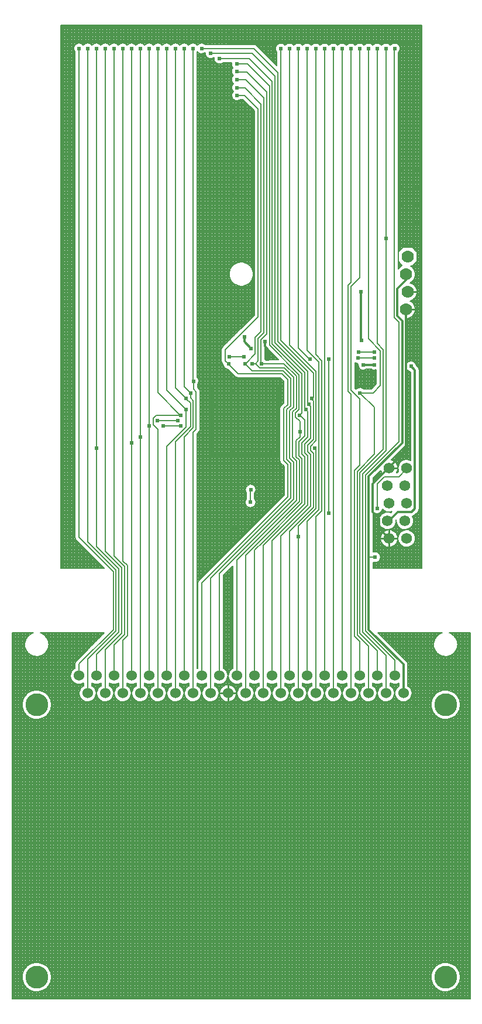
<source format=gbl>
%FSLAX23Y23*%
%MOIN*%
G70*
G01*
G75*
%ADD10C,0.008*%
%ADD11R,0.075X0.020*%
%ADD12R,0.028X0.125*%
%ADD13R,0.028X0.165*%
%ADD14R,0.085X0.138*%
%ADD15R,0.085X0.043*%
%ADD16R,0.020X0.075*%
%ADD17R,0.051X0.059*%
%ADD18R,0.043X0.039*%
%ADD19R,0.039X0.043*%
%ADD20C,0.010*%
%ADD21C,0.012*%
%ADD22C,0.070*%
%ADD23C,0.060*%
%ADD24C,0.130*%
%ADD25C,0.062*%
%ADD26C,0.024*%
D10*
X2055Y-1653D02*
X2054Y-1644D01*
X2052Y-1635D01*
X2048Y-1627D01*
X2043Y-1619D01*
X2037Y-1612D01*
X2029Y-1607D01*
X2026Y-1701D02*
X2034Y-1696D01*
X2041Y-1689D01*
X2047Y-1681D01*
X2051Y-1672D01*
X2054Y-1663D01*
X2055Y-1653D01*
X2065Y-1753D02*
X2064Y-1743D01*
X2061Y-1733D01*
X2057Y-1725D01*
X2051Y-1717D01*
X2043Y-1710D01*
X2035Y-1705D01*
X2026Y-1701D01*
Y-1805D02*
X2035Y-1801D01*
X2043Y-1796D01*
X2051Y-1789D01*
X2057Y-1781D01*
X2061Y-1773D01*
X2064Y-1763D01*
X2065Y-1753D01*
X2055Y-1853D02*
X2054Y-1843D01*
X2051Y-1834D01*
X2047Y-1825D01*
X2041Y-1817D01*
X2034Y-1810D01*
X2026Y-1805D01*
X2003Y-1907D02*
X2013Y-1906D01*
X2023Y-1902D01*
X2032Y-1897D01*
X2040Y-1891D01*
X2046Y-1882D01*
X2051Y-1873D01*
X2054Y-1863D01*
X2055Y-1853D01*
X2078Y-2198D02*
X2076Y-2188D01*
X2071Y-2180D01*
X2078Y-2198D02*
X2076Y-2188D01*
X2071Y-2180D01*
X2006Y-1919D02*
X2003Y-1907D01*
X2006Y-1919D02*
X2003Y-1907D01*
X2063Y-2172D02*
X2059Y-2162D01*
X2053Y-2154D01*
X2044Y-2148D01*
X2033Y-2146D01*
X2023Y-2147D01*
X2013Y-2152D01*
X2006Y-2160D01*
Y-2194D02*
X2012Y-2200D01*
X2019Y-2205D01*
X2027Y-2208D01*
X1999Y-2629D02*
X2004Y-2621D01*
X2006Y-2611D01*
X1999Y-2629D02*
X2004Y-2621D01*
X2006Y-2611D01*
X2028Y-2711D02*
X2019Y-2708D01*
X2009Y-2706D01*
X1999Y-2706D01*
X1989Y-2709D01*
X1980Y-2713D01*
X1972Y-2719D01*
X1966Y-2726D01*
X1961Y-2735D01*
X1957Y-2744D01*
X1956Y-2754D01*
X1957Y-2764D01*
X1959Y-2773D01*
X1969Y-368D02*
X1967Y-358D01*
X1963Y-350D01*
X1956Y-343D01*
X1948Y-339D01*
X1938Y-337D01*
X1929Y-338D01*
X1920Y-343D01*
X1913Y-350D01*
X1957Y-392D02*
X1963Y-386D01*
X1968Y-377D01*
X1969Y-368D01*
X1913Y-350D02*
X1906Y-343D01*
X1898Y-339D01*
X1888Y-337D01*
X1878Y-339D01*
X1870Y-343D01*
X1863Y-350D01*
X1856Y-343D01*
X1848Y-339D01*
X1838Y-337D01*
X1828Y-339D01*
X1820Y-343D01*
X1813Y-350D01*
X1806Y-343D01*
X1798Y-339D01*
X1788Y-337D01*
X1778Y-339D01*
X1770Y-343D01*
X1763Y-350D01*
X1756Y-343D01*
X1748Y-339D01*
X1738Y-337D01*
X1728Y-339D01*
X1720Y-343D01*
X1713Y-350D01*
X1706Y-343D01*
X1698Y-339D01*
X1688Y-337D01*
X1678Y-339D01*
X1670Y-343D01*
X1663Y-350D01*
X1656Y-343D01*
X1648Y-339D01*
X1638Y-337D01*
X1628Y-339D01*
X1620Y-343D01*
X1613Y-350D01*
X1606Y-343D01*
X1598Y-339D01*
X1588Y-337D01*
X1578Y-339D01*
X1570Y-343D01*
X1563Y-350D01*
X1556Y-343D01*
X1548Y-339D01*
X1538Y-337D01*
X1528Y-339D01*
X1520Y-343D01*
X1513Y-350D01*
X1506Y-343D01*
X1498Y-339D01*
X1488Y-337D01*
X1478Y-339D01*
X1470Y-343D01*
X1463Y-350D01*
X1456Y-343D01*
X1448Y-339D01*
X1438Y-337D01*
X1428Y-339D01*
X1420Y-343D01*
X1413Y-350D01*
X1406Y-343D01*
X1398Y-339D01*
X1388Y-337D01*
X1378Y-339D01*
X1370Y-343D01*
X1363Y-350D01*
X1356Y-343D01*
X1348Y-339D01*
X1338Y-337D01*
X1328Y-339D01*
X1320Y-343D01*
X1313Y-350D01*
X1152Y-352D02*
X1145Y-347D01*
X1136Y-345D01*
X1152Y-352D02*
X1145Y-347D01*
X1136Y-345D01*
X1313Y-350D02*
X1306Y-343D01*
X1297Y-338D01*
X1287Y-337D01*
X1277Y-339D01*
X1268Y-344D01*
X1262Y-351D01*
X1258Y-361D01*
X1257Y-371D01*
X1260Y-380D01*
X1265Y-389D01*
X1008Y-449D02*
X1007Y-459D01*
X1010Y-469D01*
X1016Y-478D01*
X1010Y-486D01*
X1007Y-495D01*
X1007Y-505D01*
X1011Y-515D01*
X1017Y-522D01*
X1010Y-531D01*
X1007Y-541D01*
X1008Y-551D01*
X1011Y-561D01*
X1018Y-568D01*
X1012Y-576D01*
X1008Y-586D01*
X1008Y-596D01*
X1011Y-605D01*
X1017Y-613D01*
X1011Y-621D01*
X1008Y-630D01*
X1008Y-639D01*
X1011Y-648D01*
X1016Y-656D01*
X1024Y-662D01*
X1033Y-665D01*
X1043Y-666D01*
X1052Y-663D01*
X1060Y-658D01*
X1980Y-1603D02*
X1971Y-1608D01*
X1964Y-1614D01*
X1957Y-1622D01*
X1804Y-2193D02*
X1813Y-2198D01*
X1823Y-2199D01*
X1833Y-2197D01*
X1730Y-2161D02*
X1729Y-2170D01*
X1731Y-2179D01*
X1736Y-2188D01*
X1743Y-2194D01*
X1751Y-2198D01*
X1761Y-2199D01*
X1770Y-2197D01*
X1778Y-2193D01*
X1711Y-2154D02*
X1720Y-2159D01*
X1730Y-2161D01*
X1956Y-2756D02*
X1955Y-2745D01*
X1951Y-2735D01*
X1946Y-2726D01*
X1938Y-2718D01*
X1930Y-2712D01*
X1919Y-2708D01*
X1949Y-2781D02*
X1953Y-2773D01*
X1955Y-2765D01*
X1956Y-2756D01*
X1858Y-2769D02*
X1861Y-2778D01*
X1866Y-2785D01*
X1863Y-2788D01*
X1866Y-2785D02*
X1863Y-2788D01*
X1761Y-2305D02*
X1753Y-2300D01*
X1743Y-2297D01*
X1733Y-2298D01*
X1724Y-2301D01*
X1717Y-2307D01*
X1822Y-2829D02*
X1817Y-2836D01*
X1815Y-2845D01*
X1822Y-2829D02*
X1817Y-2836D01*
X1815Y-2845D01*
X1201Y-2056D02*
X1203Y-2065D01*
X1208Y-2072D01*
X1201Y-2056D02*
X1203Y-2065D01*
X1208Y-2072D01*
X1132Y-1652D02*
X1131Y-1642D01*
X1129Y-1632D01*
X1125Y-1623D01*
X1121Y-1614D01*
X1114Y-1606D01*
X1107Y-1599D01*
X1099Y-1593D01*
X1090Y-1588D01*
X1080Y-1585D01*
X1071Y-1583D01*
X1060Y-1583D01*
X1050Y-1584D01*
X1041Y-1587D01*
X1031Y-1591D01*
X1023Y-1596D01*
X1015Y-1602D01*
X1008Y-1610D01*
X1003Y-1618D01*
X999Y-1627D01*
X996Y-1637D01*
X994Y-1647D01*
Y-1657D01*
X996Y-1667D01*
X999Y-1677D01*
X1003Y-1686D01*
X1008Y-1694D01*
X1015Y-1702D01*
X1023Y-1708D01*
X1031Y-1713D01*
X1041Y-1717D01*
X1050Y-1720D01*
X1060Y-1721D01*
X1071Y-1721D01*
X1080Y-1719D01*
X1090Y-1716D01*
X1099Y-1711D01*
X1107Y-1705D01*
X1114Y-1698D01*
X1121Y-1690D01*
X1125Y-1681D01*
X1129Y-1672D01*
X1131Y-1662D01*
X1132Y-1652D01*
X1290Y-2401D02*
X1285Y-2409D01*
X1283Y-2417D01*
X1290Y-2401D02*
X1285Y-2409D01*
X1283Y-2417D01*
Y-2713D02*
X1285Y-2722D01*
X1290Y-2729D01*
X1283Y-2713D02*
X1285Y-2722D01*
X1290Y-2729D01*
X1029Y-2234D02*
X1036Y-2239D01*
X1045Y-2241D01*
X1029Y-2234D02*
X1036Y-2239D01*
X1045Y-2241D01*
X1139Y-2900D02*
X1146Y-2890D01*
X1148Y-2878D01*
X1147Y-2950D02*
X1145Y-2939D01*
X1139Y-2929D01*
X1148Y-2878D02*
X1146Y-2868D01*
X1142Y-2860D01*
X1135Y-2853D01*
X1126Y-2848D01*
X1116Y-2847D01*
X1107Y-2849D01*
X1098Y-2854D01*
X1091Y-2861D01*
X1087Y-2870D01*
X1086Y-2879D01*
X1088Y-2889D01*
X1093Y-2898D01*
Y-2929D02*
X1088Y-2938D01*
X1085Y-2947D01*
X1086Y-2957D01*
X1090Y-2966D01*
X1096Y-2974D01*
X1105Y-2979D01*
X1115Y-2981D01*
X1125Y-2980D01*
X1134Y-2976D01*
X1141Y-2969D01*
X1145Y-2960D01*
X1147Y-2950D01*
X2071Y-3005D02*
X2076Y-2997D01*
X2078Y-2987D01*
X2071Y-3005D02*
X2076Y-2997D01*
X2078Y-2987D01*
X2039Y-3030D02*
X2046Y-3027D01*
X2053Y-3023D01*
X2039Y-3030D02*
X2046Y-3027D01*
X2053Y-3023D01*
X2046Y-3056D02*
X2045Y-3047D01*
X2043Y-3038D01*
X2039Y-3030D01*
X2056Y-3156D02*
X2055Y-3146D01*
X2052Y-3136D01*
X2047Y-3127D01*
X2040Y-3120D01*
X2032Y-3114D01*
X2023Y-3109D01*
X2014Y-3107D01*
X2003Y-3106D01*
X1993Y-3108D01*
X1984Y-3111D01*
X1975Y-3116D01*
X1968Y-3123D01*
X1962Y-3132D01*
X1958Y-3141D01*
X1956Y-3151D01*
Y-3161D01*
X1958Y-3171D01*
X1962Y-3180D01*
X1968Y-3189D01*
X1975Y-3196D01*
X1984Y-3201D01*
X1993Y-3204D01*
X2003Y-3206D01*
X2014Y-3205D01*
X2023Y-3203D01*
X2032Y-3198D01*
X2040Y-3192D01*
X2047Y-3185D01*
X2052Y-3176D01*
X2055Y-3166D01*
X2056Y-3156D01*
X2297Y-3759D02*
X2296Y-3749D01*
X2294Y-3740D01*
X2291Y-3731D01*
X2286Y-3722D01*
X2280Y-3714D01*
X2274Y-3707D01*
X2266Y-3701D01*
X2257Y-3697D01*
X2248Y-3693D01*
X2208D02*
X2198Y-3697D01*
X2190Y-3702D01*
X2182Y-3708D01*
X2175Y-3715D01*
X2169Y-3724D01*
X2164Y-3733D01*
X2161Y-3742D01*
X2159Y-3752D01*
X2159Y-3762D01*
X2160Y-3773D01*
X2163Y-3782D01*
X2167Y-3792D01*
X2173Y-3800D01*
X2179Y-3808D01*
X2187Y-3814D01*
X2196Y-3820D01*
X2205Y-3824D01*
X2215Y-3827D01*
X2225Y-3828D01*
X2235Y-3828D01*
X2245Y-3826D01*
X2254Y-3823D01*
X2263Y-3818D01*
X2272Y-3812D01*
X2279Y-3805D01*
X2285Y-3797D01*
X2290Y-3788D01*
X2294Y-3779D01*
X2296Y-3769D01*
X2297Y-3759D01*
X1946Y-3056D02*
X1946Y-3051D01*
X1946Y-3050D02*
X1946Y-3060D01*
X1948Y-3070D01*
X1952Y-3080D01*
X1958Y-3088D01*
X1965Y-3095D01*
X1973Y-3101D01*
X1983Y-3104D01*
X1993Y-3106D01*
X2003Y-3105D01*
X2013Y-3103D01*
X2022Y-3099D01*
X2030Y-3092D01*
X2037Y-3085D01*
X2042Y-3076D01*
X2045Y-3066D01*
X2046Y-3056D01*
X1869Y-2989D02*
X1876Y-2996D01*
X1884Y-3001D01*
X1893Y-3004D01*
X1903Y-3006D01*
X1913Y-3006D01*
X1922Y-3003D01*
X1916Y-3010D02*
X1906Y-3007D01*
X1896Y-3006D01*
X1887Y-3007D01*
X1877Y-3010D01*
X1869Y-3014D01*
X1861Y-3020D01*
X1855Y-3028D01*
X1850Y-3037D01*
X1847Y-3046D01*
X1846Y-3056D01*
X1847Y-3065D01*
X1850Y-3075D01*
X1854Y-3084D01*
X1860Y-3091D01*
X1868Y-3097D01*
X1877Y-3102D01*
X1886Y-3105D01*
X1896Y-3106D01*
X1906Y-3105D01*
X1915Y-3102D01*
X1924Y-3098D01*
X1931Y-3091D01*
X1938Y-3084D01*
X1942Y-3075D01*
X1945Y-3066D01*
X1946Y-3056D01*
X1815Y-3005D02*
X1823Y-3011D01*
X1832Y-3014D01*
X1842Y-3015D01*
X1851Y-3012D01*
X1859Y-3006D01*
X1865Y-2999D01*
X1869Y-2989D01*
X1956Y-3156D02*
X1955Y-3146D01*
X1952Y-3136D01*
X1947Y-3127D01*
X1940Y-3120D01*
X1932Y-3114D01*
X1923Y-3109D01*
X1914Y-3107D01*
X1903Y-3106D01*
X1893Y-3108D01*
X1884Y-3111D01*
X1875Y-3116D01*
X1868Y-3123D01*
X1862Y-3132D01*
X1858Y-3141D01*
X1856Y-3151D01*
Y-3161D01*
X1858Y-3171D01*
X1862Y-3180D01*
X1868Y-3189D01*
X1875Y-3196D01*
X1884Y-3201D01*
X1893Y-3204D01*
X1903Y-3206D01*
X1914Y-3205D01*
X1923Y-3203D01*
X1932Y-3198D01*
X1940Y-3192D01*
X1947Y-3185D01*
X1952Y-3176D01*
X1955Y-3166D01*
X1956Y-3156D01*
X1857Y-3262D02*
X1855Y-3252D01*
X1851Y-3243D01*
X1844Y-3236D01*
X1835Y-3232D01*
X1825Y-3231D01*
X1815Y-3233D01*
Y-3291D02*
X1825Y-3293D01*
X1835Y-3292D01*
X1844Y-3288D01*
X1851Y-3281D01*
X1855Y-3272D01*
X1857Y-3262D01*
X2013Y-3873D02*
X2011Y-3863D01*
X2006Y-3855D01*
X2013Y-3873D02*
X2011Y-3863D01*
X2006Y-3855D01*
X1911Y-3978D02*
X1921Y-3983D01*
X1931Y-3986D01*
X1942Y-3986D01*
X1953Y-3984D01*
X1963Y-3979D01*
X1811Y-3978D02*
X1819Y-3982D01*
X1829Y-3985D01*
X1838Y-3986D01*
X1847Y-3985D01*
X1857Y-3982D01*
X1865Y-3978D01*
X2312Y-4102D02*
X2311Y-4092D01*
X2310Y-4082D01*
X2307Y-4073D01*
X2303Y-4064D01*
X2298Y-4055D01*
X2292Y-4047D01*
X2285Y-4040D01*
X2277Y-4034D01*
X2269Y-4028D01*
X2260Y-4024D01*
X2250Y-4021D01*
X2240Y-4019D01*
X2230Y-4018D01*
X2221Y-4018D01*
X2211Y-4020D01*
X2201Y-4022D01*
X2192Y-4026D01*
X2183Y-4031D01*
X2175Y-4037D01*
X2168Y-4043D01*
X2161Y-4051D01*
X2156Y-4059D01*
X2151Y-4068D01*
X2148Y-4077D01*
X2145Y-4087D01*
X2144Y-4097D01*
Y-4107D01*
X2145Y-4117D01*
X2148Y-4127D01*
X2151Y-4136D01*
X2156Y-4145D01*
X2161Y-4153D01*
X2168Y-4161D01*
X2175Y-4167D01*
X2183Y-4173D01*
X2192Y-4178D01*
X2201Y-4182D01*
X2211Y-4184D01*
X2221Y-4186D01*
X2230Y-4186D01*
X2240Y-4185D01*
X2250Y-4183D01*
X2260Y-4180D01*
X2269Y-4176D01*
X2277Y-4170D01*
X2285Y-4164D01*
X2292Y-4157D01*
X2298Y-4149D01*
X2303Y-4140D01*
X2307Y-4131D01*
X2310Y-4122D01*
X2311Y-4112D01*
X2312Y-4102D01*
X2037Y-4037D02*
X2036Y-4027D01*
X2033Y-4017D01*
X2028Y-4008D01*
X2021Y-4001D01*
X2013Y-3995D01*
X1963D02*
X1955Y-4001D01*
X1948Y-4009D01*
X1943Y-4018D01*
X1940Y-4027D01*
X1939Y-4037D01*
X1940Y-4048D01*
X1943Y-4057D01*
X1949Y-4066D01*
X1955Y-4074D01*
X1964Y-4080D01*
X1973Y-4084D01*
X1983Y-4086D01*
X1993Y-4086D01*
X2003Y-4084D01*
X2013Y-4079D01*
X2021Y-4073D01*
X2028Y-4066D01*
X2033Y-4057D01*
X2036Y-4047D01*
X2037Y-4037D01*
X2312Y-5652D02*
X2311Y-5642D01*
X2310Y-5632D01*
X2307Y-5623D01*
X2303Y-5614D01*
X2298Y-5605D01*
X2292Y-5597D01*
X2285Y-5590D01*
X2277Y-5584D01*
X2269Y-5578D01*
X2260Y-5574D01*
X2250Y-5571D01*
X2240Y-5569D01*
X2230Y-5568D01*
X2221Y-5568D01*
X2211Y-5570D01*
X2201Y-5572D01*
X2192Y-5576D01*
X2183Y-5581D01*
X2175Y-5587D01*
X2168Y-5593D01*
X2161Y-5601D01*
X2156Y-5609D01*
X2151Y-5618D01*
X2148Y-5627D01*
X2145Y-5637D01*
X2144Y-5647D01*
Y-5657D01*
X2145Y-5667D01*
X2148Y-5677D01*
X2151Y-5686D01*
X2156Y-5695D01*
X2161Y-5703D01*
X2168Y-5711D01*
X2175Y-5717D01*
X2183Y-5723D01*
X2192Y-5728D01*
X2201Y-5732D01*
X2211Y-5734D01*
X2221Y-5736D01*
X2230Y-5736D01*
X2240Y-5735D01*
X2250Y-5733D01*
X2260Y-5730D01*
X2269Y-5726D01*
X2277Y-5720D01*
X2285Y-5714D01*
X2292Y-5707D01*
X2298Y-5699D01*
X2303Y-5690D01*
X2307Y-5681D01*
X2310Y-5672D01*
X2311Y-5662D01*
X2312Y-5652D01*
X1937Y-4037D02*
X1936Y-4026D01*
X1932Y-4016D01*
X1927Y-4007D01*
X1920Y-4000D01*
X1911Y-3994D01*
X1865D02*
X1857Y-3999D01*
X1850Y-4006D01*
X1845Y-4014D01*
X1841Y-4024D01*
X1839Y-4033D01*
X1839Y-4043D01*
X1842Y-4053D01*
X1846Y-4062D01*
X1851Y-4070D01*
X1859Y-4076D01*
X1867Y-4081D01*
X1876Y-4085D01*
X1886Y-4086D01*
X1896Y-4085D01*
X1905Y-4083D01*
X1914Y-4078D01*
X1922Y-4072D01*
X1928Y-4065D01*
X1933Y-4056D01*
X1936Y-4047D01*
X1937Y-4037D01*
X1826Y-3325D02*
X1815Y-3327D01*
X1826Y-3325D02*
X1815Y-3327D01*
X1711Y-3978D02*
X1719Y-3982D01*
X1729Y-3985D01*
X1738Y-3986D01*
X1747Y-3985D01*
X1757Y-3982D01*
X1765Y-3978D01*
X1611D02*
X1619Y-3982D01*
X1629Y-3985D01*
X1638Y-3986D01*
X1647Y-3985D01*
X1657Y-3982D01*
X1665Y-3978D01*
X1511D02*
X1519Y-3982D01*
X1529Y-3985D01*
X1538Y-3986D01*
X1547Y-3985D01*
X1557Y-3982D01*
X1565Y-3978D01*
X1411D02*
X1419Y-3982D01*
X1429Y-3985D01*
X1438Y-3986D01*
X1447Y-3985D01*
X1457Y-3982D01*
X1465Y-3978D01*
X1311D02*
X1319Y-3982D01*
X1329Y-3985D01*
X1338Y-3986D01*
X1347Y-3985D01*
X1357Y-3982D01*
X1365Y-3978D01*
X1211D02*
X1219Y-3982D01*
X1229Y-3985D01*
X1238Y-3986D01*
X1247Y-3985D01*
X1257Y-3982D01*
X1265Y-3978D01*
X1111D02*
X1119Y-3982D01*
X1129Y-3985D01*
X1138Y-3986D01*
X1147Y-3985D01*
X1157Y-3982D01*
X1165Y-3978D01*
X1015Y-3894D02*
X1007Y-3899D01*
X1000Y-3906D01*
X994Y-3915D01*
X991Y-3924D01*
X989Y-3934D01*
X989Y-3943D01*
X992Y-3953D01*
X996Y-3962D01*
X1002Y-3970D01*
X1009Y-3977D01*
X1018Y-3982D01*
X1027Y-3985D01*
X1037Y-3986D01*
X1047Y-3985D01*
X1056Y-3982D01*
X1065Y-3978D01*
X987Y-3937D02*
X986Y-3926D01*
X982Y-3916D01*
X977Y-3907D01*
X970Y-3900D01*
X961Y-3894D01*
X1837Y-4037D02*
X1836Y-4026D01*
X1832Y-4016D01*
X1827Y-4007D01*
X1820Y-4000D01*
X1811Y-3994D01*
X1765D02*
X1757Y-3999D01*
X1750Y-4006D01*
X1745Y-4014D01*
X1741Y-4024D01*
X1739Y-4033D01*
X1739Y-4043D01*
X1742Y-4053D01*
X1746Y-4062D01*
X1751Y-4070D01*
X1759Y-4076D01*
X1767Y-4081D01*
X1776Y-4085D01*
X1786Y-4086D01*
X1796Y-4085D01*
X1805Y-4083D01*
X1814Y-4078D01*
X1822Y-4072D01*
X1828Y-4065D01*
X1833Y-4056D01*
X1836Y-4047D01*
X1837Y-4037D01*
X1737D02*
X1736Y-4026D01*
X1732Y-4016D01*
X1727Y-4007D01*
X1720Y-4000D01*
X1711Y-3994D01*
X1665D02*
X1657Y-3999D01*
X1650Y-4006D01*
X1645Y-4014D01*
X1641Y-4024D01*
X1639Y-4033D01*
X1639Y-4043D01*
X1642Y-4053D01*
X1646Y-4062D01*
X1651Y-4070D01*
X1659Y-4076D01*
X1667Y-4081D01*
X1676Y-4085D01*
X1686Y-4086D01*
X1696Y-4085D01*
X1705Y-4083D01*
X1714Y-4078D01*
X1722Y-4072D01*
X1728Y-4065D01*
X1733Y-4056D01*
X1736Y-4047D01*
X1737Y-4037D01*
X1637D02*
X1636Y-4026D01*
X1632Y-4016D01*
X1627Y-4007D01*
X1620Y-4000D01*
X1611Y-3994D01*
X1565D02*
X1557Y-3999D01*
X1550Y-4006D01*
X1545Y-4014D01*
X1541Y-4024D01*
X1539Y-4033D01*
X1539Y-4043D01*
X1542Y-4053D01*
X1546Y-4062D01*
X1551Y-4070D01*
X1559Y-4076D01*
X1567Y-4081D01*
X1576Y-4085D01*
X1586Y-4086D01*
X1596Y-4085D01*
X1605Y-4083D01*
X1614Y-4078D01*
X1622Y-4072D01*
X1628Y-4065D01*
X1633Y-4056D01*
X1636Y-4047D01*
X1637Y-4037D01*
X1537D02*
X1536Y-4026D01*
X1532Y-4016D01*
X1527Y-4007D01*
X1520Y-4000D01*
X1511Y-3994D01*
X1465D02*
X1457Y-3999D01*
X1450Y-4006D01*
X1445Y-4014D01*
X1441Y-4024D01*
X1439Y-4033D01*
X1439Y-4043D01*
X1442Y-4053D01*
X1446Y-4062D01*
X1451Y-4070D01*
X1459Y-4076D01*
X1467Y-4081D01*
X1476Y-4085D01*
X1486Y-4086D01*
X1496Y-4085D01*
X1505Y-4083D01*
X1514Y-4078D01*
X1522Y-4072D01*
X1528Y-4065D01*
X1533Y-4056D01*
X1536Y-4047D01*
X1537Y-4037D01*
X1437D02*
X1436Y-4026D01*
X1432Y-4016D01*
X1427Y-4007D01*
X1420Y-4000D01*
X1411Y-3994D01*
X1337Y-4037D02*
X1336Y-4026D01*
X1332Y-4016D01*
X1327Y-4007D01*
X1320Y-4000D01*
X1311Y-3994D01*
X1237Y-4037D02*
X1236Y-4026D01*
X1232Y-4016D01*
X1227Y-4007D01*
X1220Y-4000D01*
X1211Y-3994D01*
X1137Y-4037D02*
X1136Y-4026D01*
X1132Y-4016D01*
X1127Y-4007D01*
X1120Y-4000D01*
X1111Y-3994D01*
X1365D02*
X1357Y-3999D01*
X1350Y-4006D01*
X1345Y-4014D01*
X1341Y-4024D01*
X1339Y-4033D01*
X1339Y-4043D01*
X1342Y-4053D01*
X1346Y-4062D01*
X1351Y-4070D01*
X1359Y-4076D01*
X1367Y-4081D01*
X1376Y-4085D01*
X1386Y-4086D01*
X1396Y-4085D01*
X1405Y-4083D01*
X1414Y-4078D01*
X1422Y-4072D01*
X1428Y-4065D01*
X1433Y-4056D01*
X1436Y-4047D01*
X1437Y-4037D01*
X1265Y-3994D02*
X1257Y-3999D01*
X1250Y-4006D01*
X1245Y-4014D01*
X1241Y-4024D01*
X1239Y-4033D01*
X1239Y-4043D01*
X1242Y-4053D01*
X1246Y-4062D01*
X1251Y-4070D01*
X1259Y-4076D01*
X1267Y-4081D01*
X1276Y-4085D01*
X1286Y-4086D01*
X1296Y-4085D01*
X1305Y-4083D01*
X1314Y-4078D01*
X1322Y-4072D01*
X1328Y-4065D01*
X1333Y-4056D01*
X1336Y-4047D01*
X1337Y-4037D01*
X1165Y-3994D02*
X1157Y-3999D01*
X1150Y-4006D01*
X1145Y-4014D01*
X1141Y-4024D01*
X1139Y-4033D01*
X1139Y-4043D01*
X1142Y-4053D01*
X1146Y-4062D01*
X1151Y-4070D01*
X1159Y-4076D01*
X1167Y-4081D01*
X1176Y-4085D01*
X1186Y-4086D01*
X1196Y-4085D01*
X1205Y-4083D01*
X1214Y-4078D01*
X1222Y-4072D01*
X1228Y-4065D01*
X1233Y-4056D01*
X1236Y-4047D01*
X1237Y-4037D01*
X1065Y-3994D02*
X1057Y-3999D01*
X1050Y-4006D01*
X1045Y-4014D01*
X1041Y-4024D01*
X1039Y-4033D01*
X1039Y-4043D01*
X1042Y-4053D01*
X1046Y-4062D01*
X1051Y-4070D01*
X1059Y-4076D01*
X1067Y-4081D01*
X1076Y-4085D01*
X1086Y-4086D01*
X1096Y-4085D01*
X1105Y-4083D01*
X1114Y-4078D01*
X1122Y-4072D01*
X1128Y-4065D01*
X1133Y-4056D01*
X1136Y-4047D01*
X1137Y-4037D01*
X908Y-420D02*
X907Y-430D01*
X910Y-439D01*
X915Y-447D01*
X923Y-453D01*
X932Y-456D01*
X941Y-457D01*
X951Y-454D01*
X959Y-449D01*
X859Y-345D02*
X850Y-339D01*
X840Y-337D01*
X830Y-338D01*
X820Y-342D01*
X813Y-350D01*
X811Y-389D02*
X813Y-386D01*
X857Y-392D02*
X858Y-403D01*
X862Y-412D01*
X869Y-420D01*
X878Y-425D01*
X888Y-427D01*
X898Y-425D01*
X908Y-420D01*
X813Y-386D02*
X820Y-393D01*
X829Y-398D01*
X839Y-399D01*
X849Y-397D01*
X857Y-392D01*
X813Y-350D02*
X806Y-343D01*
X798Y-339D01*
X788Y-337D01*
X778Y-339D01*
X770Y-343D01*
X763Y-350D01*
X756Y-343D01*
X748Y-339D01*
X738Y-337D01*
X728Y-339D01*
X720Y-343D01*
X713Y-350D01*
X706Y-343D01*
X698Y-339D01*
X688Y-337D01*
X678Y-339D01*
X670Y-343D01*
X663Y-350D01*
X656Y-343D01*
X648Y-339D01*
X638Y-337D01*
X628Y-339D01*
X620Y-343D01*
X613Y-350D01*
X956Y-2067D02*
X951Y-2074D01*
X949Y-2083D01*
X956Y-2067D02*
X951Y-2074D01*
X949Y-2083D01*
X960Y-2165D02*
X963Y-2175D01*
X969Y-2185D01*
X978Y-2191D01*
X988Y-2194D01*
X949Y-2144D02*
X951Y-2153D01*
X956Y-2160D01*
X949Y-2144D02*
X951Y-2153D01*
X956Y-2160D01*
X814Y-2282D02*
X820Y-2272D01*
X822Y-2261D01*
X829Y-2322D02*
X827Y-2313D01*
X822Y-2306D01*
X829Y-2322D02*
X827Y-2313D01*
X822Y-2306D01*
Y-2550D02*
X827Y-2543D01*
X829Y-2534D01*
X822Y-2550D02*
X827Y-2543D01*
X829Y-2534D01*
X822Y-2261D02*
X821Y-2252D01*
X817Y-2244D01*
X811Y-2237D01*
X613Y-350D02*
X606Y-343D01*
X598Y-339D01*
X588Y-337D01*
X578Y-339D01*
X570Y-343D01*
X563Y-350D01*
X556Y-343D01*
X548Y-339D01*
X538Y-337D01*
X528Y-339D01*
X520Y-343D01*
X513Y-350D01*
X506Y-343D01*
X498Y-339D01*
X488Y-337D01*
X478Y-339D01*
X470Y-343D01*
X463Y-350D01*
X456Y-343D01*
X448Y-339D01*
X438Y-337D01*
X428Y-339D01*
X420Y-343D01*
X413Y-350D01*
X406Y-343D01*
X398Y-339D01*
X388Y-337D01*
X378Y-339D01*
X370Y-343D01*
X363Y-350D01*
X356Y-343D01*
X348Y-339D01*
X338Y-337D01*
X328Y-339D01*
X320Y-343D01*
X313Y-350D01*
X306Y-343D01*
X298Y-339D01*
X288Y-337D01*
X278Y-339D01*
X270Y-343D01*
X263Y-350D01*
X256Y-343D01*
X248Y-339D01*
X238Y-337D01*
X228Y-339D01*
X220Y-343D01*
X213Y-350D01*
X206Y-343D01*
X198Y-339D01*
X188Y-337D01*
X179Y-338D01*
X170Y-342D01*
X163Y-349D01*
X156Y-342D01*
X147Y-338D01*
X137Y-337D01*
X128Y-339D01*
X119Y-344D01*
X113Y-352D01*
X109Y-361D01*
X108Y-371D01*
X111Y-380D01*
X116Y-389D01*
Y-3149D02*
X118Y-3158D01*
X123Y-3165D01*
X116Y-3149D02*
X118Y-3158D01*
X123Y-3165D01*
X822Y-3394D02*
X817Y-3401D01*
X815Y-3410D01*
X822Y-3394D02*
X817Y-3401D01*
X815Y-3410D01*
X1037Y-4037D02*
X1036Y-4027D01*
X1033Y-4018D01*
X1028Y-4009D01*
X1022Y-4001D01*
X1014Y-3995D01*
X1005Y-3991D01*
X995Y-3989D01*
X986Y-3988D01*
X976Y-3990D01*
X966Y-3993D01*
X958Y-3998D01*
X951Y-4005D01*
X945Y-4013D01*
X941Y-4022D01*
X939Y-4032D01*
Y-4042D01*
X941Y-4052D01*
X945Y-4061D01*
X951Y-4069D01*
X958Y-4076D01*
X966Y-4081D01*
X976Y-4084D01*
X986Y-4086D01*
X995Y-4085D01*
X1005Y-4083D01*
X1014Y-4079D01*
X1022Y-4073D01*
X1028Y-4065D01*
X1033Y-4056D01*
X1036Y-4047D01*
X1037Y-4037D01*
X911Y-3978D02*
X919Y-3982D01*
X929Y-3985D01*
X938Y-3986D01*
X948Y-3985D01*
X957Y-3982D01*
X965Y-3978D01*
X973Y-3972D01*
X979Y-3964D01*
X983Y-3956D01*
X986Y-3947D01*
X987Y-3937D01*
X937Y-4037D02*
X936Y-4026D01*
X932Y-4016D01*
X927Y-4007D01*
X920Y-4000D01*
X911Y-3994D01*
X865D02*
X857Y-3999D01*
X850Y-4006D01*
X845Y-4014D01*
X841Y-4024D01*
X839Y-4033D01*
X839Y-4043D01*
X842Y-4053D01*
X846Y-4062D01*
X851Y-4070D01*
X859Y-4076D01*
X867Y-4081D01*
X876Y-4085D01*
X886Y-4086D01*
X896Y-4085D01*
X905Y-4083D01*
X914Y-4078D01*
X922Y-4072D01*
X928Y-4065D01*
X933Y-4056D01*
X936Y-4047D01*
X937Y-4037D01*
X811Y-3978D02*
X819Y-3982D01*
X829Y-3985D01*
X838Y-3986D01*
X847Y-3985D01*
X857Y-3982D01*
X865Y-3978D01*
X815Y-3894D02*
X811Y-3896D01*
X711Y-3978D02*
X719Y-3982D01*
X729Y-3985D01*
X738Y-3986D01*
X747Y-3985D01*
X757Y-3982D01*
X765Y-3978D01*
X837Y-4037D02*
X836Y-4026D01*
X832Y-4016D01*
X827Y-4007D01*
X820Y-4000D01*
X811Y-3994D01*
X765D02*
X757Y-3999D01*
X750Y-4006D01*
X745Y-4014D01*
X741Y-4024D01*
X739Y-4033D01*
X739Y-4043D01*
X742Y-4053D01*
X746Y-4062D01*
X751Y-4070D01*
X759Y-4076D01*
X767Y-4081D01*
X776Y-4085D01*
X786Y-4086D01*
X796Y-4085D01*
X805Y-4083D01*
X814Y-4078D01*
X822Y-4072D01*
X828Y-4065D01*
X833Y-4056D01*
X836Y-4047D01*
X837Y-4037D01*
X737D02*
X736Y-4026D01*
X732Y-4016D01*
X727Y-4007D01*
X720Y-4000D01*
X711Y-3994D01*
X665D02*
X657Y-3999D01*
X650Y-4006D01*
X645Y-4014D01*
X641Y-4024D01*
X639Y-4033D01*
X639Y-4043D01*
X642Y-4053D01*
X646Y-4062D01*
X651Y-4070D01*
X659Y-4076D01*
X667Y-4081D01*
X676Y-4085D01*
X686Y-4086D01*
X696Y-4085D01*
X705Y-4083D01*
X714Y-4078D01*
X722Y-4072D01*
X728Y-4065D01*
X733Y-4056D01*
X736Y-4047D01*
X737Y-4037D01*
X611Y-3978D02*
X619Y-3982D01*
X629Y-3985D01*
X638Y-3986D01*
X647Y-3985D01*
X657Y-3982D01*
X665Y-3978D01*
X637Y-4037D02*
X636Y-4026D01*
X632Y-4016D01*
X627Y-4007D01*
X620Y-4000D01*
X611Y-3994D01*
X565D02*
X557Y-3999D01*
X550Y-4006D01*
X545Y-4014D01*
X541Y-4024D01*
X539Y-4033D01*
X539Y-4043D01*
X542Y-4053D01*
X546Y-4062D01*
X551Y-4070D01*
X559Y-4076D01*
X567Y-4081D01*
X576Y-4085D01*
X586Y-4086D01*
X596Y-4085D01*
X605Y-4083D01*
X614Y-4078D01*
X622Y-4072D01*
X628Y-4065D01*
X633Y-4056D01*
X636Y-4047D01*
X637Y-4037D01*
X511Y-3978D02*
X519Y-3982D01*
X529Y-3985D01*
X538Y-3986D01*
X547Y-3985D01*
X557Y-3982D01*
X565Y-3978D01*
X411D02*
X419Y-3982D01*
X429Y-3985D01*
X438Y-3986D01*
X447Y-3985D01*
X457Y-3982D01*
X465Y-3978D01*
X311D02*
X319Y-3982D01*
X329Y-3985D01*
X338Y-3986D01*
X347Y-3985D01*
X357Y-3982D01*
X365Y-3978D01*
X211D02*
X219Y-3982D01*
X229Y-3985D01*
X238Y-3986D01*
X247Y-3985D01*
X257Y-3982D01*
X265Y-3978D01*
X122Y-3854D02*
X117Y-3861D01*
X115Y-3870D01*
X122Y-3854D02*
X117Y-3861D01*
X115Y-3870D01*
Y-3894D02*
X107Y-3899D01*
X100Y-3906D01*
X94Y-3915D01*
X91Y-3924D01*
X89Y-3934D01*
X89Y-3943D01*
X92Y-3953D01*
X96Y-3962D01*
X102Y-3970D01*
X109Y-3977D01*
X118Y-3982D01*
X127Y-3985D01*
X137Y-3986D01*
X147Y-3985D01*
X156Y-3982D01*
X165Y-3978D01*
X-33Y-3759D02*
X-34Y-3749D01*
X-36Y-3740D01*
X-39Y-3731D01*
X-44Y-3722D01*
X-50Y-3714D01*
X-56Y-3707D01*
X-64Y-3701D01*
X-73Y-3697D01*
X-82Y-3693D01*
X-122D02*
X-132Y-3697D01*
X-140Y-3702D01*
X-148Y-3708D01*
X-155Y-3715D01*
X-161Y-3724D01*
X-166Y-3733D01*
X-169Y-3742D01*
X-171Y-3752D01*
X-171Y-3762D01*
X-170Y-3773D01*
X-167Y-3782D01*
X-163Y-3792D01*
X-157Y-3800D01*
X-151Y-3808D01*
X-143Y-3814D01*
X-134Y-3820D01*
X-125Y-3824D01*
X-115Y-3827D01*
X-105Y-3828D01*
X-95Y-3828D01*
X-85Y-3826D01*
X-76Y-3823D01*
X-67Y-3818D01*
X-58Y-3812D01*
X-51Y-3805D01*
X-45Y-3797D01*
X-40Y-3788D01*
X-36Y-3779D01*
X-34Y-3769D01*
X-33Y-3759D01*
X537Y-4037D02*
X536Y-4026D01*
X532Y-4016D01*
X527Y-4007D01*
X520Y-4000D01*
X511Y-3994D01*
X437Y-4037D02*
X436Y-4026D01*
X432Y-4016D01*
X427Y-4007D01*
X420Y-4000D01*
X411Y-3994D01*
X337Y-4037D02*
X336Y-4026D01*
X332Y-4016D01*
X327Y-4007D01*
X320Y-4000D01*
X311Y-3994D01*
X237Y-4037D02*
X236Y-4026D01*
X232Y-4016D01*
X227Y-4007D01*
X220Y-4000D01*
X211Y-3994D01*
X465D02*
X457Y-3999D01*
X450Y-4006D01*
X445Y-4014D01*
X441Y-4024D01*
X439Y-4033D01*
X439Y-4043D01*
X442Y-4053D01*
X446Y-4062D01*
X451Y-4070D01*
X459Y-4076D01*
X467Y-4081D01*
X476Y-4085D01*
X486Y-4086D01*
X496Y-4085D01*
X505Y-4083D01*
X514Y-4078D01*
X522Y-4072D01*
X528Y-4065D01*
X533Y-4056D01*
X536Y-4047D01*
X537Y-4037D01*
X365Y-3994D02*
X357Y-3999D01*
X350Y-4006D01*
X345Y-4014D01*
X341Y-4024D01*
X339Y-4033D01*
X339Y-4043D01*
X342Y-4053D01*
X346Y-4062D01*
X351Y-4070D01*
X359Y-4076D01*
X367Y-4081D01*
X376Y-4085D01*
X386Y-4086D01*
X396Y-4085D01*
X405Y-4083D01*
X414Y-4078D01*
X422Y-4072D01*
X428Y-4065D01*
X433Y-4056D01*
X436Y-4047D01*
X437Y-4037D01*
X265Y-3994D02*
X257Y-3999D01*
X250Y-4006D01*
X245Y-4014D01*
X241Y-4024D01*
X239Y-4033D01*
X239Y-4043D01*
X242Y-4053D01*
X246Y-4062D01*
X251Y-4070D01*
X259Y-4076D01*
X267Y-4081D01*
X276Y-4085D01*
X286Y-4086D01*
X296Y-4085D01*
X305Y-4083D01*
X314Y-4078D01*
X322Y-4072D01*
X328Y-4065D01*
X333Y-4056D01*
X336Y-4047D01*
X337Y-4037D01*
X165Y-3994D02*
X157Y-3999D01*
X150Y-4006D01*
X145Y-4014D01*
X141Y-4024D01*
X139Y-4033D01*
X139Y-4043D01*
X142Y-4053D01*
X146Y-4062D01*
X151Y-4070D01*
X159Y-4076D01*
X167Y-4081D01*
X176Y-4085D01*
X186Y-4086D01*
X196Y-4085D01*
X205Y-4083D01*
X214Y-4078D01*
X222Y-4072D01*
X228Y-4065D01*
X233Y-4056D01*
X236Y-4047D01*
X237Y-4037D01*
X-18Y-4102D02*
X-19Y-4092D01*
X-20Y-4082D01*
X-23Y-4073D01*
X-27Y-4064D01*
X-32Y-4055D01*
X-38Y-4047D01*
X-45Y-4040D01*
X-53Y-4034D01*
X-61Y-4028D01*
X-70Y-4024D01*
X-80Y-4021D01*
X-90Y-4019D01*
X-100Y-4018D01*
X-109Y-4018D01*
X-119Y-4020D01*
X-129Y-4022D01*
X-138Y-4026D01*
X-147Y-4031D01*
X-155Y-4037D01*
X-162Y-4043D01*
X-169Y-4051D01*
X-174Y-4059D01*
X-179Y-4068D01*
X-182Y-4077D01*
X-185Y-4087D01*
X-186Y-4097D01*
Y-4107D01*
X-185Y-4117D01*
X-182Y-4127D01*
X-179Y-4136D01*
X-174Y-4145D01*
X-169Y-4153D01*
X-162Y-4161D01*
X-155Y-4167D01*
X-147Y-4173D01*
X-138Y-4178D01*
X-129Y-4182D01*
X-119Y-4184D01*
X-109Y-4186D01*
X-100Y-4186D01*
X-90Y-4185D01*
X-80Y-4183D01*
X-70Y-4180D01*
X-61Y-4176D01*
X-53Y-4170D01*
X-45Y-4164D01*
X-38Y-4157D01*
X-32Y-4149D01*
X-27Y-4140D01*
X-23Y-4131D01*
X-20Y-4122D01*
X-19Y-4112D01*
X-18Y-4102D01*
Y-5652D02*
X-19Y-5642D01*
X-20Y-5632D01*
X-23Y-5623D01*
X-27Y-5614D01*
X-32Y-5605D01*
X-38Y-5597D01*
X-45Y-5590D01*
X-53Y-5584D01*
X-61Y-5578D01*
X-70Y-5574D01*
X-80Y-5571D01*
X-90Y-5569D01*
X-100Y-5568D01*
X-109Y-5568D01*
X-119Y-5570D01*
X-129Y-5572D01*
X-138Y-5576D01*
X-147Y-5581D01*
X-155Y-5587D01*
X-162Y-5593D01*
X-169Y-5601D01*
X-174Y-5609D01*
X-179Y-5618D01*
X-182Y-5627D01*
X-185Y-5637D01*
X-186Y-5647D01*
Y-5657D01*
X-185Y-5667D01*
X-182Y-5677D01*
X-179Y-5686D01*
X-174Y-5695D01*
X-169Y-5703D01*
X-162Y-5711D01*
X-155Y-5717D01*
X-147Y-5723D01*
X-138Y-5728D01*
X-129Y-5732D01*
X-119Y-5734D01*
X-109Y-5736D01*
X-100Y-5736D01*
X-90Y-5735D01*
X-80Y-5733D01*
X-70Y-5730D01*
X-61Y-5726D01*
X-53Y-5720D01*
X-45Y-5714D01*
X-38Y-5707D01*
X-32Y-5699D01*
X-27Y-5690D01*
X-23Y-5681D01*
X-20Y-5672D01*
X-19Y-5662D01*
X-18Y-5652D01*
X2092Y-249D02*
Y-235D01*
X1959Y-345D02*
X2092D01*
X1965Y-353D02*
X2092D01*
X1968Y-361D02*
X2092D01*
X1969Y-369D02*
X2092D01*
X1968Y-377D02*
X2092D01*
X1964Y-385D02*
X2092D01*
X1957Y-393D02*
X2092D01*
X1957Y-401D02*
X2092D01*
X1957Y-409D02*
X2092D01*
X1957Y-417D02*
X2092D01*
X1957Y-425D02*
X2092D01*
X1957Y-433D02*
X2092D01*
X1957Y-441D02*
X2092D01*
X1957Y-449D02*
X2092D01*
X1957Y-457D02*
X2092D01*
X1957Y-465D02*
X2092D01*
X1957Y-473D02*
X2092D01*
X1957Y-481D02*
X2092D01*
X1957Y-489D02*
X2092D01*
X1957Y-497D02*
X2092D01*
X1957Y-505D02*
X2092D01*
X1957Y-513D02*
X2092D01*
X1957Y-521D02*
X2092D01*
X1957Y-529D02*
X2092D01*
X1957Y-537D02*
X2092D01*
X1957Y-545D02*
X2092D01*
X1957Y-553D02*
X2092D01*
X1957Y-561D02*
X2092D01*
X2045Y-1506D02*
Y-235D01*
X2037Y-1499D02*
Y-235D01*
X2029Y-1499D02*
Y-235D01*
X2021Y-1499D02*
Y-235D01*
X2061Y-1522D02*
Y-235D01*
X2038Y-1499D02*
X2065Y-1526D01*
X2053Y-1514D02*
Y-235D01*
X1957Y-569D02*
X2092D01*
X1957Y-577D02*
X2092D01*
X1957Y-585D02*
X2092D01*
X1957Y-593D02*
X2092D01*
X2013Y-1499D02*
Y-235D01*
X1984Y-1499D02*
X2038D01*
X2005D02*
Y-235D01*
X2065Y-1529D02*
X2092D01*
X2065Y-1537D02*
X2092D01*
X2065Y-1545D02*
X2092D01*
X2065Y-1553D02*
X2092D01*
X2065Y-1561D02*
X2092D01*
X2065Y-1569D02*
X2092D01*
X2065Y-1580D02*
Y-1526D01*
X2044Y-1505D02*
X2092D01*
X2052Y-1513D02*
X2092D01*
X2060Y-1521D02*
X2092D01*
X2065Y-1577D02*
X2092D01*
X2060Y-1585D02*
X2092D01*
X2052Y-1593D02*
X2092D01*
X2044Y-1601D02*
X2092D01*
X2047Y-1625D02*
X2092D01*
X2051Y-1633D02*
X2092D01*
X2054Y-1641D02*
X2092D01*
X2055Y-1649D02*
X2092D01*
X2055Y-1657D02*
X2092D01*
X2054Y-1665D02*
X2092D01*
X2051Y-1673D02*
X2092D01*
X2055Y-1721D02*
X2092D01*
X2033Y-1609D02*
X2092D01*
X2041Y-1617D02*
X2092D01*
X2047Y-1681D02*
X2092D01*
X2041Y-1689D02*
X2092D01*
X2032Y-1697D02*
X2092D01*
X2036Y-1705D02*
X2092D01*
X2048Y-1713D02*
X2092D01*
X2059Y-1729D02*
X2092D01*
X2063Y-1737D02*
X2092D01*
X2064Y-1745D02*
X2092D01*
X2065Y-1753D02*
X2092D01*
X2064Y-1761D02*
X2092D01*
X2063Y-1769D02*
X2092D01*
X2059Y-1777D02*
X2092D01*
X2054Y-1785D02*
X2092D01*
X2047Y-1793D02*
X2092D01*
X2035Y-1801D02*
X2092D01*
X2033Y-1809D02*
X2092D01*
X2041Y-1817D02*
X2092D01*
X2047Y-1825D02*
X2092D01*
X2051Y-1833D02*
X2092D01*
X2053Y-1639D02*
Y-1592D01*
Y-1719D02*
Y-1667D01*
X2045Y-1622D02*
Y-1600D01*
Y-1711D02*
Y-1684D01*
X2077Y-2191D02*
Y-235D01*
X2069Y-2179D02*
Y-235D01*
X2061Y-1733D02*
Y-1584D01*
X2038Y-1607D02*
X2065Y-1580D01*
X2029Y-1607D02*
X2038D01*
X2037Y-1613D02*
Y-1607D01*
Y-1706D02*
Y-1693D01*
X2054Y-1841D02*
X2092D01*
X2055Y-1849D02*
X2092D01*
X2053Y-1839D02*
Y-1787D01*
X2055Y-1857D02*
X2092D01*
X2061Y-2166D02*
Y-1773D01*
X2054Y-1865D02*
X2092D01*
X2053Y-2154D02*
Y-1867D01*
X2045Y-1822D02*
Y-1795D01*
X2037Y-1813D02*
Y-1800D01*
X1957Y-601D02*
X2092D01*
X1957Y-609D02*
X2092D01*
X1957Y-617D02*
X2092D01*
X1957Y-625D02*
X2092D01*
X1957Y-633D02*
X2092D01*
X1957Y-641D02*
X2092D01*
X1957Y-649D02*
X2092D01*
X1957Y-657D02*
X2092D01*
X1942Y-337D02*
X2092D01*
X1957Y-665D02*
X2092D01*
X1957Y-673D02*
X2092D01*
X1957Y-681D02*
X2092D01*
X1957Y-689D02*
X2092D01*
X1957Y-697D02*
X2092D01*
X1957Y-705D02*
X2092D01*
X1957Y-713D02*
X2092D01*
X1957Y-721D02*
X2092D01*
X1957Y-729D02*
X2092D01*
X1957Y-737D02*
X2092D01*
X1957Y-745D02*
X2092D01*
X1957Y-753D02*
X2092D01*
X1957Y-761D02*
X2092D01*
X1957Y-769D02*
X2092D01*
X1957Y-777D02*
X2092D01*
X1957Y-785D02*
X2092D01*
X1957Y-793D02*
X2092D01*
X1957Y-801D02*
X2092D01*
X1957Y-809D02*
X2092D01*
X1957Y-817D02*
X2092D01*
X1957Y-825D02*
X2092D01*
X1957Y-833D02*
X2092D01*
X1957Y-841D02*
X2092D01*
X1957Y-849D02*
X2092D01*
X1957Y-857D02*
X2092D01*
X1957Y-865D02*
X2092D01*
X1957Y-873D02*
X2092D01*
X1957Y-881D02*
X2092D01*
X1957Y-889D02*
X2092D01*
X1957Y-897D02*
X2092D01*
X1957Y-905D02*
X2092D01*
X1957Y-913D02*
X2092D01*
X1957Y-921D02*
X2092D01*
X1957Y-929D02*
X2092D01*
X1957Y-937D02*
X2092D01*
X1957Y-945D02*
X2092D01*
X1957Y-953D02*
X2092D01*
X1957Y-961D02*
X2092D01*
X1957Y-969D02*
X2092D01*
X1957Y-977D02*
X2092D01*
X1957Y-985D02*
X2092D01*
X1957Y-993D02*
X2092D01*
X1957Y-1001D02*
X2092D01*
X1957Y-1009D02*
X2092D01*
X1957Y-1017D02*
X2092D01*
X1957Y-1025D02*
X2092D01*
X1957Y-1033D02*
X2092D01*
X1957Y-1041D02*
X2092D01*
X1957Y-1049D02*
X2092D01*
X1957Y-1057D02*
X2092D01*
X1957Y-1065D02*
X2092D01*
X1957Y-1073D02*
X2092D01*
X1957Y-1081D02*
X2092D01*
X1957Y-1089D02*
X2092D01*
X1957Y-1097D02*
X2092D01*
X1957Y-1105D02*
X2092D01*
X1957Y-1113D02*
X2092D01*
X1957Y-1121D02*
X2092D01*
X1957Y-1129D02*
X2092D01*
X1957Y-1137D02*
X2092D01*
X1957Y-1145D02*
X2092D01*
X1957Y-1153D02*
X2092D01*
X1957Y-1161D02*
X2092D01*
X1957Y-1169D02*
X2092D01*
X1957Y-1177D02*
X2092D01*
X1957Y-1185D02*
X2092D01*
X1957Y-1193D02*
X2092D01*
X1957Y-1201D02*
X2092D01*
X1957Y-1209D02*
X2092D01*
X1957Y-1217D02*
X2092D01*
X1957Y-1225D02*
X2092D01*
X1957Y-1233D02*
X2092D01*
X1957Y-1241D02*
X2092D01*
X1957Y-1249D02*
X2092D01*
X1957Y-1257D02*
X2092D01*
X1957Y-1265D02*
X2092D01*
X1957Y-1273D02*
X2092D01*
X1957Y-1281D02*
X2092D01*
X1957Y-1289D02*
X2092D01*
X1957Y-1297D02*
X2092D01*
X1957Y-1305D02*
X2092D01*
X1957Y-1313D02*
X2092D01*
X1957Y-1321D02*
X2092D01*
X1957Y-1329D02*
X2092D01*
X1957Y-1337D02*
X2092D01*
X1957Y-1345D02*
X2092D01*
X1957Y-1353D02*
X2092D01*
X1957Y-1361D02*
X2092D01*
X1957Y-1369D02*
X2092D01*
X1957Y-1377D02*
X2092D01*
X1957Y-1385D02*
X2092D01*
X1957Y-1393D02*
X2092D01*
X1957Y-1401D02*
X2092D01*
X1957Y-1409D02*
X2092D01*
X1957Y-1417D02*
X2092D01*
X1957Y-1425D02*
X2092D01*
X1957Y-1433D02*
X2092D01*
X1957Y-1441D02*
X2092D01*
X1957Y-1449D02*
X2092D01*
X1957Y-1457D02*
X2092D01*
X1957Y-1465D02*
X2092D01*
X1957Y-1473D02*
X2092D01*
X1957Y-1481D02*
X2092D01*
X1957Y-1489D02*
X2092D01*
X1957Y-1497D02*
X2092D01*
X2074Y-2185D02*
X2092D01*
X2078Y-2193D02*
X2092D01*
X2078Y-2201D02*
X2092D01*
X2078Y-2209D02*
X2092D01*
X2078Y-2217D02*
X2092D01*
X2078Y-2225D02*
X2092D01*
X2078Y-2233D02*
X2092D01*
X2078Y-2241D02*
X2092D01*
X2051Y-1873D02*
X2092D01*
X2047Y-1881D02*
X2092D01*
X2041Y-1889D02*
X2092D01*
X2052Y-2153D02*
X2092D01*
X2059Y-2161D02*
X2092D01*
X2062Y-2169D02*
X2092D01*
X2068Y-2177D02*
X2092D01*
X2078Y-2249D02*
X2092D01*
X2078Y-2257D02*
X2092D01*
X2078Y-2265D02*
X2092D01*
X2078Y-2273D02*
X2092D01*
X2078Y-2281D02*
X2092D01*
X2078Y-2289D02*
X2092D01*
X2078Y-2297D02*
X2092D01*
X2078Y-2305D02*
X2092D01*
X2078Y-2313D02*
X2092D01*
X2078Y-2321D02*
X2092D01*
X2078Y-2329D02*
X2092D01*
X2078Y-2337D02*
X2092D01*
X2078Y-2345D02*
X2092D01*
X2078Y-2353D02*
X2092D01*
X2078Y-2361D02*
X2092D01*
X2078Y-2369D02*
X2092D01*
X2078Y-2377D02*
X2092D01*
X2078Y-2385D02*
X2092D01*
X2078Y-2393D02*
X2092D01*
X2078Y-2401D02*
X2092D01*
X2078Y-2409D02*
X2092D01*
X2063Y-2172D02*
X2071Y-2180D01*
X2045Y-2149D02*
Y-1884D01*
X2037Y-2146D02*
Y-1893D01*
X2078Y-2417D02*
X2092D01*
X2078Y-2425D02*
X2092D01*
X2078Y-2433D02*
X2092D01*
X2078Y-2441D02*
X2092D01*
X2078Y-2449D02*
X2092D01*
X2078Y-2457D02*
X2092D01*
X2078Y-2465D02*
X2092D01*
X2078Y-2473D02*
X2092D01*
X2078Y-2481D02*
X2092D01*
X2078Y-2489D02*
X2092D01*
X2078Y-2497D02*
X2092D01*
X2078Y-2505D02*
X2092D01*
X2078Y-2513D02*
X2092D01*
X2078Y-2521D02*
X2092D01*
X2078Y-2529D02*
X2092D01*
X2078Y-2537D02*
X2092D01*
X2078Y-2545D02*
X2092D01*
X2078Y-2553D02*
X2092D01*
X2078Y-2561D02*
X2092D01*
X2078Y-2569D02*
X2092D01*
X2078Y-2577D02*
X2092D01*
X2078Y-2585D02*
X2092D01*
X2078Y-2593D02*
X2092D01*
X2078Y-2601D02*
X2092D01*
X2078Y-2609D02*
X2092D01*
X2078Y-2617D02*
X2092D01*
X2078Y-2625D02*
X2092D01*
X2078Y-2633D02*
X2092D01*
X2078Y-2641D02*
X2092D01*
X2078Y-2649D02*
X2092D01*
X2078Y-2657D02*
X2092D01*
X2078Y-2665D02*
X2092D01*
X2078Y-2673D02*
X2092D01*
X2078Y-2681D02*
X2092D01*
X2078Y-2689D02*
X2092D01*
X2078Y-2697D02*
X2092D01*
X2078Y-2705D02*
X2092D01*
X2078Y-2713D02*
X2092D01*
X2078Y-2721D02*
X2092D01*
X2078Y-2729D02*
X2092D01*
X2078Y-2737D02*
X2092D01*
X2078Y-2745D02*
X2092D01*
X2078Y-2753D02*
X2092D01*
X2078Y-2761D02*
X2092D01*
X2078Y-2769D02*
X2092D01*
X2078Y-2777D02*
X2092D01*
X2078Y-2785D02*
X2092D01*
X2078Y-2793D02*
X2092D01*
X2078Y-2801D02*
X2092D01*
X2078Y-2809D02*
X2092D01*
X2078Y-2817D02*
X2092D01*
X2078Y-2987D02*
Y-2198D01*
Y-2825D02*
X2092D01*
X2078Y-2833D02*
X2092D01*
X2078Y-2841D02*
X2092D01*
X2078Y-2849D02*
X2092D01*
X2078Y-2857D02*
X2092D01*
X2078Y-2865D02*
X2092D01*
X2078Y-2873D02*
X2092D01*
X2078Y-2881D02*
X2092D01*
X2078Y-2889D02*
X2092D01*
X2078Y-2897D02*
X2092D01*
X2078Y-2905D02*
X2092D01*
X2078Y-2913D02*
X2092D01*
X2078Y-2921D02*
X2092D01*
X2078Y-2929D02*
X2092D01*
X2078Y-2937D02*
X2092D01*
X2078Y-2945D02*
X2092D01*
X2078Y-2953D02*
X2092D01*
X2078Y-2961D02*
X2092D01*
X2078Y-2969D02*
X2092D01*
X2078Y-2977D02*
X2092D01*
X2078Y-2985D02*
X2092D01*
X2032Y-1897D02*
X2092D01*
X2015Y-1905D02*
X2092D01*
X2005Y-1913D02*
X2092D01*
X2006Y-1921D02*
X2092D01*
X2006Y-1929D02*
X2092D01*
X2006Y-1937D02*
X2092D01*
X2006Y-1945D02*
X2092D01*
X2006Y-1953D02*
X2092D01*
X2006Y-1961D02*
X2092D01*
X2006Y-1969D02*
X2092D01*
X2006Y-1977D02*
X2092D01*
X2006Y-1985D02*
X2092D01*
X2006Y-1993D02*
X2092D01*
X2006Y-2001D02*
X2092D01*
X2006Y-2009D02*
X2092D01*
X2006Y-2017D02*
X2092D01*
X2006Y-2025D02*
X2092D01*
X2006Y-2033D02*
X2092D01*
X2006Y-2041D02*
X2092D01*
X2006Y-2049D02*
X2092D01*
X2006Y-2057D02*
X2092D01*
X2006Y-2065D02*
X2092D01*
X2006Y-2073D02*
X2092D01*
X2006Y-2081D02*
X2092D01*
X2006Y-2089D02*
X2092D01*
X2006Y-2097D02*
X2092D01*
X2006Y-2105D02*
X2092D01*
X2006Y-2113D02*
X2092D01*
X2006Y-2121D02*
X2092D01*
X2006Y-2129D02*
X2092D01*
X2006Y-2137D02*
X2092D01*
X2029Y-2146D02*
Y-1899D01*
X2005Y-1912D02*
Y-1907D01*
X2021Y-2148D02*
Y-1903D01*
X2013Y-2152D02*
Y-1906D01*
X2006Y-2160D02*
Y-1919D01*
Y-2145D02*
X2092D01*
X2006Y-2153D02*
X2012D01*
X2006Y-2201D02*
X2013D01*
X2006Y-2209D02*
X2028D01*
X2006Y-2217D02*
X2028D01*
X2006Y-2225D02*
X2028D01*
X2006Y-2233D02*
X2028D01*
X2006Y-2241D02*
X2028D01*
X2006Y-2249D02*
X2028D01*
X2006Y-2257D02*
X2028D01*
X2006Y-2265D02*
X2028D01*
X2006Y-2273D02*
X2028D01*
X2006Y-2281D02*
X2028D01*
X2006Y-2289D02*
X2028D01*
X2006Y-2297D02*
X2028D01*
X2006Y-2305D02*
X2028D01*
X2006Y-2313D02*
X2028D01*
X2006Y-2321D02*
X2028D01*
X2006Y-2329D02*
X2028D01*
X2006Y-2337D02*
X2028D01*
X2006Y-2345D02*
X2028D01*
X2006Y-2353D02*
X2028D01*
X2006Y-2361D02*
X2028D01*
X2006Y-2369D02*
X2028D01*
X2006Y-2377D02*
X2028D01*
X2006Y-2385D02*
X2028D01*
X2006Y-2393D02*
X2028D01*
X2006Y-2401D02*
X2028D01*
X2006Y-2409D02*
X2028D01*
X2006Y-2417D02*
X2028D01*
X2006Y-2425D02*
X2028D01*
X2006Y-2433D02*
X2028D01*
X2006Y-2441D02*
X2028D01*
X2006Y-2449D02*
X2028D01*
X2006Y-2457D02*
X2028D01*
X2006Y-2465D02*
X2028D01*
X2006Y-2473D02*
X2028D01*
X2006Y-2481D02*
X2028D01*
X2006Y-2489D02*
X2028D01*
X2006Y-2497D02*
X2028D01*
X2006Y-2505D02*
X2028D01*
X2006Y-2513D02*
X2028D01*
X2006Y-2521D02*
X2028D01*
X2006Y-2529D02*
X2028D01*
X2006Y-2537D02*
X2028D01*
X2006Y-2545D02*
X2028D01*
X2006Y-2553D02*
X2028D01*
X2006Y-2561D02*
X2028D01*
X2006Y-2611D02*
Y-2194D01*
Y-2569D02*
X2028D01*
Y-2711D02*
Y-2208D01*
X2021Y-2708D02*
Y-2206D01*
X2013Y-2706D02*
Y-2202D01*
X2006Y-2577D02*
X2028D01*
X2006Y-2585D02*
X2028D01*
X2006Y-2593D02*
X2028D01*
X2006Y-2601D02*
X2028D01*
X2006Y-2609D02*
X2028D01*
X2005Y-2617D02*
X2028D01*
X2002Y-2625D02*
X2028D01*
X1994Y-2633D02*
X2028D01*
X1986Y-2641D02*
X2028D01*
X1978Y-2649D02*
X2028D01*
X1970Y-2657D02*
X2028D01*
X2005Y-2706D02*
Y-2618D01*
X1962Y-2665D02*
X2028D01*
X1954Y-2673D02*
X2028D01*
X1946Y-2681D02*
X2028D01*
X1938Y-2689D02*
X2028D01*
X1930Y-2697D02*
X2028D01*
X1922Y-2705D02*
X2028D01*
X1941Y-337D02*
Y-235D01*
X1933Y-337D02*
Y-235D01*
X1893Y-337D02*
Y-235D01*
X1885Y-337D02*
Y-235D01*
X1949Y-339D02*
Y-235D01*
X1925Y-340D02*
Y-235D01*
X1901Y-340D02*
Y-235D01*
X1877Y-339D02*
Y-235D01*
X1845Y-338D02*
Y-235D01*
X1837Y-337D02*
Y-235D01*
X1829Y-338D02*
Y-235D01*
X1797Y-338D02*
Y-235D01*
X1853Y-341D02*
Y-235D01*
X1789Y-337D02*
Y-235D01*
X1781Y-338D02*
Y-235D01*
X1892Y-337D02*
X1934D01*
X1842D02*
X1884D01*
X1792D02*
X1834D01*
X1742D02*
X1784D01*
X1773Y-341D02*
Y-235D01*
X1749Y-339D02*
Y-235D01*
X1741Y-337D02*
Y-235D01*
X1733Y-337D02*
Y-235D01*
X1692Y-337D02*
X1734D01*
X1693Y-337D02*
Y-235D01*
X1685Y-337D02*
Y-235D01*
X1725Y-340D02*
Y-235D01*
X1701Y-340D02*
Y-235D01*
X1642Y-337D02*
X1684D01*
X1645Y-338D02*
Y-235D01*
X1637Y-337D02*
Y-235D01*
X1629Y-338D02*
Y-235D01*
X1597Y-338D02*
Y-235D01*
X1677Y-339D02*
Y-235D01*
X1653Y-341D02*
Y-235D01*
X1589Y-337D02*
Y-235D01*
X1581Y-338D02*
Y-235D01*
X1573Y-341D02*
Y-235D01*
X1541Y-337D02*
Y-235D01*
X1533Y-337D02*
Y-235D01*
X1549Y-339D02*
Y-235D01*
X1525Y-340D02*
Y-235D01*
X1501Y-340D02*
Y-235D01*
X1592Y-337D02*
X1634D01*
X1542D02*
X1584D01*
X1493Y-337D02*
Y-235D01*
X1492Y-337D02*
X1534D01*
X1485Y-337D02*
Y-235D01*
X1477Y-339D02*
Y-235D01*
X1453Y-341D02*
Y-235D01*
X1445Y-338D02*
Y-235D01*
X1442Y-337D02*
X1484D01*
X1437Y-337D02*
Y-235D01*
X1429Y-338D02*
Y-235D01*
X1397Y-338D02*
Y-235D01*
X1392Y-337D02*
X1434D01*
X1389Y-337D02*
Y-235D01*
X1965Y-353D02*
Y-235D01*
X1957Y-344D02*
Y-235D01*
X1917Y-345D02*
Y-235D01*
X1909Y-345D02*
Y-235D01*
X1997Y-1499D02*
Y-235D01*
X1989Y-1499D02*
Y-235D01*
X1981Y-1502D02*
Y-235D01*
X1973Y-1510D02*
Y-235D01*
X1869Y-343D02*
Y-235D01*
X1821Y-342D02*
Y-235D01*
X1805Y-342D02*
Y-235D01*
X1757Y-344D02*
Y-235D01*
X1861Y-347D02*
Y-235D01*
X1813Y-350D02*
Y-235D01*
X1765Y-347D02*
Y-235D01*
X1909Y-345D02*
X1917D01*
X1965Y-1518D02*
Y-383D01*
X1957Y-1526D02*
Y-392D01*
X1957Y-1526D02*
Y-392D01*
X1859Y-345D02*
X1867D01*
X1809D02*
X1817D01*
X1717Y-345D02*
Y-235D01*
X1759Y-345D02*
X1767D01*
X1709Y-345D02*
Y-235D01*
X1669Y-343D02*
Y-235D01*
X1621Y-342D02*
Y-235D01*
X1605Y-342D02*
Y-235D01*
X1661Y-347D02*
Y-235D01*
X1613Y-350D02*
Y-235D01*
X1565Y-347D02*
Y-235D01*
X1557Y-344D02*
Y-235D01*
X1517Y-345D02*
Y-235D01*
X1469Y-343D02*
Y-235D01*
X1421Y-342D02*
Y-235D01*
X1509Y-345D02*
Y-235D01*
X1461Y-347D02*
Y-235D01*
X1413Y-350D02*
Y-235D01*
X1709Y-345D02*
X1717D01*
X1659D02*
X1667D01*
X1609D02*
X1617D01*
X1559D02*
X1567D01*
X1509D02*
X1517D01*
X1459D02*
X1467D01*
X1405Y-342D02*
Y-235D01*
X1409Y-345D02*
X1417D01*
X1381Y-338D02*
Y-235D01*
X1373Y-341D02*
Y-235D01*
X1341Y-337D02*
Y-235D01*
X1333Y-337D02*
Y-235D01*
X1365Y-347D02*
Y-235D01*
X1357Y-344D02*
Y-235D01*
X1349Y-339D02*
Y-235D01*
X1325Y-340D02*
Y-235D01*
X1301Y-340D02*
Y-235D01*
X1293Y-337D02*
Y-235D01*
X1285Y-337D02*
Y-235D01*
X1277Y-339D02*
Y-235D01*
X1317Y-345D02*
Y-235D01*
X1309Y-345D02*
Y-235D01*
X1269Y-343D02*
Y-235D01*
X1342Y-337D02*
X1384D01*
X1359Y-345D02*
X1367D01*
X1292Y-337D02*
X1334D01*
X1309Y-345D02*
X1317D01*
X1261Y-353D02*
Y-235D01*
X1139Y-345D02*
X1267D01*
X1154Y-353D02*
X1261D01*
X1162Y-361D02*
X1258D01*
X1170Y-369D02*
X1257D01*
X1181Y-380D02*
Y-235D01*
X1178Y-377D02*
X1258D01*
X1173Y-372D02*
Y-235D01*
X1141Y-346D02*
Y-235D01*
X1133Y-345D02*
Y-235D01*
X1125Y-345D02*
Y-235D01*
X1117Y-345D02*
Y-235D01*
X1165Y-364D02*
Y-235D01*
X1157Y-356D02*
Y-235D01*
X1149Y-349D02*
Y-235D01*
X1109Y-345D02*
Y-235D01*
X1101Y-345D02*
Y-235D01*
X1093Y-345D02*
Y-235D01*
X1085Y-345D02*
Y-235D01*
X1077Y-345D02*
Y-235D01*
X1069Y-345D02*
Y-235D01*
X1061Y-345D02*
Y-235D01*
X1053Y-345D02*
Y-235D01*
X1045Y-345D02*
Y-235D01*
X1037Y-345D02*
Y-235D01*
X1029Y-345D02*
Y-235D01*
X1021Y-345D02*
Y-235D01*
X1013Y-345D02*
Y-235D01*
X1005Y-345D02*
Y-235D01*
X997Y-345D02*
Y-235D01*
X989Y-345D02*
Y-235D01*
X981Y-345D02*
Y-235D01*
X973Y-345D02*
Y-235D01*
X965Y-345D02*
Y-235D01*
X1237Y-436D02*
Y-235D01*
X1229Y-428D02*
Y-235D01*
X1221Y-420D02*
Y-235D01*
X1261Y-460D02*
Y-383D01*
X1265Y-464D02*
Y-389D01*
X1253Y-452D02*
Y-235D01*
X1245Y-444D02*
Y-235D01*
X1186Y-385D02*
X1262D01*
X1194Y-393D02*
X1265D01*
X1197Y-396D02*
Y-235D01*
X1189Y-388D02*
Y-235D01*
X1213Y-412D02*
Y-235D01*
X1152Y-352D02*
X1265Y-464D01*
X1205Y-404D02*
Y-235D01*
X1210Y-409D02*
X1265D01*
X1218Y-417D02*
X1265D01*
X1226Y-425D02*
X1265D01*
X1234Y-433D02*
X1265D01*
X1242Y-441D02*
X1265D01*
X1250Y-449D02*
X1265D01*
X1258Y-457D02*
X1265D01*
X1202Y-401D02*
X1265D01*
X1072Y-658D02*
X1137Y-723D01*
X1101Y-1594D02*
Y-687D01*
X1109Y-1601D02*
Y-695D01*
X1125Y-1622D02*
Y-711D01*
X1133Y-1889D02*
Y-719D01*
X1117Y-1609D02*
Y-703D01*
X1013Y-482D02*
Y-474D01*
Y-527D02*
Y-518D01*
Y-574D02*
Y-563D01*
Y-618D02*
Y-608D01*
X1005Y-1615D02*
Y-449D01*
X997Y-1632D02*
Y-449D01*
X989Y-2033D02*
Y-449D01*
X981Y-2041D02*
Y-449D01*
X973Y-2049D02*
Y-449D01*
X965Y-2057D02*
Y-449D01*
X1060Y-658D02*
X1072D01*
X1069Y-1583D02*
Y-658D01*
X1061Y-1583D02*
Y-658D01*
X1053Y-1584D02*
Y-663D01*
X1085Y-1587D02*
Y-671D01*
X1093Y-1590D02*
Y-679D01*
X1077Y-1584D02*
Y-663D01*
X1046Y-665D02*
X1080D01*
X1045Y-1585D02*
Y-665D01*
X1037Y-1588D02*
Y-666D01*
X1021Y-1597D02*
Y-660D01*
X1029Y-1592D02*
Y-664D01*
X1013Y-1604D02*
Y-652D01*
X1957Y-1526D02*
X1984Y-1499D01*
X1957Y-1505D02*
X1978D01*
X1957Y-1513D02*
X1970D01*
X1957Y-1521D02*
X1962D01*
X1965Y-1613D02*
Y-1588D01*
X1973Y-1607D02*
Y-1596D01*
X1957Y-1580D02*
Y-1526D01*
Y-1580D02*
Y-1526D01*
Y-1580D02*
X1980Y-1603D01*
X1957Y-1601D02*
X1978D01*
X1957Y-1585D02*
X1962D01*
X1957Y-1593D02*
X1970D01*
X1957Y-1622D02*
Y-1580D01*
X1957Y-1622D02*
Y-1580D01*
Y-1609D02*
X1969D01*
X1957Y-1617D02*
X1961D01*
X1711Y-2201D02*
X1833D01*
X1711Y-2209D02*
X1833D01*
X1711Y-2217D02*
X1833D01*
Y-2277D02*
Y-2197D01*
X1711Y-2225D02*
X1833D01*
X1711Y-2233D02*
X1833D01*
X1711Y-2241D02*
X1833D01*
X1711Y-2249D02*
X1833D01*
X1711Y-2257D02*
X1833D01*
X1711Y-2265D02*
X1833D01*
X1711Y-2273D02*
X1833D01*
X1778Y-2193D02*
X1804D01*
X1733Y-2298D02*
Y-2183D01*
X1741Y-2297D02*
Y-2193D01*
X1797Y-2305D02*
Y-2193D01*
X1789Y-2305D02*
Y-2193D01*
X1781Y-2305D02*
Y-2193D01*
X1711Y-2177D02*
X1730D01*
X1711Y-2161D02*
X1730D01*
X1711Y-2169D02*
X1729D01*
X1725Y-2301D02*
Y-2161D01*
X1711Y-2185D02*
X1734D01*
X1711Y-2301D02*
Y-2154D01*
X1829Y-2281D02*
Y-2198D01*
X1821Y-2289D02*
Y-2199D01*
X1778Y-2193D02*
X1804D01*
X1813Y-2297D02*
Y-2198D01*
X1805Y-2305D02*
Y-2194D01*
X1805Y-2305D02*
X1833Y-2277D01*
X1773Y-2305D02*
Y-2196D01*
X1711Y-2281D02*
X1829D01*
X1711Y-2289D02*
X1821D01*
X1711Y-2193D02*
X1742D01*
X1743Y-2297D02*
X1813D01*
X1757Y-2302D02*
Y-2199D01*
X1749Y-2298D02*
Y-2197D01*
X1711Y-2297D02*
X1737D01*
X1997Y-2707D02*
Y-2630D01*
X1989Y-2709D02*
Y-2638D01*
X1981Y-2713D02*
Y-2646D01*
X1973Y-2718D02*
Y-2654D01*
X1965Y-2727D02*
Y-2662D01*
X1948Y-2729D02*
X1964D01*
X1957Y-2746D02*
Y-2670D01*
X1949Y-2731D02*
Y-2678D01*
X1919Y-2708D02*
X1999Y-2629D01*
X1932Y-2713D02*
X1980D01*
X1933Y-2714D02*
Y-2694D01*
X1925Y-2710D02*
Y-2702D01*
X1942Y-2721D02*
X1970D01*
X1941Y-2720D02*
Y-2686D01*
X1952Y-2737D02*
X1960D01*
X1954Y-2769D02*
X1958D01*
X1957Y-2775D02*
Y-2766D01*
X1951Y-2781D02*
X1959Y-2773D01*
X1951Y-2777D02*
X1955D01*
X1842Y-2785D02*
X1865D01*
X1850Y-2777D02*
X1861D01*
X1861Y-2789D02*
Y-2778D01*
X1822Y-2829D02*
X1863Y-2788D01*
X1765Y-2305D02*
Y-2199D01*
X1761Y-2305D02*
X1805D01*
X1717Y-2307D02*
Y-2158D01*
X1815Y-2812D02*
X1858Y-2769D01*
X1853Y-2797D02*
Y-2774D01*
X1845Y-2805D02*
Y-2782D01*
X1711Y-2301D02*
X1717Y-2307D01*
X1715Y-2305D02*
X1719D01*
X1301Y-2390D02*
Y-2256D01*
X1306Y-2385D02*
Y-2261D01*
X1301Y-2915D02*
Y-2741D01*
X1307Y-2909D02*
Y-2747D01*
X1293Y-2398D02*
Y-2248D01*
X1834Y-2793D02*
X1857D01*
X1826Y-2801D02*
X1849D01*
X1837Y-2813D02*
Y-2790D01*
X1818Y-2809D02*
X1841D01*
X1829Y-2821D02*
Y-2798D01*
X1821Y-2829D02*
Y-2806D01*
X1815Y-2845D02*
Y-2812D01*
Y-2817D02*
X1833D01*
X1815Y-2825D02*
X1825D01*
X1815Y-2833D02*
X1818D01*
X1815Y-2963D02*
Y-2845D01*
Y-2963D02*
Y-2845D01*
X1199Y-2065D02*
X1203D01*
X1131Y-1641D02*
X1137D01*
X1201Y-2056D02*
Y-2032D01*
X1208Y-2072D02*
X1274Y-2138D01*
X1213D02*
Y-2078D01*
X1199Y-2073D02*
X1209D01*
X1080Y-1585D02*
X1137D01*
X1099Y-1593D02*
X1137D01*
X1110Y-1601D02*
X1137D01*
X1117Y-1609D02*
X1137D01*
X1123Y-1617D02*
X1137D01*
X1127Y-1625D02*
X1137D01*
X1129Y-1633D02*
X1137D01*
X1261Y-2138D02*
Y-2126D01*
X1269Y-2138D02*
Y-2134D01*
X1245Y-2138D02*
Y-2110D01*
X1253Y-2138D02*
Y-2118D01*
X1229Y-2138D02*
Y-2094D01*
X1237Y-2138D02*
Y-2102D01*
X1221Y-2138D02*
Y-2086D01*
X1199Y-2097D02*
X1233D01*
X1199Y-2105D02*
X1241D01*
X1199Y-2081D02*
X1217D01*
X1199Y-2089D02*
X1225D01*
X1199Y-2121D02*
X1257D01*
X1199Y-2129D02*
X1265D01*
X1199Y-2113D02*
X1249D01*
X1132Y-1649D02*
X1137D01*
X1132Y-1657D02*
X1137D01*
X1131Y-1665D02*
X1137D01*
X1129Y-1673D02*
X1137D01*
Y-1885D02*
Y-723D01*
X1126Y-1681D02*
X1137D01*
X1125Y-1897D02*
Y-1682D01*
X1121Y-1689D02*
X1137D01*
X1115Y-1697D02*
X1137D01*
X1117Y-1905D02*
Y-1695D01*
X1005Y-2017D02*
Y-1689D01*
X1013Y-2009D02*
Y-1700D01*
X997Y-2025D02*
Y-1672D01*
X1107Y-1705D02*
X1137D01*
X1095Y-1713D02*
X1137D01*
X1109Y-1913D02*
Y-1703D01*
X1101Y-1921D02*
Y-1710D01*
X1093Y-1929D02*
Y-1714D01*
X1085Y-1937D02*
Y-1717D01*
X1077Y-1945D02*
Y-1720D01*
X1069Y-1953D02*
Y-1721D01*
X1061Y-1961D02*
Y-1721D01*
X1045Y-1977D02*
Y-1719D01*
X1053Y-1969D02*
Y-1720D01*
X1029Y-1993D02*
Y-1712D01*
X1037Y-1985D02*
Y-1716D01*
X1021Y-2001D02*
Y-1707D01*
X1286Y-2241D02*
X1306Y-2261D01*
X1290Y-2401D02*
X1306Y-2385D01*
X1285Y-2408D02*
Y-2241D01*
X1290Y-2729D02*
X1307Y-2747D01*
X1285Y-2931D02*
Y-2722D01*
X1045Y-2241D02*
X1286D01*
X1201Y-2138D02*
X1274D01*
X1283Y-2713D02*
Y-2417D01*
X1277Y-2939D02*
Y-2241D01*
X1269Y-2947D02*
Y-2241D01*
X1145Y-2865D02*
X1307D01*
X1148Y-2873D02*
X1307D01*
X1148Y-2881D02*
X1307D01*
X1146Y-2889D02*
X1307D01*
X1293Y-2923D02*
Y-2733D01*
X1144Y-2937D02*
X1278D01*
X1147Y-2945D02*
X1270D01*
X1129Y-2849D02*
X1307D01*
X1140Y-2857D02*
X1307D01*
X1141Y-2897D02*
X1307D01*
X1139Y-2905D02*
X1307D01*
X1139Y-2913D02*
X1302D01*
X1139Y-2921D02*
X1294D01*
X1139Y-2929D02*
X1286D01*
X1205Y-2138D02*
Y-2069D01*
X1261Y-2955D02*
Y-2241D01*
X1199Y-2137D02*
Y-2034D01*
X1141Y-2858D02*
Y-2241D01*
X1253Y-2963D02*
Y-2241D01*
X1245Y-2971D02*
Y-2241D01*
X1237Y-2979D02*
Y-2241D01*
X1117Y-2847D02*
Y-2241D01*
X988Y-2194D02*
X1029Y-2234D01*
X1133Y-2851D02*
Y-2241D01*
X1125Y-2848D02*
Y-2241D01*
X1109Y-2848D02*
Y-2241D01*
X1141Y-2932D02*
Y-2898D01*
X1139Y-2929D02*
Y-2900D01*
X1147Y-2953D02*
X1262D01*
X1145Y-2961D02*
X1254D01*
X1140Y-2969D02*
X1246D01*
X1101Y-2851D02*
Y-2241D01*
X1093Y-2858D02*
Y-2241D01*
X1093Y-2929D02*
Y-2898D01*
X1131Y-2977D02*
X1238D01*
X1085Y-2949D02*
Y-2241D01*
X2077Y-2993D02*
X2092D01*
X2074Y-3001D02*
X2092D01*
X2066Y-3009D02*
X2092D01*
X2058Y-3017D02*
X2092D01*
X2050Y-3025D02*
X2092D01*
X2044Y-3041D02*
X2092D01*
X2085Y-3325D02*
Y-235D01*
X2092Y-3325D02*
Y-249D01*
X2041Y-3033D02*
X2092D01*
X2046Y-3049D02*
X2092D01*
X2046Y-3057D02*
X2092D01*
X2045Y-3065D02*
X2092D01*
X2043Y-3073D02*
X2092D01*
X2039Y-3081D02*
X2092D01*
X2033Y-3089D02*
X2092D01*
X2048Y-3129D02*
X2092D01*
X2052Y-3137D02*
X2092D01*
X2055Y-3145D02*
X2092D01*
X2056Y-3153D02*
X2092D01*
X2056Y-3161D02*
X2092D01*
X2054Y-3169D02*
X2092D01*
X2051Y-3177D02*
X2092D01*
X2024Y-3097D02*
X2092D01*
X2005Y-3105D02*
X2092D01*
X2032Y-3113D02*
X2092D01*
X2042Y-3121D02*
X2092D01*
X2047Y-3185D02*
X2092D01*
X2039Y-3193D02*
X2092D01*
X2027Y-3201D02*
X2092D01*
X2053Y-3023D02*
X2071Y-3005D01*
X2053Y-3139D02*
Y-3022D01*
X2077Y-3325D02*
Y-2994D01*
X2069Y-3325D02*
Y-3006D01*
X2061Y-3325D02*
Y-3014D01*
X2045Y-3046D02*
Y-3028D01*
Y-3125D02*
Y-3066D01*
X2037Y-3117D02*
Y-3085D01*
X1957Y-3146D02*
Y-3087D01*
X2053Y-3325D02*
Y-3173D01*
X2045Y-3325D02*
Y-3187D01*
X2029Y-3112D02*
Y-3094D01*
X2021Y-3108D02*
Y-3099D01*
X2037Y-3325D02*
Y-3195D01*
X2029Y-3325D02*
Y-3200D01*
X2021Y-3325D02*
Y-3204D01*
X2013Y-3106D02*
Y-3103D01*
X1989Y-3109D02*
Y-3106D01*
X1973Y-3118D02*
Y-3100D01*
X1981Y-3113D02*
Y-3104D01*
X2013Y-3325D02*
Y-3206D01*
X1965Y-3127D02*
Y-3095D01*
X2368Y-5776D02*
Y-3693D01*
X2365Y-5776D02*
Y-3693D01*
X2357Y-5776D02*
Y-3693D01*
X2349Y-5776D02*
Y-3693D01*
X2341Y-5776D02*
Y-3693D01*
X2333Y-5776D02*
Y-3693D01*
X2325Y-5776D02*
Y-3693D01*
X2317Y-5776D02*
Y-3693D01*
X2248D02*
X2368D01*
X2293Y-3736D02*
Y-3693D01*
X2285Y-3720D02*
Y-3693D01*
X2309Y-4080D02*
Y-3693D01*
X2301Y-4060D02*
Y-3693D01*
X2269Y-3704D02*
Y-3693D01*
X2259Y-3697D02*
X2368D01*
X2261Y-3698D02*
Y-3693D01*
X2197Y-3697D02*
Y-3693D01*
X2277Y-3710D02*
Y-3693D01*
X2189Y-3702D02*
Y-3693D01*
X2181Y-3708D02*
Y-3693D01*
X2173Y-3717D02*
Y-3693D01*
X2165Y-3731D02*
Y-3693D01*
X2157Y-4057D02*
Y-3693D01*
X2149Y-4073D02*
Y-3693D01*
X2141Y-5776D02*
Y-3693D01*
X2133Y-5776D02*
Y-3693D01*
X2125Y-5776D02*
Y-3693D01*
X2117Y-5776D02*
Y-3693D01*
X2109Y-5776D02*
Y-3693D01*
X2101Y-5776D02*
Y-3693D01*
X2093Y-5776D02*
Y-3693D01*
X2085Y-5776D02*
Y-3693D01*
X2077Y-5776D02*
Y-3693D01*
X2069Y-5776D02*
Y-3693D01*
X2005Y-3325D02*
Y-3206D01*
X1997Y-3325D02*
Y-3205D01*
X1981Y-3325D02*
Y-3199D01*
X1989Y-3325D02*
Y-3203D01*
X1965Y-3325D02*
Y-3185D01*
X1973Y-3325D02*
Y-3194D01*
X1957Y-3325D02*
Y-3166D01*
X2061Y-5776D02*
Y-3693D01*
X2029Y-4010D02*
Y-3693D01*
X2021Y-4001D02*
Y-3693D01*
X2013Y-3995D02*
Y-3693D01*
X2053Y-5776D02*
Y-3693D01*
X2045Y-5776D02*
Y-3693D01*
X2037Y-5776D02*
Y-3693D01*
X1981Y-3831D02*
Y-3693D01*
X1973Y-3823D02*
Y-3693D01*
X1965Y-3815D02*
Y-3693D01*
X1957Y-3807D02*
Y-3693D01*
X2005Y-3855D02*
Y-3693D01*
X1997Y-3847D02*
Y-3693D01*
X1989Y-3839D02*
Y-3693D01*
X1939Y-3081D02*
X1953D01*
X1933Y-3089D02*
X1959D01*
X1943Y-3073D02*
X1949D01*
X1949Y-3131D02*
Y-3073D01*
X1941Y-3120D02*
Y-3078D01*
X1933Y-3114D02*
Y-3090D01*
X1917Y-3009D02*
Y-3005D01*
X1864Y-3001D02*
X1885D01*
X1885Y-3007D02*
Y-3001D01*
X1924Y-3097D02*
X1968D01*
X1916Y-3010D02*
X1922Y-3003D01*
X1932Y-3113D02*
X1980D01*
X1942Y-3121D02*
X1970D01*
X1925Y-3110D02*
Y-3097D01*
X1948Y-3129D02*
X1964D01*
X1952Y-3137D02*
X1960D01*
X1951Y-3177D02*
X1961D01*
X1954Y-3169D02*
X1958D01*
X1917Y-3107D02*
Y-3101D01*
X1905Y-3105D02*
X1987D01*
X1815D02*
X1887D01*
X1885Y-3111D02*
Y-3105D01*
X1877Y-3010D02*
Y-2997D01*
X1856Y-3009D02*
X1878D01*
X1869Y-3014D02*
Y-2990D01*
X1868Y-2993D02*
X1873D01*
X1861Y-3020D02*
Y-3005D01*
X1853Y-3030D02*
Y-3011D01*
X1815Y-3017D02*
X1864D01*
X1815Y-3025D02*
X1857D01*
X1815Y-3033D02*
X1851D01*
X1815Y-3041D02*
X1848D01*
X1815Y-3049D02*
X1846D01*
X1815Y-3073D02*
X1849D01*
X1815Y-3057D02*
X1846D01*
X1815Y-3097D02*
X1868D01*
X1877Y-3115D02*
Y-3102D01*
X1815Y-3081D02*
X1853D01*
X1815Y-3089D02*
X1859D01*
X1869Y-3122D02*
Y-3098D01*
X1815Y-3113D02*
X1880D01*
X1861Y-3134D02*
Y-3092D01*
X1815Y-3121D02*
X1870D01*
X1815Y-3129D02*
X1864D01*
X1815Y-3137D02*
X1860D01*
X1815Y-3145D02*
X1857D01*
X1815Y-3153D02*
X1856D01*
X1815Y-3161D02*
X1856D01*
X1815Y-3169D02*
X1858D01*
X1939Y-3193D02*
X1973D01*
X1927Y-3201D02*
X1985D01*
X1947Y-3185D02*
X1965D01*
X1949Y-3325D02*
Y-3181D01*
X1854Y-3249D02*
X2092D01*
X1941Y-3325D02*
Y-3192D01*
X1933Y-3325D02*
Y-3198D01*
X1815Y-3209D02*
X2092D01*
X1815Y-3217D02*
X2092D01*
X1815Y-3225D02*
X2092D01*
X1838Y-3233D02*
X2092D01*
X1849Y-3241D02*
X2092D01*
X1857Y-3257D02*
X2092D01*
X1857Y-3265D02*
X2092D01*
X1843Y-3693D02*
X2208D01*
X1848Y-3697D02*
X2197D01*
X1855Y-3273D02*
X2092D01*
X1850Y-3281D02*
X2092D01*
X1949Y-3799D02*
Y-3693D01*
X1941Y-3791D02*
Y-3693D01*
X1933Y-3783D02*
Y-3693D01*
X1841Y-3289D02*
X2092D01*
X1815Y-3297D02*
X2092D01*
X1815Y-3305D02*
X2092D01*
X1815Y-3313D02*
X2092D01*
X1815Y-3321D02*
X2092D01*
X1826Y-3325D02*
X2092D01*
X1843Y-3693D02*
X2006Y-3855D01*
X1925Y-3325D02*
Y-3202D01*
X1917Y-3325D02*
Y-3205D01*
X1909Y-3325D02*
Y-3206D01*
X1885Y-3325D02*
Y-3201D01*
X1901Y-3325D02*
Y-3206D01*
X1877Y-3325D02*
Y-3197D01*
X1815Y-3193D02*
X1873D01*
X1815Y-3201D02*
X1885D01*
X1815Y-3177D02*
X1861D01*
X1815Y-3185D02*
X1865D01*
X1861Y-3325D02*
Y-3178D01*
X1869Y-3325D02*
Y-3190D01*
X1853Y-3247D02*
Y-3082D01*
X1893Y-3325D02*
Y-3204D01*
X1901Y-3751D02*
Y-3693D01*
X1893Y-3743D02*
Y-3693D01*
X1885Y-3735D02*
Y-3693D01*
X1925Y-3775D02*
Y-3693D01*
X1917Y-3767D02*
Y-3693D01*
X1909Y-3759D02*
Y-3693D01*
X1853Y-3325D02*
Y-3277D01*
Y-3703D02*
Y-3693D01*
X1877Y-3727D02*
Y-3693D01*
X1869Y-3719D02*
Y-3693D01*
X1861Y-3711D02*
Y-3693D01*
X2290Y-3729D02*
X2368D01*
X2293Y-3737D02*
X2368D01*
X2296Y-3745D02*
X2368D01*
X2297Y-3753D02*
X2368D01*
X2297Y-3761D02*
X2368D01*
X2296Y-3769D02*
X2368D01*
X2295Y-3777D02*
X2368D01*
X2292Y-3785D02*
X2368D01*
X2271Y-3705D02*
X2368D01*
X2280Y-3713D02*
X2368D01*
X2286Y-3721D02*
X2368D01*
X2288Y-3793D02*
X2368D01*
X2283Y-3801D02*
X2368D01*
X2275Y-3809D02*
X2368D01*
X2265Y-3817D02*
X2368D01*
X2307Y-4073D02*
X2368D01*
X2309Y-4081D02*
X2368D01*
X2311Y-4089D02*
X2368D01*
X2312Y-4097D02*
X2368D01*
X2312Y-4105D02*
X2368D01*
X2311Y-4113D02*
X2368D01*
X2310Y-4121D02*
X2368D01*
X2247Y-3825D02*
X2368D01*
X2262Y-4025D02*
X2368D01*
X2276Y-4033D02*
X2368D01*
X2286Y-4041D02*
X2368D01*
X2293Y-4049D02*
X2368D01*
X2299Y-4057D02*
X2368D01*
X2304Y-4065D02*
X2368D01*
X2269Y-4029D02*
Y-3814D01*
X2261Y-4025D02*
Y-3820D01*
X2253Y-4022D02*
Y-3823D01*
X2245Y-4020D02*
Y-3826D01*
X2293Y-4049D02*
Y-3782D01*
X2285Y-4040D02*
Y-3798D01*
X2277Y-4034D02*
Y-3808D01*
X2205Y-4021D02*
Y-3824D01*
X2237Y-4018D02*
Y-3827D01*
X2189Y-4028D02*
Y-3816D01*
X2197Y-4024D02*
Y-3821D01*
X2173Y-4038D02*
Y-3801D01*
X2181Y-4032D02*
Y-3810D01*
X2165Y-4046D02*
Y-3787D01*
X2307Y-4129D02*
X2368D01*
X2304Y-4137D02*
X2368D01*
X2300Y-4145D02*
X2368D01*
X2295Y-4153D02*
X2368D01*
X2288Y-4161D02*
X2368D01*
X2278Y-4169D02*
X2368D01*
X2265Y-4177D02*
X2368D01*
X2229Y-4018D02*
Y-3828D01*
X2239Y-4185D02*
X2368D01*
X2221Y-4018D02*
Y-3828D01*
X2213Y-4019D02*
Y-3826D01*
X2237Y-5568D02*
Y-4186D01*
X2242Y-5569D02*
X2368D01*
X2229Y-5568D02*
Y-4186D01*
X2300Y-5609D02*
X2368D01*
X2304Y-5617D02*
X2368D01*
X2301Y-5610D02*
Y-4144D01*
X2308Y-5625D02*
X2368D01*
X2310Y-5633D02*
X2368D01*
X2311Y-5641D02*
X2368D01*
X2309Y-5630D02*
Y-4124D01*
X2312Y-5649D02*
X2368D01*
X2266Y-5577D02*
X2368D01*
X2279Y-5585D02*
X2368D01*
X2285Y-5590D02*
Y-4164D01*
X2277Y-5584D02*
Y-4170D01*
X2288Y-5593D02*
X2368D01*
X2295Y-5601D02*
X2368D01*
X2293Y-5599D02*
Y-4155D01*
X2312Y-5657D02*
X2368D01*
X2311Y-5665D02*
X2368D01*
X2309Y-5673D02*
X2368D01*
X2307Y-5681D02*
X2368D01*
X2309Y-5776D02*
Y-5674D01*
X2303Y-5689D02*
X2368D01*
X2301Y-5776D02*
Y-5694D01*
X2299Y-5697D02*
X2368D01*
X2293Y-5705D02*
X2368D01*
X2286Y-5713D02*
X2368D01*
X2276Y-5721D02*
X2368D01*
X2293Y-5776D02*
Y-5705D01*
X2261Y-5729D02*
X2368D01*
X2285Y-5776D02*
Y-5714D01*
X2253Y-5572D02*
Y-4182D01*
X2245Y-5570D02*
Y-4184D01*
X2221Y-5568D02*
Y-4186D01*
X2213Y-5569D02*
Y-4185D01*
X2269Y-5579D02*
Y-4175D01*
X2261Y-5575D02*
Y-4179D01*
X2205Y-5571D02*
Y-4183D01*
X2189Y-5578D02*
Y-4176D01*
X2197Y-5574D02*
Y-4180D01*
X2173Y-5588D02*
Y-4166D01*
X2181Y-5582D02*
Y-4172D01*
X2165Y-5596D02*
Y-4158D01*
Y-5776D02*
Y-5708D01*
X2157Y-5607D02*
Y-4147D01*
X2277Y-5776D02*
Y-5720D01*
X2269Y-5776D02*
Y-5725D01*
X2261Y-5776D02*
Y-5729D01*
X2253Y-5776D02*
Y-5732D01*
X2245Y-5776D02*
Y-5734D01*
X2237Y-5776D02*
Y-5736D01*
X2229Y-5776D02*
Y-5736D01*
X2221Y-5776D02*
Y-5736D01*
X2213Y-5776D02*
Y-5735D01*
X2197Y-5776D02*
Y-5730D01*
X2205Y-5776D02*
Y-5733D01*
X2181Y-5776D02*
Y-5722D01*
X2189Y-5776D02*
Y-5726D01*
X2173Y-5776D02*
Y-5716D01*
X1984Y-3833D02*
X2368D01*
X1992Y-3841D02*
X2368D01*
X2000Y-3849D02*
X2368D01*
X2007Y-3857D02*
X2368D01*
X2012Y-3865D02*
X2368D01*
X2013Y-3873D02*
X2368D01*
X2013Y-3881D02*
X2368D01*
X2013Y-3889D02*
X2368D01*
X1856Y-3705D02*
X2185D01*
X1864Y-3713D02*
X2176D01*
X1872Y-3721D02*
X2170D01*
X1952Y-3801D02*
X2173D01*
X1968Y-3817D02*
X2191D01*
X1976Y-3825D02*
X2209D01*
X1960Y-3809D02*
X2181D01*
X2013Y-3897D02*
X2368D01*
X2013Y-3905D02*
X2368D01*
X2013Y-3913D02*
X2368D01*
X2013Y-3921D02*
X2368D01*
X2013Y-3929D02*
X2368D01*
X2013Y-3937D02*
X2368D01*
X2021Y-4001D02*
X2368D01*
X2013Y-3945D02*
X2368D01*
X2013Y-3953D02*
X2368D01*
X2013Y-3961D02*
X2368D01*
X2013Y-3969D02*
X2368D01*
X2013Y-3977D02*
X2368D01*
X2013Y-3985D02*
X2368D01*
X2013Y-3993D02*
X2368D01*
X1936Y-3785D02*
X2164D01*
X1944Y-3793D02*
X2168D01*
X1920Y-3769D02*
X2160D01*
X1928Y-3777D02*
X2161D01*
X2013Y-3995D02*
Y-3873D01*
X1880Y-3729D02*
X2166D01*
X1888Y-3737D02*
X2163D01*
X1896Y-3745D02*
X2160D01*
X1904Y-3753D02*
X2159D01*
X1912Y-3761D02*
X2159D01*
X1911Y-3994D02*
Y-3978D01*
X1963Y-3995D02*
Y-3979D01*
X1947Y-3985D02*
X1963D01*
X1911D02*
X1929D01*
X1911Y-3993D02*
X1963D01*
X1957Y-3999D02*
Y-3982D01*
X1921Y-4001D02*
X1955D01*
X1917Y-3998D02*
Y-3981D01*
X1847Y-3985D02*
X1865D01*
Y-3994D02*
Y-3978D01*
X1811Y-3993D02*
X1865D01*
X1861Y-3996D02*
Y-3980D01*
X1853Y-4003D02*
Y-3984D01*
X1821Y-4001D02*
X1855D01*
X2033Y-4017D02*
X2368D01*
X2036Y-4025D02*
X2194D01*
X2037Y-4033D02*
X2180D01*
X2037Y-4041D02*
X2170D01*
X2035Y-4049D02*
X2163D01*
X2033Y-4057D02*
X2157D01*
X2028Y-4009D02*
X2368D01*
X2028Y-4065D02*
X2152D01*
X2021Y-4073D02*
X2149D01*
X2029Y-5776D02*
Y-4064D01*
X2021Y-5776D02*
Y-4073D01*
X2157Y-5776D02*
Y-5697D01*
X2009Y-4081D02*
X2147D01*
X2149Y-5623D02*
Y-4131D01*
X2013Y-5776D02*
Y-4079D01*
X2149Y-5776D02*
Y-5681D01*
X2005Y-5776D02*
Y-4083D01*
X1997Y-5776D02*
Y-4085D01*
X1989Y-5776D02*
Y-4086D01*
X1909Y-4081D02*
X1967D01*
X1981Y-5776D02*
Y-4085D01*
X1965Y-5776D02*
Y-4080D01*
X1973Y-5776D02*
Y-4084D01*
X1957Y-5776D02*
Y-4075D01*
X1949Y-4007D02*
Y-3985D01*
X1933Y-4017D02*
X1943D01*
X1941Y-4023D02*
Y-3986D01*
X1933Y-4018D02*
Y-3986D01*
X1935Y-4049D02*
X1941D01*
X1941Y-5776D02*
Y-4051D01*
X1936Y-4025D02*
X1940D01*
X1928Y-4009D02*
X1948D01*
X1933Y-4057D02*
X1943D01*
X1925Y-4005D02*
Y-3984D01*
X1928Y-4065D02*
X1948D01*
X1933Y-5776D02*
Y-4056D01*
X1949Y-5776D02*
Y-4067D01*
X1921Y-4073D02*
X1955D01*
X1925Y-5776D02*
Y-4069D01*
X1917Y-5776D02*
Y-4076D01*
X1909Y-5776D02*
Y-4081D01*
X1901Y-5776D02*
Y-4084D01*
X1893Y-5776D02*
Y-4086D01*
X1877Y-5776D02*
Y-4085D01*
X1885Y-5776D02*
Y-4086D01*
X1821Y-4073D02*
X1855D01*
X1809Y-4081D02*
X1867D01*
X1861Y-5776D02*
Y-4078D01*
X1869Y-5776D02*
Y-4082D01*
X1853Y-5776D02*
Y-4071D01*
X1845Y-3238D02*
Y-3014D01*
X1837Y-3233D02*
Y-3015D01*
X1821Y-3231D02*
Y-3010D01*
X1829Y-3231D02*
Y-3014D01*
X1845Y-3325D02*
Y-3286D01*
X1837Y-3325D02*
Y-3291D01*
X1829Y-3325D02*
Y-3293D01*
X1821Y-3325D02*
Y-3293D01*
X1815Y-3009D02*
X1820D01*
X1815Y-3065D02*
X1847D01*
X1815Y-3233D02*
Y-3005D01*
Y-3327D02*
Y-3291D01*
X1811Y-3994D02*
Y-3978D01*
Y-3985D02*
X1829D01*
X1747D02*
X1765D01*
X1711D02*
X1729D01*
X1647D02*
X1665D01*
X1813Y-3995D02*
Y-3979D01*
X1765Y-3994D02*
Y-3978D01*
X1611Y-3985D02*
X1629D01*
X1547D02*
X1565D01*
X1511D02*
X1529D01*
X1447D02*
X1465D01*
X1229Y-2987D02*
Y-2241D01*
X1221Y-2995D02*
Y-2241D01*
X1213Y-3003D02*
Y-2241D01*
X1205Y-3011D02*
Y-2241D01*
X1197Y-3019D02*
Y-2241D01*
X1189Y-3027D02*
Y-2241D01*
X1181Y-3035D02*
Y-2241D01*
X1173Y-3043D02*
Y-2241D01*
X1165Y-3051D02*
Y-2241D01*
X1157Y-3059D02*
Y-2241D01*
X1149Y-3067D02*
Y-2241D01*
X1077Y-3139D02*
Y-2241D01*
X1069Y-3147D02*
Y-2241D01*
X1061Y-3155D02*
Y-2241D01*
X1141Y-3075D02*
Y-2968D01*
X1411Y-3985D02*
X1429D01*
X1133Y-3083D02*
Y-2976D01*
X1125Y-3091D02*
Y-2980D01*
X1347Y-3985D02*
X1365D01*
X1109Y-3107D02*
Y-2980D01*
X1117Y-3099D02*
Y-2981D01*
X1093Y-3123D02*
Y-2971D01*
X1101Y-3115D02*
Y-2977D01*
X1085Y-3131D02*
Y-2951D01*
X1053Y-3163D02*
Y-2241D01*
X1711Y-3994D02*
Y-3978D01*
X1717Y-3998D02*
Y-3981D01*
X1665Y-3994D02*
Y-3978D01*
X1661Y-3996D02*
Y-3980D01*
X1821Y-4001D02*
Y-3983D01*
X1757Y-3999D02*
Y-3982D01*
X1725Y-4005D02*
Y-3984D01*
X1653Y-4003D02*
Y-3984D01*
X1611Y-3994D02*
Y-3978D01*
X1613Y-3995D02*
Y-3979D01*
X1565Y-3994D02*
Y-3978D01*
X1511Y-3994D02*
Y-3978D01*
X1517Y-3998D02*
Y-3981D01*
X1621Y-4001D02*
Y-3983D01*
X1465Y-3994D02*
Y-3978D01*
X1845Y-4013D02*
Y-3985D01*
X1829Y-4010D02*
Y-3985D01*
X1749Y-4007D02*
Y-3985D01*
X1645Y-4013D02*
Y-3985D01*
X1837Y-5776D02*
Y-3986D01*
X1741Y-4023D02*
Y-3986D01*
X1733Y-4018D02*
Y-3986D01*
X1557Y-3999D02*
Y-3982D01*
X1629Y-4010D02*
Y-3985D01*
X1525Y-4005D02*
Y-3984D01*
X1549Y-4007D02*
Y-3985D01*
X1637Y-5776D02*
Y-3986D01*
X1541Y-4023D02*
Y-3986D01*
X1533Y-4018D02*
Y-3986D01*
X1411Y-3994D02*
Y-3978D01*
X1413Y-3995D02*
Y-3979D01*
X1365Y-3994D02*
Y-3978D01*
X1311Y-3994D02*
Y-3978D01*
X1461Y-3996D02*
Y-3980D01*
X1317Y-3998D02*
Y-3981D01*
X1265Y-3994D02*
Y-3978D01*
X1211Y-3994D02*
Y-3978D01*
X1213Y-3995D02*
Y-3979D01*
X1165Y-3994D02*
Y-3978D01*
X1111Y-3994D02*
Y-3978D01*
X1261Y-3996D02*
Y-3980D01*
X1117Y-3998D02*
Y-3981D01*
X1065Y-3994D02*
Y-3978D01*
X1453Y-4003D02*
Y-3984D01*
X1429Y-4010D02*
Y-3985D01*
X1421Y-4001D02*
Y-3983D01*
X1357Y-3999D02*
Y-3982D01*
X1445Y-4013D02*
Y-3985D01*
X1437Y-5776D02*
Y-3986D01*
X1349Y-4007D02*
Y-3985D01*
X1253Y-4003D02*
Y-3984D01*
X1221Y-4001D02*
Y-3983D01*
X1061Y-3996D02*
Y-3980D01*
X1157Y-3999D02*
Y-3982D01*
X1325Y-4005D02*
Y-3984D01*
X1341Y-4023D02*
Y-3986D01*
X1125Y-4005D02*
Y-3984D01*
X1045Y-3171D02*
Y-2241D01*
X1037Y-3179D02*
Y-2240D01*
X1021Y-3195D02*
Y-2227D01*
X1029Y-3187D02*
Y-2235D01*
X1013Y-3203D02*
Y-2219D01*
X1005Y-3321D02*
X1015D01*
X997Y-3329D02*
X1015D01*
X989Y-3337D02*
X1015D01*
X981Y-3345D02*
X1015D01*
X973Y-3353D02*
X1015D01*
X961Y-3365D02*
X1015Y-3311D01*
X965Y-3361D02*
X1015D01*
X961Y-3369D02*
X1015D01*
X961Y-3377D02*
X1015D01*
X961Y-3385D02*
X1015D01*
X961Y-3393D02*
X1015D01*
X961Y-3401D02*
X1015D01*
X961Y-3409D02*
X1015D01*
X961Y-3417D02*
X1015D01*
X961Y-3425D02*
X1015D01*
X961Y-3433D02*
X1015D01*
X961Y-3441D02*
X1015D01*
X961Y-3449D02*
X1015D01*
X961Y-3457D02*
X1015D01*
X961Y-3465D02*
X1015D01*
X961Y-3473D02*
X1015D01*
X961Y-3481D02*
X1015D01*
X961Y-3489D02*
X1015D01*
X961Y-3497D02*
X1015D01*
X997Y-3219D02*
Y-2203D01*
X1005Y-3211D02*
Y-2211D01*
X981Y-3235D02*
Y-2192D01*
X989Y-3227D02*
Y-2195D01*
X973Y-3243D02*
Y-2188D01*
X961Y-3505D02*
X1015D01*
X965Y-3251D02*
Y-2180D01*
X961Y-3513D02*
X1015D01*
X961Y-3521D02*
X1015D01*
X961Y-3529D02*
X1015D01*
X961Y-3537D02*
X1015D01*
X961Y-3545D02*
X1015D01*
X961Y-3553D02*
X1015D01*
X961Y-3561D02*
X1015D01*
X961Y-3569D02*
X1015D01*
X961Y-3577D02*
X1015D01*
X961Y-3585D02*
X1015D01*
X961Y-3593D02*
X1015D01*
X961Y-3601D02*
X1015D01*
X961Y-3609D02*
X1015D01*
X961Y-3617D02*
X1015D01*
X961Y-3625D02*
X1015D01*
X961Y-3633D02*
X1015D01*
X961Y-3641D02*
X1015D01*
X961Y-3649D02*
X1015D01*
X961Y-3657D02*
X1015D01*
X961Y-3665D02*
X1015D01*
X961Y-3673D02*
X1015D01*
X961Y-3681D02*
X1015D01*
X961Y-3689D02*
X1015D01*
X961Y-3697D02*
X1015D01*
X961Y-3705D02*
X1015D01*
X961Y-3713D02*
X1015D01*
X961Y-3721D02*
X1015D01*
X961Y-3729D02*
X1015D01*
X961Y-3737D02*
X1015D01*
X961Y-3745D02*
X1015D01*
X961Y-3753D02*
X1015D01*
X961Y-3761D02*
X1015D01*
X961Y-3769D02*
X1015D01*
X961Y-3777D02*
X1015D01*
X961Y-3785D02*
X1015D01*
X961Y-3793D02*
X1015D01*
X961Y-3801D02*
X1015D01*
X961Y-3809D02*
X1015D01*
X961Y-3817D02*
X1015D01*
X961Y-3825D02*
X1015D01*
X1053Y-4003D02*
Y-3984D01*
X1021Y-4001D02*
Y-3983D01*
X961Y-3833D02*
X1015D01*
X961Y-3841D02*
X1015D01*
X961Y-3849D02*
X1015D01*
X961Y-3857D02*
X1015D01*
X961Y-3865D02*
X1015D01*
X961Y-3873D02*
X1015D01*
X961Y-3881D02*
X1015D01*
Y-3894D02*
Y-3311D01*
X1013Y-3895D02*
Y-3313D01*
X1005Y-3901D02*
Y-3321D01*
X997Y-3910D02*
Y-3329D01*
X989Y-3936D02*
Y-3337D01*
X981Y-3913D02*
X995D01*
X981Y-3914D02*
Y-3345D01*
X961Y-3889D02*
X1015D01*
X967Y-3897D02*
X1009D01*
X965Y-3896D02*
Y-3361D01*
X961Y-3894D02*
Y-3365D01*
X975Y-3905D02*
X1001D01*
X973Y-3903D02*
Y-3353D01*
X984Y-3921D02*
X992D01*
X997Y-3989D02*
Y-3964D01*
X986Y-3929D02*
X990D01*
X986Y-3945D02*
X990D01*
X1005Y-3991D02*
Y-3973D01*
X1013Y-3995D02*
Y-3979D01*
X989Y-3988D02*
Y-3938D01*
X975Y-3969D02*
X1001D01*
X966Y-3977D02*
X1010D01*
X984Y-3953D02*
X992D01*
X981Y-3961D02*
X995D01*
X981Y-3989D02*
Y-3960D01*
X973Y-3990D02*
Y-3971D01*
X965Y-3994D02*
Y-3978D01*
X1828Y-4009D02*
X1848D01*
X1833Y-4017D02*
X1843D01*
X1721Y-4001D02*
X1755D01*
X1728Y-4009D02*
X1748D01*
X1836Y-4025D02*
X1840D01*
X1733Y-4017D02*
X1743D01*
X1711Y-3993D02*
X1765D01*
X1611D02*
X1665D01*
X1621Y-4001D02*
X1655D01*
X1628Y-4009D02*
X1648D01*
X1633Y-4017D02*
X1643D01*
X1835Y-4049D02*
X1841D01*
X1833Y-4057D02*
X1843D01*
X1736Y-4025D02*
X1740D01*
X1735Y-4049D02*
X1741D01*
X1845Y-5776D02*
Y-4061D01*
X1828Y-4065D02*
X1848D01*
X1829Y-5776D02*
Y-4064D01*
X1728Y-4065D02*
X1748D01*
X1721Y-4073D02*
X1755D01*
X1733Y-4057D02*
X1743D01*
X1628Y-4065D02*
X1648D01*
X1709Y-4081D02*
X1767D01*
X1609D02*
X1667D01*
X1621Y-4073D02*
X1655D01*
X1511Y-3993D02*
X1565D01*
X1521Y-4001D02*
X1555D01*
X1528Y-4009D02*
X1548D01*
X1533Y-4017D02*
X1543D01*
X1636Y-4025D02*
X1640D01*
X1411Y-3993D02*
X1465D01*
X1421Y-4001D02*
X1455D01*
X1428Y-4009D02*
X1448D01*
X1433Y-4017D02*
X1443D01*
X1635Y-4049D02*
X1641D01*
X1633Y-4057D02*
X1643D01*
X1536Y-4025D02*
X1540D01*
X1535Y-4049D02*
X1541D01*
X1528Y-4065D02*
X1548D01*
X1521Y-4073D02*
X1555D01*
X1533Y-4057D02*
X1543D01*
X1433D02*
X1443D01*
X1428Y-4065D02*
X1448D01*
X1436Y-4025D02*
X1440D01*
X1435Y-4049D02*
X1441D01*
X1509Y-4081D02*
X1567D01*
X1409D02*
X1467D01*
X1421Y-4073D02*
X1455D01*
X1821Y-5776D02*
Y-4073D01*
X1813Y-5776D02*
Y-4079D01*
X1757Y-5776D02*
Y-4075D01*
X1765Y-5776D02*
Y-4080D01*
X1741Y-5776D02*
Y-4051D01*
X1749Y-5776D02*
Y-4067D01*
X1733Y-5776D02*
Y-4056D01*
X1725Y-5776D02*
Y-4069D01*
X1717Y-5776D02*
Y-4076D01*
X1661Y-5776D02*
Y-4078D01*
X1645Y-5776D02*
Y-4061D01*
X1653Y-5776D02*
Y-4071D01*
X1629Y-5776D02*
Y-4064D01*
X1621Y-5776D02*
Y-4073D01*
X1613Y-5776D02*
Y-4079D01*
X1805Y-5776D02*
Y-4083D01*
X1797Y-5776D02*
Y-4085D01*
X1789Y-5776D02*
Y-4086D01*
X1781Y-5776D02*
Y-4085D01*
X1709Y-5776D02*
Y-4081D01*
X1773Y-5776D02*
Y-4084D01*
X1701Y-5776D02*
Y-4084D01*
X1693Y-5776D02*
Y-4086D01*
X1685Y-5776D02*
Y-4086D01*
X1669Y-5776D02*
Y-4082D01*
X1677Y-5776D02*
Y-4085D01*
X1605Y-5776D02*
Y-4083D01*
X1597Y-5776D02*
Y-4085D01*
X1589Y-5776D02*
Y-4086D01*
X1557Y-5776D02*
Y-4075D01*
X1565Y-5776D02*
Y-4080D01*
X1541Y-5776D02*
Y-4051D01*
X1549Y-5776D02*
Y-4067D01*
X1533Y-5776D02*
Y-4056D01*
X1525Y-5776D02*
Y-4069D01*
X1517Y-5776D02*
Y-4076D01*
X1453Y-5776D02*
Y-4071D01*
X1461Y-5776D02*
Y-4078D01*
X1445Y-5776D02*
Y-4061D01*
X1429Y-5776D02*
Y-4064D01*
X1421Y-5776D02*
Y-4073D01*
X1413Y-5776D02*
Y-4079D01*
X1357Y-5776D02*
Y-4075D01*
X1573Y-5776D02*
Y-4084D01*
X1581Y-5776D02*
Y-4085D01*
X1509Y-5776D02*
Y-4081D01*
X1501Y-5776D02*
Y-4084D01*
X1493Y-5776D02*
Y-4086D01*
X1485Y-5776D02*
Y-4086D01*
X1477Y-5776D02*
Y-4085D01*
X1469Y-5776D02*
Y-4082D01*
X1405Y-5776D02*
Y-4083D01*
X1397Y-5776D02*
Y-4085D01*
X1389Y-5776D02*
Y-4086D01*
X1373Y-5776D02*
Y-4084D01*
X1381Y-5776D02*
Y-4085D01*
X1365Y-5776D02*
Y-4080D01*
X1311Y-3993D02*
X1365D01*
X1321Y-4001D02*
X1355D01*
X1311Y-3985D02*
X1329D01*
X1247D02*
X1265D01*
X1328Y-4009D02*
X1348D01*
X1333Y-4018D02*
Y-3986D01*
X1245Y-4013D02*
Y-3985D01*
X1211Y-3993D02*
X1265D01*
X1221Y-4001D02*
X1255D01*
X1211Y-3985D02*
X1229D01*
X1147D02*
X1165D01*
X1228Y-4009D02*
X1248D01*
X1229Y-4010D02*
Y-3985D01*
X1333Y-4017D02*
X1343D01*
X1333Y-4057D02*
X1343D01*
X1336Y-4025D02*
X1340D01*
X1335Y-4049D02*
X1341D01*
X1321Y-4073D02*
X1355D01*
X1309Y-4081D02*
X1367D01*
X1328Y-4065D02*
X1348D01*
X1233Y-4017D02*
X1243D01*
X1233Y-4057D02*
X1243D01*
X1236Y-4025D02*
X1240D01*
X1235Y-4049D02*
X1241D01*
X1221Y-4073D02*
X1255D01*
X1209Y-4081D02*
X1267D01*
X1228Y-4065D02*
X1248D01*
X1111Y-3993D02*
X1165D01*
X1121Y-4001D02*
X1155D01*
X1149Y-4007D02*
Y-3985D01*
X1111Y-3985D02*
X1129D01*
X1141Y-4023D02*
Y-3986D01*
X1128Y-4009D02*
X1148D01*
X1133Y-4018D02*
Y-3986D01*
X1047Y-3985D02*
X1065D01*
X1010Y-3993D02*
X1065D01*
X1029Y-4010D02*
Y-3985D01*
X1021Y-4001D02*
X1055D01*
X1045Y-4013D02*
Y-3985D01*
X1133Y-4017D02*
X1143D01*
X1136Y-4025D02*
X1140D01*
X1036D02*
X1040D01*
X1135Y-4049D02*
X1141D01*
X1128Y-4065D02*
X1148D01*
X1121Y-4073D02*
X1155D01*
X1133Y-4057D02*
X1143D01*
X1028Y-4009D02*
X1048D01*
X1033Y-4017D02*
X1043D01*
X1035Y-4049D02*
X1041D01*
X1028Y-4065D02*
X1048D01*
X1021Y-4073D02*
X1055D01*
X1033Y-4057D02*
X1043D01*
X1349Y-5776D02*
Y-4067D01*
X1341Y-5776D02*
Y-4051D01*
X1333Y-5776D02*
Y-4056D01*
X1325Y-5776D02*
Y-4069D01*
X1317Y-5776D02*
Y-4076D01*
X1261Y-5776D02*
Y-4078D01*
X1253Y-5776D02*
Y-4071D01*
X1245Y-5776D02*
Y-4061D01*
X1237Y-5776D02*
Y-3986D01*
X1229Y-5776D02*
Y-4064D01*
X1221Y-5776D02*
Y-4073D01*
X1309Y-5776D02*
Y-4081D01*
X1301Y-5776D02*
Y-4084D01*
X1293Y-5776D02*
Y-4086D01*
X1285Y-5776D02*
Y-4086D01*
X1269Y-5776D02*
Y-4082D01*
X1277Y-5776D02*
Y-4085D01*
X1213Y-5776D02*
Y-4079D01*
X1205Y-5776D02*
Y-4083D01*
X1197Y-5776D02*
Y-4085D01*
X1109Y-4081D02*
X1167D01*
X1189Y-5776D02*
Y-4086D01*
X1173Y-5776D02*
Y-4084D01*
X1181Y-5776D02*
Y-4085D01*
X1165Y-5776D02*
Y-4080D01*
X1149Y-5776D02*
Y-4067D01*
X1157Y-5776D02*
Y-4075D01*
X1141Y-5776D02*
Y-4051D01*
X1133Y-5776D02*
Y-4056D01*
X1125Y-5776D02*
Y-4069D01*
X1117Y-5776D02*
Y-4076D01*
X1061Y-5776D02*
Y-4078D01*
X1053Y-5776D02*
Y-4071D01*
X1045Y-5776D02*
Y-4061D01*
X1037Y-5776D02*
Y-3986D01*
X1029Y-5776D02*
Y-4064D01*
X1021Y-5776D02*
Y-4073D01*
X1109Y-5776D02*
Y-4081D01*
X1101Y-5776D02*
Y-4084D01*
X1093Y-5776D02*
Y-4086D01*
X1085Y-5776D02*
Y-4086D01*
X1069Y-5776D02*
Y-4082D01*
X1077Y-5776D02*
Y-4085D01*
X1013Y-5776D02*
Y-4079D01*
X1009Y-4081D02*
X1067D01*
X1005Y-5776D02*
Y-4083D01*
X997Y-5776D02*
Y-4085D01*
X989Y-5776D02*
Y-4086D01*
X973Y-5776D02*
Y-4084D01*
X981Y-5776D02*
Y-4085D01*
X965Y-5776D02*
Y-4080D01*
X957Y-345D02*
Y-235D01*
X949Y-345D02*
Y-235D01*
X941Y-345D02*
Y-235D01*
X933Y-345D02*
Y-235D01*
X859Y-345D02*
X1136D01*
X959Y-449D02*
X1008D01*
X959Y-449D02*
X1008D01*
X842Y-337D02*
X1284D01*
X811Y-473D02*
X1012D01*
X811Y-457D02*
X1007D01*
X811Y-465D02*
X1008D01*
X811Y-481D02*
X1013D01*
X811Y-489D02*
X1009D01*
X811Y-497D02*
X1007D01*
X811Y-513D02*
X1010D01*
X811Y-521D02*
X1015D01*
X811Y-505D02*
X1007D01*
X811Y-529D02*
X1011D01*
X811Y-537D02*
X1008D01*
X811Y-545D02*
X1007D01*
X811Y-553D02*
X1008D01*
X811Y-561D02*
X1012D01*
X811Y-569D02*
X1017D01*
X811Y-577D02*
X1011D01*
X811Y-585D02*
X1009D01*
X811Y-593D02*
X1008D01*
X811Y-609D02*
X1014D01*
X811Y-601D02*
X1010D01*
X925Y-345D02*
Y-235D01*
X917Y-345D02*
Y-235D01*
X909Y-345D02*
Y-235D01*
X901Y-345D02*
Y-235D01*
X893Y-345D02*
Y-235D01*
X885Y-345D02*
Y-235D01*
X877Y-345D02*
Y-235D01*
X853Y-341D02*
Y-235D01*
X845Y-338D02*
Y-235D01*
X837Y-337D02*
Y-235D01*
X829Y-338D02*
Y-235D01*
X869Y-345D02*
Y-235D01*
X861Y-345D02*
Y-235D01*
X821Y-342D02*
Y-235D01*
X811Y-393D02*
X820D01*
X813Y-350D02*
Y-235D01*
X898Y-425D02*
X907D01*
X811Y-417D02*
X865D01*
X811Y-425D02*
X878D01*
X811Y-401D02*
X857D01*
X811Y-409D02*
X860D01*
X811Y-441D02*
X911D01*
X811Y-449D02*
X917D01*
X811Y-433D02*
X908D01*
X811Y-721D02*
X1136D01*
X811Y-729D02*
X1137D01*
X811Y-737D02*
X1137D01*
X811Y-745D02*
X1137D01*
X811Y-753D02*
X1137D01*
X811Y-761D02*
X1137D01*
X811Y-769D02*
X1137D01*
X811Y-777D02*
X1137D01*
X811Y-785D02*
X1137D01*
X811Y-793D02*
X1137D01*
X811Y-801D02*
X1137D01*
X811Y-809D02*
X1137D01*
X811Y-817D02*
X1137D01*
X811Y-825D02*
X1137D01*
X811Y-833D02*
X1137D01*
X811Y-841D02*
X1137D01*
X811Y-849D02*
X1137D01*
X811Y-857D02*
X1137D01*
X811Y-865D02*
X1137D01*
X811Y-873D02*
X1137D01*
X811Y-881D02*
X1137D01*
X811Y-889D02*
X1137D01*
X811Y-897D02*
X1137D01*
X811Y-905D02*
X1137D01*
X811Y-913D02*
X1137D01*
X811Y-921D02*
X1137D01*
X811Y-929D02*
X1137D01*
X811Y-937D02*
X1137D01*
X811Y-945D02*
X1137D01*
X811Y-617D02*
X1014D01*
X811Y-625D02*
X1010D01*
X957Y-2065D02*
Y-450D01*
X949Y-2082D02*
Y-455D01*
X813Y-2239D02*
Y-386D01*
X821Y-2253D02*
Y-394D01*
X811Y-2237D02*
Y-389D01*
Y-649D02*
X1011D01*
X811Y-657D02*
X1017D01*
X811Y-633D02*
X1008D01*
X811Y-641D02*
X1009D01*
X811Y-673D02*
X1088D01*
X811Y-681D02*
X1096D01*
X811Y-665D02*
X1032D01*
X811Y-705D02*
X1120D01*
X811Y-713D02*
X1128D01*
X811Y-689D02*
X1104D01*
X811Y-697D02*
X1112D01*
X811Y-953D02*
X1137D01*
X811Y-961D02*
X1137D01*
X811Y-969D02*
X1137D01*
X811Y-977D02*
X1137D01*
X811Y-985D02*
X1137D01*
X811Y-993D02*
X1137D01*
X811Y-1001D02*
X1137D01*
X811Y-1009D02*
X1137D01*
X811Y-1017D02*
X1137D01*
X811Y-1025D02*
X1137D01*
X34Y-235D02*
X2092D01*
X34Y-241D02*
X2092D01*
X797Y-338D02*
Y-235D01*
X34Y-249D02*
X2092D01*
X805Y-342D02*
Y-235D01*
X789Y-337D02*
Y-235D01*
X781Y-338D02*
Y-235D01*
X773Y-341D02*
Y-235D01*
X34Y-257D02*
X2092D01*
X34Y-265D02*
X2092D01*
X34Y-273D02*
X2092D01*
X34Y-281D02*
X2092D01*
X34Y-289D02*
X2092D01*
X34Y-297D02*
X2092D01*
X34Y-305D02*
X2092D01*
X811Y-1033D02*
X1137D01*
X811Y-1041D02*
X1137D01*
X811Y-1049D02*
X1137D01*
X811Y-1057D02*
X1137D01*
X811Y-1065D02*
X1137D01*
X811Y-1073D02*
X1137D01*
X811Y-1081D02*
X1137D01*
X34Y-313D02*
X2092D01*
X34Y-321D02*
X2092D01*
X34Y-329D02*
X2092D01*
X792Y-337D02*
X834D01*
X809Y-345D02*
X817D01*
X742Y-337D02*
X784D01*
X749Y-339D02*
Y-235D01*
X741Y-337D02*
Y-235D01*
X733Y-337D02*
Y-235D01*
X725Y-340D02*
Y-235D01*
X765Y-347D02*
Y-235D01*
X757Y-344D02*
Y-235D01*
X717Y-345D02*
Y-235D01*
X701Y-340D02*
Y-235D01*
X693Y-337D02*
Y-235D01*
X685Y-337D02*
Y-235D01*
X677Y-339D02*
Y-235D01*
X709Y-345D02*
Y-235D01*
X669Y-343D02*
Y-235D01*
X661Y-347D02*
Y-235D01*
X692Y-337D02*
X734D01*
X759Y-345D02*
X767D01*
X653Y-341D02*
Y-235D01*
X709Y-345D02*
X717D01*
X659D02*
X667D01*
X645Y-338D02*
Y-235D01*
X642Y-337D02*
X684D01*
X637Y-337D02*
Y-235D01*
X629Y-338D02*
Y-235D01*
X592Y-337D02*
X634D01*
X621Y-342D02*
Y-235D01*
X811Y-1089D02*
X1137D01*
X811Y-1097D02*
X1137D01*
X811Y-1105D02*
X1137D01*
X811Y-1113D02*
X1137D01*
X811Y-1121D02*
X1137D01*
X811Y-1129D02*
X1137D01*
X811Y-1137D02*
X1137D01*
X811Y-1145D02*
X1137D01*
X811Y-1153D02*
X1137D01*
X811Y-1161D02*
X1137D01*
X811Y-1169D02*
X1137D01*
X811Y-1177D02*
X1137D01*
X811Y-1185D02*
X1137D01*
X811Y-1193D02*
X1137D01*
X811Y-1201D02*
X1137D01*
X811Y-1209D02*
X1137D01*
X811Y-1217D02*
X1137D01*
X811Y-1225D02*
X1137D01*
X811Y-1233D02*
X1137D01*
X811Y-1241D02*
X1137D01*
X811Y-1249D02*
X1137D01*
X811Y-1257D02*
X1137D01*
X811Y-1265D02*
X1137D01*
X811Y-1273D02*
X1137D01*
X811Y-1281D02*
X1137D01*
X811Y-1289D02*
X1137D01*
X811Y-1297D02*
X1137D01*
X811Y-1305D02*
X1137D01*
X811Y-1313D02*
X1137D01*
X811Y-1321D02*
X1137D01*
X811Y-1329D02*
X1137D01*
X811Y-1337D02*
X1137D01*
X811Y-1345D02*
X1137D01*
X811Y-1353D02*
X1137D01*
X811Y-1361D02*
X1137D01*
X811Y-1369D02*
X1137D01*
X811Y-1377D02*
X1137D01*
X811Y-1385D02*
X1137D01*
X811Y-1393D02*
X1137D01*
X811Y-1401D02*
X1137D01*
X811Y-1409D02*
X1137D01*
X811Y-1417D02*
X1137D01*
X811Y-1425D02*
X1137D01*
X811Y-1433D02*
X1137D01*
X811Y-1441D02*
X1137D01*
X811Y-1449D02*
X1137D01*
X811Y-1457D02*
X1137D01*
X811Y-1465D02*
X1137D01*
X811Y-1473D02*
X1137D01*
X811Y-1481D02*
X1137D01*
X811Y-1489D02*
X1137D01*
X811Y-1497D02*
X1137D01*
X811Y-1505D02*
X1137D01*
X811Y-1513D02*
X1137D01*
X811Y-1521D02*
X1137D01*
X811Y-1529D02*
X1137D01*
X811Y-1537D02*
X1137D01*
X811Y-1545D02*
X1137D01*
X811Y-1553D02*
X1137D01*
X811Y-1561D02*
X1137D01*
X811Y-1569D02*
X1137D01*
X811Y-1577D02*
X1137D01*
X811Y-1721D02*
X1137D01*
X811Y-1729D02*
X1137D01*
X811Y-1737D02*
X1137D01*
X811Y-1745D02*
X1137D01*
X811Y-1753D02*
X1137D01*
X811Y-1761D02*
X1137D01*
X811Y-1769D02*
X1137D01*
X811Y-1777D02*
X1137D01*
X811Y-1785D02*
X1137D01*
X811Y-1793D02*
X1137D01*
X811Y-1801D02*
X1137D01*
X811Y-1809D02*
X1137D01*
X811Y-1817D02*
X1137D01*
X811Y-1825D02*
X1137D01*
X811Y-1833D02*
X1137D01*
X811Y-1841D02*
X1137D01*
X811Y-1849D02*
X1137D01*
X811Y-1857D02*
X1137D01*
X811Y-1865D02*
X1137D01*
X811Y-1873D02*
X1137D01*
X811Y-1881D02*
X1137D01*
X811Y-1889D02*
X1133D01*
X811Y-1897D02*
X1125D01*
X811Y-1905D02*
X1117D01*
X811Y-1585D02*
X1046D01*
X811Y-1593D02*
X1027D01*
X811Y-1601D02*
X1016D01*
X811Y-1609D02*
X1009D01*
X811Y-1617D02*
X1003D01*
X811Y-1625D02*
X999D01*
X811Y-1633D02*
X997D01*
X811Y-1641D02*
X995D01*
X811Y-1665D02*
X995D01*
X811Y-1649D02*
X994D01*
X811Y-1657D02*
X994D01*
X811Y-1681D02*
X1000D01*
X811Y-1689D02*
X1005D01*
X811Y-1673D02*
X997D01*
X811Y-1713D02*
X1031D01*
X811Y-1913D02*
X1109D01*
X811Y-1697D02*
X1011D01*
X811Y-1705D02*
X1019D01*
X811Y-1921D02*
X1101D01*
X811Y-1929D02*
X1093D01*
X811Y-1937D02*
X1085D01*
X811Y-1945D02*
X1077D01*
X811Y-1953D02*
X1069D01*
X811Y-1961D02*
X1061D01*
X811Y-1969D02*
X1053D01*
X811Y-1977D02*
X1045D01*
X811Y-1985D02*
X1037D01*
X811Y-1993D02*
X1029D01*
X827Y-2313D02*
X1306D01*
X829Y-2321D02*
X1306D01*
X820Y-2249D02*
X1294D01*
X822Y-2257D02*
X1302D01*
X829Y-2329D02*
X1306D01*
X829Y-2337D02*
X1306D01*
X829Y-2345D02*
X1306D01*
X829Y-2353D02*
X1306D01*
X822Y-2265D02*
X1306D01*
X819Y-2273D02*
X1306D01*
X815Y-2241D02*
X1286D01*
X814Y-2281D02*
X1306D01*
X814Y-2289D02*
X1306D01*
X814Y-2297D02*
X1306D01*
X822Y-2305D02*
X1306D01*
X829Y-2361D02*
X1306D01*
X829Y-2369D02*
X1306D01*
X829Y-2377D02*
X1306D01*
X829Y-2385D02*
X1306D01*
X829Y-2393D02*
X1298D01*
X829Y-2401D02*
X1290D01*
X829Y-2409D02*
X1285D01*
X829Y-2417D02*
X1283D01*
X829Y-2425D02*
X1283D01*
X829Y-2433D02*
X1283D01*
X829Y-2441D02*
X1283D01*
X829Y-2449D02*
X1283D01*
X829Y-2457D02*
X1283D01*
X829Y-2465D02*
X1283D01*
X956Y-2067D02*
X1137Y-1885D01*
X949Y-2144D02*
Y-2083D01*
X956Y-2160D02*
X960Y-2165D01*
X821Y-2304D02*
Y-2269D01*
X814Y-2297D02*
Y-2282D01*
Y-2297D02*
X822Y-2306D01*
X829Y-2473D02*
X1283D01*
X829Y-2481D02*
X1283D01*
X829Y-2489D02*
X1283D01*
X829Y-2497D02*
X1283D01*
X829Y-2505D02*
X1283D01*
X829Y-2513D02*
X1283D01*
X829Y-2534D02*
Y-2322D01*
Y-2521D02*
X1283D01*
X829Y-2529D02*
X1283D01*
X829Y-2537D02*
X1283D01*
X826Y-2545D02*
X1283D01*
X819Y-2553D02*
X1283D01*
X811Y-2001D02*
X1021D01*
X811Y-2233D02*
X1028D01*
X811Y-2009D02*
X1013D01*
X811Y-2225D02*
X1020D01*
X811Y-2561D02*
X1283D01*
X811Y-2569D02*
X1283D01*
X811Y-2577D02*
X1283D01*
X811Y-2585D02*
X1283D01*
X811Y-2593D02*
X1283D01*
X811Y-2601D02*
X1283D01*
X811Y-2609D02*
X1283D01*
X811Y-2617D02*
X1283D01*
X811Y-2625D02*
X1283D01*
X811Y-2633D02*
X1283D01*
X811Y-2641D02*
X1283D01*
X811Y-2649D02*
X1283D01*
X811Y-2657D02*
X1283D01*
X811Y-2665D02*
X1283D01*
X811Y-2673D02*
X1283D01*
X811Y-2681D02*
X1283D01*
X811Y-2689D02*
X1283D01*
X811Y-2697D02*
X1283D01*
X811Y-2721D02*
X1285D01*
X811Y-2729D02*
X1290D01*
X811Y-2705D02*
X1283D01*
X811Y-2713D02*
X1283D01*
X811Y-2745D02*
X1306D01*
X811Y-2753D02*
X1307D01*
X811Y-2737D02*
X1298D01*
X811Y-2017D02*
X1005D01*
X811Y-2025D02*
X997D01*
X811Y-2033D02*
X989D01*
X811Y-2041D02*
X981D01*
X811Y-2049D02*
X973D01*
X811Y-2057D02*
X965D01*
X811Y-2065D02*
X957D01*
X811Y-2073D02*
X951D01*
X811Y-2081D02*
X949D01*
X811Y-2089D02*
X949D01*
X811Y-2097D02*
X949D01*
X811Y-2105D02*
X949D01*
X811Y-2113D02*
X949D01*
X811Y-2121D02*
X949D01*
X811Y-2129D02*
X949D01*
X811Y-2137D02*
X949D01*
X811Y-2145D02*
X949D01*
X811Y-2153D02*
X951D01*
X811Y-2169D02*
X961D01*
X811Y-2177D02*
X963D01*
X811Y-2161D02*
X957D01*
X811Y-2201D02*
X996D01*
X811Y-2209D02*
X1004D01*
X811Y-2185D02*
X969D01*
X811Y-2193D02*
X984D01*
X811Y-2217D02*
X1012D01*
X811Y-2562D02*
X822Y-2550D01*
X811Y-2761D02*
X1307D01*
X811Y-2769D02*
X1307D01*
X811Y-2777D02*
X1307D01*
X811Y-2785D02*
X1307D01*
X811Y-2793D02*
X1307D01*
X811Y-2801D02*
X1307D01*
X811Y-2809D02*
X1307D01*
X811Y-2817D02*
X1307D01*
X811Y-2825D02*
X1307D01*
X811Y-2833D02*
X1307D01*
X811Y-2841D02*
X1307D01*
X811Y-2985D02*
X1230D01*
X811Y-2993D02*
X1222D01*
X811Y-2849D02*
X1105D01*
X811Y-3001D02*
X1214D01*
X811Y-3009D02*
X1206D01*
X811Y-3017D02*
X1198D01*
X811Y-3025D02*
X1190D01*
X811Y-3033D02*
X1182D01*
X811Y-3041D02*
X1174D01*
X811Y-3049D02*
X1166D01*
X811Y-3057D02*
X1158D01*
X811Y-3065D02*
X1150D01*
X811Y-3073D02*
X1142D01*
X811Y-3081D02*
X1134D01*
X811Y-3089D02*
X1126D01*
X811Y-3097D02*
X1118D01*
X811Y-3105D02*
X1110D01*
X811Y-2857D02*
X1094D01*
X811Y-2865D02*
X1089D01*
X811Y-2873D02*
X1086D01*
X811Y-2881D02*
X1086D01*
X811Y-2897D02*
X1093D01*
X811Y-2905D02*
X1093D01*
X811Y-2889D02*
X1088D01*
X811Y-2913D02*
X1093D01*
X811Y-2921D02*
X1093D01*
X811Y-2929D02*
X1093D01*
X811Y-2937D02*
X1088D01*
X811Y-2945D02*
X1085D01*
X811Y-2961D02*
X1087D01*
X811Y-2953D02*
X1085D01*
X811Y-2977D02*
X1101D01*
X811Y-3113D02*
X1102D01*
X811Y-2969D02*
X1092D01*
X811Y-3121D02*
X1094D01*
X811Y-3129D02*
X1086D01*
X811Y-3137D02*
X1078D01*
X811Y-3145D02*
X1070D01*
X811Y-3153D02*
X1062D01*
X811Y-3161D02*
X1054D01*
X811Y-3169D02*
X1046D01*
X811Y-3177D02*
X1038D01*
X811Y-3185D02*
X1030D01*
X811Y-3193D02*
X1022D01*
X811Y-3201D02*
X1014D01*
X597Y-338D02*
Y-235D01*
X589Y-337D02*
Y-235D01*
X581Y-338D02*
Y-235D01*
X541Y-337D02*
Y-235D01*
X605Y-342D02*
Y-235D01*
X573Y-341D02*
Y-235D01*
X557Y-344D02*
Y-235D01*
X549Y-339D02*
Y-235D01*
X533Y-337D02*
Y-235D01*
X525Y-340D02*
Y-235D01*
X493Y-337D02*
Y-235D01*
X485Y-337D02*
Y-235D01*
X501Y-340D02*
Y-235D01*
X477Y-339D02*
Y-235D01*
X469Y-343D02*
Y-235D01*
X542Y-337D02*
X584D01*
X492D02*
X534D01*
X445Y-338D02*
Y-235D01*
X442Y-337D02*
X484D01*
X453Y-341D02*
Y-235D01*
X437Y-337D02*
Y-235D01*
X429Y-338D02*
Y-235D01*
X397Y-338D02*
Y-235D01*
X392Y-337D02*
X434D01*
X389Y-337D02*
Y-235D01*
X381Y-338D02*
Y-235D01*
X421Y-342D02*
Y-235D01*
X405Y-342D02*
Y-235D01*
X342Y-337D02*
X384D01*
X373Y-341D02*
Y-235D01*
X349Y-339D02*
Y-235D01*
X341Y-337D02*
Y-235D01*
X333Y-337D02*
Y-235D01*
X357Y-344D02*
Y-235D01*
X325Y-340D02*
Y-235D01*
X301Y-340D02*
Y-235D01*
X293Y-337D02*
Y-235D01*
X285Y-337D02*
Y-235D01*
X245Y-338D02*
Y-235D01*
X237Y-337D02*
Y-235D01*
X277Y-339D02*
Y-235D01*
X253Y-341D02*
Y-235D01*
X229Y-338D02*
Y-235D01*
X292Y-337D02*
X334D01*
X242D02*
X284D01*
X197Y-338D02*
Y-235D01*
X192Y-337D02*
X234D01*
X189Y-337D02*
Y-235D01*
X181Y-338D02*
Y-235D01*
X173Y-341D02*
Y-235D01*
X149Y-339D02*
Y-235D01*
X143Y-337D02*
X184D01*
X141Y-337D02*
Y-235D01*
X34Y-249D02*
Y-235D01*
X133Y-338D02*
Y-235D01*
X34Y-337D02*
X135D01*
X125Y-340D02*
Y-235D01*
X565Y-347D02*
Y-235D01*
X517Y-345D02*
Y-235D01*
X509Y-345D02*
Y-235D01*
X461Y-347D02*
Y-235D01*
X613Y-350D02*
Y-235D01*
X365Y-347D02*
Y-235D01*
X317Y-345D02*
Y-235D01*
X269Y-343D02*
Y-235D01*
X221Y-342D02*
Y-235D01*
X413Y-350D02*
Y-235D01*
X309Y-345D02*
Y-235D01*
X261Y-347D02*
Y-235D01*
X609Y-345D02*
X617D01*
X559D02*
X567D01*
X509D02*
X517D01*
X459D02*
X467D01*
X409D02*
X417D01*
X359D02*
X367D01*
X309D02*
X317D01*
X259D02*
X267D01*
X209D02*
X217D01*
X205Y-342D02*
Y-235D01*
X165Y-347D02*
Y-235D01*
X157Y-343D02*
Y-235D01*
X160Y-345D02*
X167D01*
X213Y-350D02*
Y-235D01*
X117Y-346D02*
Y-235D01*
X34Y-345D02*
X118D01*
X34Y-353D02*
X112D01*
X109Y-360D02*
Y-235D01*
X34Y-361D02*
X109D01*
X34Y-369D02*
X108D01*
X34Y-377D02*
X109D01*
X34Y-393D02*
X116D01*
X34Y-401D02*
X116D01*
X34Y-385D02*
X113D01*
X34Y-409D02*
X116D01*
X34Y-417D02*
X116D01*
X34Y-425D02*
X116D01*
Y-3149D02*
Y-389D01*
X34Y-433D02*
X116D01*
X34Y-441D02*
X116D01*
X34Y-449D02*
X116D01*
X34Y-457D02*
X116D01*
X34Y-465D02*
X116D01*
X34Y-473D02*
X116D01*
X34Y-481D02*
X116D01*
X34Y-489D02*
X116D01*
X34Y-497D02*
X116D01*
X34Y-505D02*
X116D01*
X34Y-513D02*
X116D01*
X34Y-521D02*
X116D01*
X34Y-529D02*
X116D01*
X34Y-537D02*
X116D01*
X34Y-545D02*
X116D01*
X34Y-553D02*
X116D01*
X34Y-561D02*
X116D01*
X34Y-569D02*
X116D01*
X34Y-577D02*
X116D01*
X34Y-585D02*
X116D01*
X34Y-593D02*
X116D01*
X34Y-601D02*
X116D01*
X34Y-609D02*
X116D01*
X34Y-617D02*
X116D01*
X34Y-625D02*
X116D01*
X34Y-633D02*
X116D01*
X34Y-641D02*
X116D01*
X34Y-649D02*
X116D01*
X34Y-657D02*
X116D01*
X34Y-665D02*
X116D01*
X34Y-673D02*
X116D01*
X34Y-681D02*
X116D01*
X34Y-689D02*
X116D01*
X34Y-697D02*
X116D01*
X34Y-705D02*
X116D01*
X34Y-713D02*
X116D01*
X34Y-721D02*
X116D01*
X34Y-729D02*
X116D01*
X34Y-737D02*
X116D01*
X34Y-745D02*
X116D01*
X34Y-753D02*
X116D01*
X34Y-761D02*
X116D01*
X34Y-769D02*
X116D01*
X34Y-777D02*
X116D01*
X34Y-785D02*
X116D01*
X34Y-793D02*
X116D01*
X34Y-801D02*
X116D01*
X34Y-809D02*
X116D01*
X34Y-817D02*
X116D01*
X34Y-825D02*
X116D01*
X34Y-833D02*
X116D01*
X34Y-841D02*
X116D01*
X34Y-849D02*
X116D01*
X34Y-857D02*
X116D01*
X34Y-865D02*
X116D01*
X34Y-873D02*
X116D01*
X34Y-881D02*
X116D01*
X34Y-889D02*
X116D01*
X34Y-897D02*
X116D01*
X34Y-905D02*
X116D01*
X34Y-913D02*
X116D01*
X34Y-921D02*
X116D01*
X34Y-929D02*
X116D01*
X34Y-937D02*
X116D01*
X34Y-945D02*
X116D01*
X34Y-953D02*
X116D01*
X34Y-961D02*
X116D01*
X34Y-969D02*
X116D01*
X34Y-977D02*
X116D01*
X34Y-985D02*
X116D01*
X34Y-993D02*
X116D01*
X34Y-1001D02*
X116D01*
X34Y-1009D02*
X116D01*
X34Y-1017D02*
X116D01*
X34Y-1025D02*
X116D01*
X34Y-1033D02*
X116D01*
X34Y-1041D02*
X116D01*
X34Y-1049D02*
X116D01*
X34Y-1057D02*
X116D01*
X34Y-1065D02*
X116D01*
X34Y-1073D02*
X116D01*
X34Y-1081D02*
X116D01*
X34Y-1089D02*
X116D01*
X34Y-1097D02*
X116D01*
X34Y-1105D02*
X116D01*
X34Y-1113D02*
X116D01*
X34Y-1121D02*
X116D01*
X34Y-1129D02*
X116D01*
X34Y-1137D02*
X116D01*
X34Y-1145D02*
X116D01*
X34Y-1153D02*
X116D01*
X34Y-1161D02*
X116D01*
X34Y-1169D02*
X116D01*
X34Y-1177D02*
X116D01*
X34Y-1185D02*
X116D01*
X34Y-1193D02*
X116D01*
X34Y-1201D02*
X116D01*
X34Y-1209D02*
X116D01*
X34Y-1217D02*
X116D01*
X34Y-1225D02*
X116D01*
X34Y-1233D02*
X116D01*
X34Y-1241D02*
X116D01*
X34Y-1249D02*
X116D01*
X34Y-1257D02*
X116D01*
X34Y-1265D02*
X116D01*
X34Y-1273D02*
X116D01*
X34Y-1281D02*
X116D01*
X34Y-1289D02*
X116D01*
X34Y-1297D02*
X116D01*
X34Y-1305D02*
X116D01*
X34Y-1313D02*
X116D01*
X34Y-1321D02*
X116D01*
X34Y-1329D02*
X116D01*
X34Y-1337D02*
X116D01*
X34Y-1345D02*
X116D01*
X34Y-1353D02*
X116D01*
X34Y-1361D02*
X116D01*
X34Y-1369D02*
X116D01*
X34Y-1377D02*
X116D01*
X34Y-1385D02*
X116D01*
X34Y-1393D02*
X116D01*
X34Y-1401D02*
X116D01*
X34Y-1409D02*
X116D01*
X34Y-1417D02*
X116D01*
X34Y-1425D02*
X116D01*
X34Y-1433D02*
X116D01*
X34Y-1441D02*
X116D01*
X34Y-1449D02*
X116D01*
X34Y-1457D02*
X116D01*
X34Y-1465D02*
X116D01*
X34Y-1473D02*
X116D01*
X34Y-1481D02*
X116D01*
X34Y-1489D02*
X116D01*
X34Y-1497D02*
X116D01*
X34Y-1505D02*
X116D01*
X34Y-1513D02*
X116D01*
X34Y-1521D02*
X116D01*
X34Y-1529D02*
X116D01*
X34Y-1537D02*
X116D01*
X34Y-1545D02*
X116D01*
X34Y-1553D02*
X116D01*
X34Y-1561D02*
X116D01*
X34Y-1569D02*
X116D01*
X34Y-1577D02*
X116D01*
X34Y-1585D02*
X116D01*
X34Y-1593D02*
X116D01*
X34Y-1601D02*
X116D01*
X34Y-1609D02*
X116D01*
X34Y-1617D02*
X116D01*
X34Y-1625D02*
X116D01*
X34Y-1633D02*
X116D01*
X34Y-1641D02*
X116D01*
X34Y-1649D02*
X116D01*
X34Y-1657D02*
X116D01*
X34Y-1665D02*
X116D01*
X34Y-1673D02*
X116D01*
X34Y-1681D02*
X116D01*
X34Y-1689D02*
X116D01*
X34Y-1697D02*
X116D01*
X34Y-1705D02*
X116D01*
X34Y-1713D02*
X116D01*
X34Y-1721D02*
X116D01*
X34Y-1729D02*
X116D01*
X34Y-1737D02*
X116D01*
X34Y-1745D02*
X116D01*
X34Y-1753D02*
X116D01*
X34Y-1761D02*
X116D01*
X34Y-1769D02*
X116D01*
X34Y-1777D02*
X116D01*
X34Y-1785D02*
X116D01*
X34Y-1793D02*
X116D01*
X34Y-1801D02*
X116D01*
X34Y-1809D02*
X116D01*
X34Y-1817D02*
X116D01*
X34Y-1825D02*
X116D01*
X34Y-1833D02*
X116D01*
X34Y-1841D02*
X116D01*
X34Y-1849D02*
X116D01*
X34Y-1857D02*
X116D01*
X34Y-1865D02*
X116D01*
X34Y-1873D02*
X116D01*
X34Y-1881D02*
X116D01*
X34Y-1889D02*
X116D01*
X34Y-1897D02*
X116D01*
X34Y-1905D02*
X116D01*
X34Y-1913D02*
X116D01*
X34Y-1921D02*
X116D01*
X34Y-1929D02*
X116D01*
X34Y-1937D02*
X116D01*
X34Y-1945D02*
X116D01*
X34Y-1953D02*
X116D01*
X34Y-1961D02*
X116D01*
X34Y-1969D02*
X116D01*
X34Y-1977D02*
X116D01*
X34Y-1985D02*
X116D01*
X34Y-1993D02*
X116D01*
X34Y-2001D02*
X116D01*
X34Y-2009D02*
X116D01*
X34Y-2017D02*
X116D01*
X34Y-2025D02*
X116D01*
X34Y-2033D02*
X116D01*
X34Y-2041D02*
X116D01*
X34Y-2049D02*
X116D01*
X34Y-2057D02*
X116D01*
X34Y-2065D02*
X116D01*
X34Y-2073D02*
X116D01*
X34Y-2081D02*
X116D01*
X34Y-2089D02*
X116D01*
X34Y-2097D02*
X116D01*
X34Y-2105D02*
X116D01*
X34Y-2113D02*
X116D01*
X34Y-2121D02*
X116D01*
X34Y-2129D02*
X116D01*
X34Y-2137D02*
X116D01*
X34Y-2145D02*
X116D01*
X34Y-2153D02*
X116D01*
X34Y-2161D02*
X116D01*
X34Y-2169D02*
X116D01*
X34Y-2177D02*
X116D01*
X34Y-2185D02*
X116D01*
X34Y-2193D02*
X116D01*
X34Y-2201D02*
X116D01*
X34Y-2209D02*
X116D01*
X34Y-2217D02*
X116D01*
X34Y-2225D02*
X116D01*
X34Y-2233D02*
X116D01*
X34Y-2241D02*
X116D01*
X34Y-2249D02*
X116D01*
X34Y-2257D02*
X116D01*
X34Y-2265D02*
X116D01*
X34Y-2273D02*
X116D01*
X34Y-2281D02*
X116D01*
X34Y-2289D02*
X116D01*
X34Y-2297D02*
X116D01*
X34Y-2305D02*
X116D01*
X34Y-2313D02*
X116D01*
X34Y-2321D02*
X116D01*
X34Y-2329D02*
X116D01*
X34Y-2337D02*
X116D01*
X34Y-2345D02*
X116D01*
X34Y-2353D02*
X116D01*
X34Y-2361D02*
X116D01*
X34Y-2369D02*
X116D01*
X34Y-2377D02*
X116D01*
X34Y-2385D02*
X116D01*
X34Y-2393D02*
X116D01*
X34Y-2401D02*
X116D01*
X34Y-2409D02*
X116D01*
X34Y-2417D02*
X116D01*
X34Y-2425D02*
X116D01*
X34Y-2433D02*
X116D01*
X34Y-2441D02*
X116D01*
X34Y-2449D02*
X116D01*
X34Y-2457D02*
X116D01*
X34Y-2465D02*
X116D01*
X34Y-2473D02*
X116D01*
X34Y-2481D02*
X116D01*
X34Y-2489D02*
X116D01*
X34Y-2497D02*
X116D01*
X34Y-2505D02*
X116D01*
X34Y-2513D02*
X116D01*
X34Y-2521D02*
X116D01*
X34Y-2529D02*
X116D01*
X34Y-2537D02*
X116D01*
X34Y-2545D02*
X116D01*
X34Y-2553D02*
X116D01*
X34Y-2561D02*
X116D01*
X34Y-2569D02*
X116D01*
X34Y-2577D02*
X116D01*
X34Y-2585D02*
X116D01*
X34Y-2593D02*
X116D01*
X34Y-2601D02*
X116D01*
X34Y-2609D02*
X116D01*
X34Y-2617D02*
X116D01*
X34Y-2625D02*
X116D01*
X34Y-2633D02*
X116D01*
X34Y-2641D02*
X116D01*
X34Y-2649D02*
X116D01*
X34Y-2657D02*
X116D01*
X34Y-2665D02*
X116D01*
X34Y-2673D02*
X116D01*
X34Y-2681D02*
X116D01*
X34Y-2689D02*
X116D01*
X34Y-2697D02*
X116D01*
X34Y-2705D02*
X116D01*
X34Y-2713D02*
X116D01*
X34Y-2721D02*
X116D01*
X34Y-2729D02*
X116D01*
X34Y-2737D02*
X116D01*
X34Y-2745D02*
X116D01*
X34Y-2753D02*
X116D01*
X34Y-2761D02*
X116D01*
X34Y-2769D02*
X116D01*
X34Y-2777D02*
X116D01*
X34Y-2785D02*
X116D01*
X34Y-2793D02*
X116D01*
X34Y-2801D02*
X116D01*
X34Y-2809D02*
X116D01*
X34Y-2817D02*
X116D01*
X34Y-2825D02*
X116D01*
X34Y-2833D02*
X116D01*
X34Y-2841D02*
X116D01*
X34Y-2849D02*
X116D01*
X34Y-2857D02*
X116D01*
X34Y-2865D02*
X116D01*
X34Y-2873D02*
X116D01*
X34Y-2881D02*
X116D01*
X34Y-2889D02*
X116D01*
X34Y-2897D02*
X116D01*
X34Y-2905D02*
X116D01*
X34Y-2913D02*
X116D01*
X34Y-3161D02*
X120D01*
X34Y-3169D02*
X127D01*
X34Y-2921D02*
X116D01*
X34Y-2929D02*
X116D01*
X34Y-3185D02*
X143D01*
X34Y-3193D02*
X151D01*
X34Y-3177D02*
X135D01*
X34Y-2937D02*
X116D01*
X34Y-2945D02*
X116D01*
X34Y-2953D02*
X116D01*
X34Y-2961D02*
X116D01*
X34Y-2969D02*
X116D01*
X34Y-2977D02*
X116D01*
X34Y-2985D02*
X116D01*
X34Y-2993D02*
X116D01*
X34Y-3001D02*
X116D01*
X34Y-3009D02*
X116D01*
X34Y-3017D02*
X116D01*
X34Y-3025D02*
X116D01*
X34Y-3033D02*
X116D01*
X34Y-3041D02*
X116D01*
X34Y-3049D02*
X116D01*
X34Y-3057D02*
X116D01*
X34Y-3065D02*
X116D01*
X34Y-3073D02*
X116D01*
X34Y-3081D02*
X116D01*
X34Y-3089D02*
X116D01*
X34Y-3097D02*
X116D01*
X34Y-3105D02*
X116D01*
X34Y-3113D02*
X116D01*
X34Y-3121D02*
X116D01*
X34Y-3129D02*
X116D01*
X34Y-3137D02*
X116D01*
X34Y-3145D02*
X116D01*
X34Y-3153D02*
X116D01*
X949Y-3267D02*
Y-2145D01*
X957Y-3259D02*
Y-2162D01*
X933Y-3283D02*
Y-457D01*
X941Y-3275D02*
Y-457D01*
X917Y-3299D02*
Y-449D01*
X925Y-3291D02*
Y-454D01*
X901Y-3315D02*
Y-424D01*
X909Y-3307D02*
Y-437D01*
X811Y-3209D02*
X1006D01*
X811Y-3217D02*
X998D01*
X893Y-3323D02*
Y-427D01*
X811Y-3225D02*
X990D01*
X885Y-3331D02*
Y-427D01*
X822Y-3394D02*
X1307Y-2909D01*
X877Y-3339D02*
Y-425D01*
X811Y-3233D02*
X982D01*
X811Y-3241D02*
X974D01*
X811Y-3249D02*
X966D01*
X811Y-3257D02*
X958D01*
X811Y-3265D02*
X950D01*
X811Y-3273D02*
X942D01*
X811Y-3281D02*
X934D01*
X811Y-3289D02*
X926D01*
X811Y-3297D02*
X918D01*
X811Y-3305D02*
X910D01*
X811Y-3313D02*
X902D01*
X811Y-3321D02*
X894D01*
X811Y-3329D02*
X886D01*
X811Y-3337D02*
X878D01*
X861Y-3355D02*
Y-411D01*
X869Y-3347D02*
Y-421D01*
X853Y-3363D02*
Y-395D01*
X845Y-3371D02*
Y-398D01*
X829Y-3387D02*
Y-398D01*
X837Y-3379D02*
Y-399D01*
X821Y-3395D02*
Y-2552D01*
X811Y-3345D02*
X870D01*
X811Y-3353D02*
X862D01*
X811Y-3361D02*
X854D01*
X811Y-3369D02*
X846D01*
X811Y-3377D02*
X838D01*
X811Y-3385D02*
X830D01*
X811Y-3393D02*
X822D01*
X811Y-3401D02*
X817D01*
X811Y-3409D02*
X815D01*
X811Y-3417D02*
X815D01*
X811Y-3425D02*
X815D01*
X811Y-3433D02*
X815D01*
X811Y-3441D02*
X815D01*
X811Y-3449D02*
X815D01*
X811Y-3457D02*
X815D01*
X811Y-3465D02*
X815D01*
X811Y-3473D02*
X815D01*
X811Y-3481D02*
X815D01*
X811Y-3489D02*
X815D01*
X957Y-3999D02*
Y-3982D01*
X947Y-3985D02*
X1029D01*
X925Y-4005D02*
Y-3984D01*
X949Y-4007D02*
Y-3985D01*
X928Y-4009D02*
X948D01*
X941Y-4023D02*
Y-3986D01*
X933Y-4018D02*
Y-3986D01*
X911Y-3993D02*
X966D01*
X917Y-3998D02*
Y-3981D01*
X911Y-3985D02*
X929D01*
X921Y-4001D02*
X955D01*
X933Y-4017D02*
X943D01*
X936Y-4025D02*
X940D01*
X935Y-4049D02*
X941D01*
X949Y-5776D02*
Y-4067D01*
X957Y-5776D02*
Y-4075D01*
X941Y-5776D02*
Y-4051D01*
X921Y-4073D02*
X955D01*
X909Y-4081D02*
X967D01*
X933Y-4057D02*
X943D01*
X928Y-4065D02*
X948D01*
X933Y-5776D02*
Y-4056D01*
X925Y-5776D02*
Y-4069D01*
X917Y-5776D02*
Y-4076D01*
X911Y-3994D02*
Y-3978D01*
X847Y-3985D02*
X865D01*
Y-3994D02*
Y-3978D01*
X861Y-3996D02*
Y-3980D01*
X853Y-4003D02*
Y-3984D01*
X845Y-4013D02*
Y-3985D01*
X837Y-5776D02*
Y-3986D01*
X815Y-3894D02*
Y-3410D01*
X811Y-3497D02*
X815D01*
X813Y-3895D02*
Y-2560D01*
X811Y-3896D02*
Y-2562D01*
X829Y-4010D02*
Y-3985D01*
X821Y-4001D02*
X855D01*
X821Y-4001D02*
Y-3983D01*
X909Y-5776D02*
Y-4081D01*
X869Y-5776D02*
Y-4082D01*
X836Y-4025D02*
X840D01*
X835Y-4049D02*
X841D01*
X853Y-5776D02*
Y-4071D01*
X861Y-5776D02*
Y-4078D01*
X845Y-5776D02*
Y-4061D01*
X828Y-4009D02*
X848D01*
X828Y-4065D02*
X848D01*
X833Y-4017D02*
X843D01*
X833Y-4057D02*
X843D01*
X829Y-5776D02*
Y-4064D01*
X821Y-4073D02*
X855D01*
X821Y-5776D02*
Y-4073D01*
X811Y-3505D02*
X815D01*
X811Y-3513D02*
X815D01*
X811Y-3521D02*
X815D01*
X811Y-3529D02*
X815D01*
X811Y-3537D02*
X815D01*
X811Y-3545D02*
X815D01*
X811Y-3553D02*
X815D01*
X811Y-3561D02*
X815D01*
X811Y-3569D02*
X815D01*
X811Y-3577D02*
X815D01*
X811Y-3585D02*
X815D01*
X811Y-3593D02*
X815D01*
X811Y-3601D02*
X815D01*
X811Y-3609D02*
X815D01*
X811Y-3617D02*
X815D01*
X811Y-3625D02*
X815D01*
X811Y-3633D02*
X815D01*
X811Y-3641D02*
X815D01*
X811Y-3649D02*
X815D01*
X811Y-3657D02*
X815D01*
X811Y-3665D02*
X815D01*
X811Y-3673D02*
X815D01*
X811Y-3681D02*
X815D01*
X811Y-3689D02*
X815D01*
X811Y-3697D02*
X815D01*
X811Y-3705D02*
X815D01*
X811Y-3985D02*
X829D01*
X811Y-3713D02*
X815D01*
X811Y-3721D02*
X815D01*
X811Y-3729D02*
X815D01*
X811Y-3737D02*
X815D01*
X811Y-3745D02*
X815D01*
X811Y-3753D02*
X815D01*
X811Y-3761D02*
X815D01*
X811Y-3769D02*
X815D01*
X811Y-3777D02*
X815D01*
X811Y-3785D02*
X815D01*
X811Y-3793D02*
X815D01*
X811Y-3801D02*
X815D01*
X811Y-3809D02*
X815D01*
X811Y-3817D02*
X815D01*
X811Y-3825D02*
X815D01*
X811Y-3833D02*
X815D01*
X811Y-3841D02*
X815D01*
X811Y-3849D02*
X815D01*
X811Y-3857D02*
X815D01*
X811Y-3865D02*
X815D01*
X811Y-3873D02*
X815D01*
X811Y-3881D02*
X815D01*
X811Y-3889D02*
X815D01*
X747Y-3985D02*
X765D01*
X711D02*
X729D01*
X647D02*
X665D01*
X611D02*
X629D01*
X813Y-3995D02*
Y-3979D01*
X811Y-3993D02*
X865D01*
X811Y-3994D02*
Y-3978D01*
X765Y-3994D02*
Y-3978D01*
X757Y-3999D02*
Y-3982D01*
X749Y-4007D02*
Y-3985D01*
X741Y-4023D02*
Y-3986D01*
X711Y-3993D02*
X765D01*
X721Y-4001D02*
X755D01*
X733Y-4018D02*
Y-3986D01*
X728Y-4009D02*
X748D01*
X813Y-5776D02*
Y-4079D01*
X809Y-4081D02*
X867D01*
X736Y-4025D02*
X740D01*
X765Y-5776D02*
Y-4080D01*
X749Y-5776D02*
Y-4067D01*
X757Y-5776D02*
Y-4075D01*
X741Y-5776D02*
Y-4051D01*
X733Y-4017D02*
X743D01*
X728Y-4065D02*
X748D01*
X735Y-4049D02*
X741D01*
X733Y-4057D02*
X743D01*
X721Y-4073D02*
X755D01*
X709Y-4081D02*
X767D01*
X733Y-5776D02*
Y-4056D01*
X711Y-3994D02*
Y-3978D01*
X717Y-3998D02*
Y-3981D01*
X665Y-3994D02*
Y-3978D01*
X661Y-3996D02*
Y-3980D01*
X725Y-4005D02*
Y-3984D01*
X653Y-4003D02*
Y-3984D01*
X645Y-4013D02*
Y-3985D01*
X611Y-3993D02*
X665D01*
X629Y-4010D02*
Y-3985D01*
X621Y-4001D02*
X655D01*
X637Y-5776D02*
Y-3986D01*
X725Y-5776D02*
Y-4069D01*
X717Y-5776D02*
Y-4076D01*
X636Y-4025D02*
X640D01*
X709Y-5776D02*
Y-4081D01*
X653Y-5776D02*
Y-4071D01*
X661Y-5776D02*
Y-4078D01*
X645Y-5776D02*
Y-4061D01*
X628Y-4009D02*
X648D01*
X633Y-4017D02*
X643D01*
X635Y-4049D02*
X641D01*
X633Y-4057D02*
X643D01*
X628Y-4065D02*
X648D01*
X621Y-4073D02*
X655D01*
X629Y-5776D02*
Y-4064D01*
X-242Y-4193D02*
X2368D01*
X-242Y-4201D02*
X2368D01*
X-242Y-4209D02*
X2368D01*
X-242Y-4217D02*
X2368D01*
X-242Y-4225D02*
X2368D01*
X-242Y-4233D02*
X2368D01*
X-242Y-4241D02*
X2368D01*
X-242Y-4249D02*
X2368D01*
X-242Y-4257D02*
X2368D01*
X-242Y-4265D02*
X2368D01*
X-242Y-4273D02*
X2368D01*
X-242Y-4281D02*
X2368D01*
X-242Y-4289D02*
X2368D01*
X-242Y-4297D02*
X2368D01*
X-242Y-4305D02*
X2368D01*
X-242Y-4313D02*
X2368D01*
X-242Y-4321D02*
X2368D01*
X-242Y-4329D02*
X2368D01*
X-242Y-4337D02*
X2368D01*
X-242Y-4345D02*
X2368D01*
X-242Y-4353D02*
X2368D01*
X-242Y-4361D02*
X2368D01*
X-242Y-4369D02*
X2368D01*
X-242Y-4377D02*
X2368D01*
X-242Y-4385D02*
X2368D01*
X-242Y-4393D02*
X2368D01*
X-242Y-4401D02*
X2368D01*
X-242Y-4409D02*
X2368D01*
X-242Y-4417D02*
X2368D01*
X-19Y-4089D02*
X2145D01*
X-18Y-4097D02*
X2144D01*
X609Y-4081D02*
X667D01*
X-18Y-4105D02*
X2144D01*
X-20Y-4121D02*
X2146D01*
X-23Y-4129D02*
X2149D01*
X-19Y-4113D02*
X2145D01*
X-35Y-4153D02*
X2161D01*
X-42Y-4161D02*
X2168D01*
X-26Y-4137D02*
X2152D01*
X-30Y-4145D02*
X2156D01*
X-65Y-4177D02*
X2191D01*
X-91Y-4185D02*
X2217D01*
X-52Y-4169D02*
X2178D01*
X-242Y-4425D02*
X2368D01*
X-242Y-4433D02*
X2368D01*
X-242Y-4441D02*
X2368D01*
X-242Y-4449D02*
X2368D01*
X-242Y-4457D02*
X2368D01*
X-242Y-4465D02*
X2368D01*
X-242Y-4473D02*
X2368D01*
X-242Y-4481D02*
X2368D01*
X-242Y-4489D02*
X2368D01*
X-242Y-4497D02*
X2368D01*
X-242Y-4505D02*
X2368D01*
X-242Y-4513D02*
X2368D01*
X-242Y-4521D02*
X2368D01*
X-242Y-4529D02*
X2368D01*
X-242Y-4537D02*
X2368D01*
X-242Y-4545D02*
X2368D01*
X-242Y-4553D02*
X2368D01*
X-242Y-4561D02*
X2368D01*
X-242Y-4569D02*
X2368D01*
X-242Y-4577D02*
X2368D01*
X-242Y-4585D02*
X2368D01*
X-242Y-4593D02*
X2368D01*
X-242Y-4601D02*
X2368D01*
X-242Y-4609D02*
X2368D01*
X-242Y-4617D02*
X2368D01*
X-242Y-4625D02*
X2368D01*
X-242Y-4633D02*
X2368D01*
X-242Y-4641D02*
X2368D01*
X-242Y-4649D02*
X2368D01*
X-88Y-5569D02*
X2214D01*
X-64Y-5577D02*
X2190D01*
X-51Y-5585D02*
X2177D01*
X-42Y-5593D02*
X2168D01*
X-54Y-5721D02*
X2180D01*
X-69Y-5729D02*
X2195D01*
X-44Y-5713D02*
X2170D01*
X-242Y-4657D02*
X2368D01*
X-242Y-4665D02*
X2368D01*
X-242Y-4673D02*
X2368D01*
X-242Y-4681D02*
X2368D01*
X-242Y-4689D02*
X2368D01*
X-242Y-4697D02*
X2368D01*
X-242Y-4705D02*
X2368D01*
X901Y-5776D02*
Y-4084D01*
X893Y-5776D02*
Y-4086D01*
X877Y-5776D02*
Y-4085D01*
X885Y-5776D02*
Y-4086D01*
X805Y-5776D02*
Y-4083D01*
X797Y-5776D02*
Y-4085D01*
X789Y-5776D02*
Y-4086D01*
X773Y-5776D02*
Y-4084D01*
X781Y-5776D02*
Y-4085D01*
X701Y-5776D02*
Y-4084D01*
X693Y-5776D02*
Y-4086D01*
X677Y-5776D02*
Y-4085D01*
X685Y-5776D02*
Y-4086D01*
X669Y-5776D02*
Y-4082D01*
X-22Y-5625D02*
X2148D01*
X-20Y-5633D02*
X2146D01*
X-19Y-5641D02*
X2145D01*
X-18Y-5649D02*
X2144D01*
X-19Y-5665D02*
X2145D01*
X-21Y-5673D02*
X2147D01*
X-18Y-5657D02*
X2144D01*
X-35Y-5601D02*
X2161D01*
X-30Y-5609D02*
X2156D01*
X-26Y-5617D02*
X2152D01*
X-23Y-5681D02*
X2149D01*
X-31Y-5697D02*
X2157D01*
X-37Y-5705D02*
X2163D01*
X-27Y-5689D02*
X2153D01*
X-242Y-4713D02*
X2368D01*
X-242Y-4721D02*
X2368D01*
X-242Y-4729D02*
X2368D01*
X-242Y-4737D02*
X2368D01*
X-242Y-4745D02*
X2368D01*
X-242Y-4753D02*
X2368D01*
X-242Y-4761D02*
X2368D01*
X-242Y-4769D02*
X2368D01*
X-242Y-4777D02*
X2368D01*
X-242Y-4785D02*
X2368D01*
X-242Y-4793D02*
X2368D01*
X-242Y-4801D02*
X2368D01*
X-242Y-4809D02*
X2368D01*
X-242Y-4817D02*
X2368D01*
X-242Y-4825D02*
X2368D01*
X-242Y-4833D02*
X2368D01*
X-242Y-4841D02*
X2368D01*
X-242Y-4849D02*
X2368D01*
X-242Y-4857D02*
X2368D01*
X-242Y-4865D02*
X2368D01*
X-242Y-4873D02*
X2368D01*
X-242Y-4881D02*
X2368D01*
X-242Y-4889D02*
X2368D01*
X-242Y-4897D02*
X2368D01*
X-242Y-4905D02*
X2368D01*
X-242Y-4913D02*
X2368D01*
X-242Y-4921D02*
X2368D01*
X-242Y-4929D02*
X2368D01*
X-242Y-4937D02*
X2368D01*
X-242Y-4945D02*
X2368D01*
X-242Y-4953D02*
X2368D01*
X-242Y-4961D02*
X2368D01*
X-242Y-4969D02*
X2368D01*
X-242Y-4977D02*
X2368D01*
X-242Y-4985D02*
X2368D01*
X-242Y-4993D02*
X2368D01*
X-242Y-5001D02*
X2368D01*
X-242Y-5009D02*
X2368D01*
X-242Y-5017D02*
X2368D01*
X-242Y-5025D02*
X2368D01*
X-242Y-5033D02*
X2368D01*
X-242Y-5041D02*
X2368D01*
X-242Y-5049D02*
X2368D01*
X-242Y-5057D02*
X2368D01*
X-242Y-5065D02*
X2368D01*
X-242Y-5073D02*
X2368D01*
X-242Y-5081D02*
X2368D01*
X-242Y-5089D02*
X2368D01*
X-242Y-5097D02*
X2368D01*
X-242Y-5105D02*
X2368D01*
X-242Y-5113D02*
X2368D01*
X-242Y-5121D02*
X2368D01*
X-242Y-5129D02*
X2368D01*
X-242Y-5137D02*
X2368D01*
X-242Y-5145D02*
X2368D01*
X-242Y-5153D02*
X2368D01*
X-242Y-5161D02*
X2368D01*
X-242Y-5169D02*
X2368D01*
X-242Y-5177D02*
X2368D01*
X-242Y-5185D02*
X2368D01*
X-242Y-5193D02*
X2368D01*
X-242Y-5201D02*
X2368D01*
X-242Y-5209D02*
X2368D01*
X-242Y-5217D02*
X2368D01*
X-242Y-5225D02*
X2368D01*
X-242Y-5233D02*
X2368D01*
X-242Y-5241D02*
X2368D01*
X-242Y-5249D02*
X2368D01*
X-242Y-5257D02*
X2368D01*
X-242Y-5265D02*
X2368D01*
X-242Y-5273D02*
X2368D01*
X-242Y-5281D02*
X2368D01*
X-242Y-5289D02*
X2368D01*
X-242Y-5297D02*
X2368D01*
X-242Y-5305D02*
X2368D01*
X-242Y-5313D02*
X2368D01*
X-242Y-5321D02*
X2368D01*
X-242Y-5329D02*
X2368D01*
X-242Y-5337D02*
X2368D01*
X-242Y-5345D02*
X2368D01*
X-242Y-5353D02*
X2368D01*
X-242Y-5361D02*
X2368D01*
X-242Y-5369D02*
X2368D01*
X-242Y-5377D02*
X2368D01*
X-242Y-5385D02*
X2368D01*
X-242Y-5393D02*
X2368D01*
X-242Y-5401D02*
X2368D01*
X-242Y-5409D02*
X2368D01*
X-242Y-5417D02*
X2368D01*
X-242Y-5425D02*
X2368D01*
X-242Y-5433D02*
X2368D01*
X-242Y-5441D02*
X2368D01*
X-242Y-5449D02*
X2368D01*
X-242Y-5457D02*
X2368D01*
X-242Y-5465D02*
X2368D01*
X-242Y-5473D02*
X2368D01*
X-242Y-5481D02*
X2368D01*
X-242Y-5489D02*
X2368D01*
X-242Y-5497D02*
X2368D01*
X-242Y-5505D02*
X2368D01*
X-242Y-5513D02*
X2368D01*
X-242Y-5521D02*
X2368D01*
X-242Y-5529D02*
X2368D01*
X-242Y-5537D02*
X2368D01*
X-242Y-5545D02*
X2368D01*
X-242Y-5553D02*
X2368D01*
X-242Y-5561D02*
X2368D01*
X-242Y-5737D02*
X2368D01*
X-242Y-5745D02*
X2368D01*
X-242Y-5753D02*
X2368D01*
X-242Y-5761D02*
X2368D01*
X-242Y-5769D02*
X2368D01*
X-242Y-5776D02*
X2368D01*
X253Y-3325D02*
Y-3296D01*
X261Y-3325D02*
Y-3304D01*
X237Y-3325D02*
Y-3280D01*
X245Y-3325D02*
Y-3288D01*
X221Y-3325D02*
Y-3264D01*
X229Y-3325D02*
Y-3272D01*
X205Y-3325D02*
Y-3248D01*
X213Y-3325D02*
Y-3256D01*
X197Y-3325D02*
Y-3240D01*
X34Y-3241D02*
X199D01*
X34Y-3225D02*
X183D01*
X34Y-3233D02*
X191D01*
X123Y-3165D02*
X282Y-3325D01*
X189D02*
Y-3232D01*
X181Y-3325D02*
Y-3224D01*
X277Y-3325D02*
Y-3320D01*
Y-3698D02*
Y-3693D01*
X269Y-3325D02*
Y-3312D01*
Y-3706D02*
Y-3693D01*
X261Y-3714D02*
Y-3693D01*
X253Y-3722D02*
Y-3693D01*
X245Y-3730D02*
Y-3693D01*
X237Y-3738D02*
Y-3693D01*
X229Y-3746D02*
Y-3693D01*
X221Y-3754D02*
Y-3693D01*
X213Y-3762D02*
Y-3693D01*
X205Y-3770D02*
Y-3693D01*
X197Y-3778D02*
Y-3693D01*
X189Y-3786D02*
Y-3693D01*
X125Y-3325D02*
Y-3168D01*
X133Y-3325D02*
Y-3176D01*
X109Y-3325D02*
Y-376D01*
X117Y-3325D02*
Y-3156D01*
X101Y-3325D02*
Y-235D01*
X93Y-3325D02*
Y-235D01*
X85Y-3325D02*
Y-235D01*
X77Y-3325D02*
Y-235D01*
X69Y-3325D02*
Y-235D01*
X61Y-3325D02*
Y-235D01*
X53Y-3325D02*
Y-235D01*
X45Y-3325D02*
Y-235D01*
X37Y-3325D02*
Y-235D01*
X34Y-3325D02*
Y-249D01*
X173Y-3325D02*
Y-3216D01*
X181Y-3794D02*
Y-3693D01*
X157Y-3325D02*
Y-3200D01*
X165Y-3325D02*
Y-3208D01*
X173Y-3802D02*
Y-3693D01*
X165Y-3810D02*
Y-3693D01*
X157Y-3818D02*
Y-3693D01*
X34Y-3209D02*
X167D01*
X34Y-3217D02*
X175D01*
X149Y-3325D02*
Y-3192D01*
X34Y-3201D02*
X159D01*
X141Y-3325D02*
Y-3184D01*
X149Y-3826D02*
Y-3693D01*
X141Y-3834D02*
Y-3693D01*
X611Y-3994D02*
Y-3978D01*
X613Y-3995D02*
Y-3979D01*
X565Y-3994D02*
Y-3978D01*
X517Y-3998D02*
Y-3981D01*
X511Y-3994D02*
Y-3978D01*
X465Y-3994D02*
Y-3978D01*
X411Y-3994D02*
Y-3978D01*
X122Y-3854D02*
X282Y-3693D01*
X365Y-3994D02*
Y-3978D01*
X311Y-3994D02*
Y-3978D01*
X265Y-3994D02*
Y-3978D01*
X621Y-4001D02*
Y-3983D01*
X547Y-3985D02*
X565D01*
X461Y-3996D02*
Y-3980D01*
X557Y-3999D02*
Y-3982D01*
X549Y-4007D02*
Y-3985D01*
X541Y-4023D02*
Y-3986D01*
X525Y-4005D02*
Y-3984D01*
X413Y-3995D02*
Y-3979D01*
X421Y-4001D02*
Y-3983D01*
X317Y-3998D02*
Y-3981D01*
X261Y-3996D02*
Y-3980D01*
X453Y-4003D02*
Y-3984D01*
X357Y-3999D02*
Y-3982D01*
X325Y-4005D02*
Y-3984D01*
X133Y-3842D02*
Y-3693D01*
X125Y-3850D02*
Y-3693D01*
X117Y-3861D02*
Y-3693D01*
X109Y-3897D02*
Y-3693D01*
X101Y-3905D02*
Y-3693D01*
X93Y-3918D02*
Y-3693D01*
X85Y-5776D02*
Y-3693D01*
X77Y-5776D02*
Y-3693D01*
X69Y-5776D02*
Y-3693D01*
X61Y-5776D02*
Y-3693D01*
X53Y-5776D02*
Y-3693D01*
X45Y-5776D02*
Y-3693D01*
X37Y-5776D02*
Y-3693D01*
X213Y-3995D02*
Y-3979D01*
X221Y-4001D02*
Y-3983D01*
X211Y-3994D02*
Y-3978D01*
X165Y-3994D02*
Y-3978D01*
X253Y-4003D02*
Y-3984D01*
X157Y-3999D02*
Y-3982D01*
X125Y-5776D02*
Y-3984D01*
X115Y-3894D02*
Y-3870D01*
X117Y-5776D02*
Y-3981D01*
X101Y-5776D02*
Y-3969D01*
X109Y-5776D02*
Y-3977D01*
X93Y-5776D02*
Y-3956D01*
X34Y-3265D02*
X223D01*
X34Y-3273D02*
X231D01*
X34Y-3249D02*
X207D01*
X34Y-3257D02*
X215D01*
X34Y-3297D02*
X255D01*
X34Y-3305D02*
X263D01*
X34Y-3281D02*
X239D01*
X34Y-3289D02*
X247D01*
X34Y-3325D02*
X282D01*
X-82Y-3693D02*
X282D01*
X34Y-3313D02*
X271D01*
X34Y-3321D02*
X279D01*
X-71Y-3697D02*
X278D01*
X-59Y-3705D02*
X270D01*
X-40Y-3729D02*
X246D01*
X-37Y-3737D02*
X238D01*
X-34Y-3745D02*
X230D01*
X-33Y-3753D02*
X222D01*
X-33Y-3761D02*
X214D01*
X-34Y-3769D02*
X206D01*
X-35Y-3777D02*
X198D01*
X-50Y-3713D02*
X262D01*
X-44Y-3721D02*
X254D01*
X-38Y-3785D02*
X190D01*
X-42Y-3793D02*
X182D01*
X-47Y-3801D02*
X174D01*
X-55Y-3809D02*
X166D01*
X-65Y-3817D02*
X158D01*
X-59Y-3705D02*
Y-3693D01*
X-67Y-3700D02*
Y-3693D01*
X-131Y-3696D02*
Y-3693D01*
X-139Y-3701D02*
Y-3693D01*
X-35Y-3743D02*
Y-3693D01*
X-43Y-3723D02*
Y-3693D01*
X-51Y-3713D02*
Y-3693D01*
X-242D02*
X-122D01*
X-242Y-3697D02*
X-133D01*
X-147Y-3707D02*
Y-3693D01*
X-242Y-3705D02*
X-145D01*
X-155Y-3715D02*
Y-3693D01*
X-163Y-3727D02*
Y-3693D01*
X-171Y-3757D02*
Y-3693D01*
X-242Y-3713D02*
X-154D01*
X-242Y-3721D02*
X-160D01*
X-242Y-3729D02*
X-164D01*
X-242Y-3737D02*
X-167D01*
X-242Y-3745D02*
X-170D01*
X-242Y-3753D02*
X-171D01*
X-242Y-3761D02*
X-171D01*
X-242Y-3785D02*
X-166D01*
X-242Y-3793D02*
X-162D01*
X-242Y-3769D02*
X-170D01*
X-242Y-3777D02*
X-169D01*
X-242Y-3809D02*
X-149D01*
X-242Y-3817D02*
X-139D01*
X-242Y-3801D02*
X-157D01*
X29Y-5776D02*
Y-3693D01*
X21Y-5776D02*
Y-3693D01*
X-19Y-4089D02*
Y-3693D01*
X-27Y-4064D02*
Y-3693D01*
X13Y-5776D02*
Y-3693D01*
X5Y-5776D02*
Y-3693D01*
X-3Y-5776D02*
Y-3693D01*
X-11Y-5776D02*
Y-3693D01*
X-83Y-3825D02*
X150D01*
X-242Y-3833D02*
X142D01*
X-242Y-3841D02*
X134D01*
X-242Y-3849D02*
X126D01*
X-242Y-3857D02*
X119D01*
X-242Y-3865D02*
X116D01*
X-242Y-3873D02*
X115D01*
X-242Y-3881D02*
X115D01*
X-242Y-3889D02*
X115D01*
X-242Y-3897D02*
X109D01*
X-242Y-3905D02*
X101D01*
X-242Y-3913D02*
X95D01*
X-242Y-3921D02*
X92D01*
X-242Y-3929D02*
X90D01*
X-242Y-3953D02*
X92D01*
X-242Y-3937D02*
X89D01*
X-242Y-3945D02*
X90D01*
X-242Y-3969D02*
X101D01*
X-242Y-3977D02*
X110D01*
X-242Y-3961D02*
X95D01*
X-35Y-4051D02*
Y-3775D01*
X-43Y-4042D02*
Y-3795D01*
X-163Y-4044D02*
Y-3791D01*
X-155Y-4037D02*
Y-3803D01*
X-179Y-4068D02*
Y-3693D01*
X-171Y-4054D02*
Y-3761D01*
X-187Y-5776D02*
Y-3693D01*
X-195Y-5776D02*
Y-3693D01*
X-203Y-5776D02*
Y-3693D01*
X-211Y-5776D02*
Y-3693D01*
X-219Y-5776D02*
Y-3693D01*
X-227Y-5776D02*
Y-3693D01*
X-235Y-5776D02*
Y-3693D01*
X-242Y-5776D02*
Y-3693D01*
X-75Y-4022D02*
Y-3822D01*
X-83Y-4020D02*
Y-3825D01*
X-91Y-4019D02*
Y-3827D01*
X-99Y-4018D02*
Y-3828D01*
X-51Y-4035D02*
Y-3805D01*
X-59Y-4030D02*
Y-3813D01*
X-67Y-4026D02*
Y-3818D01*
X-107Y-4018D02*
Y-3828D01*
X-115Y-4019D02*
Y-3827D01*
X-242Y-3825D02*
X-121D01*
X-123Y-4021D02*
Y-3825D01*
X-139Y-4027D02*
Y-3817D01*
X-131Y-4023D02*
Y-3822D01*
X-147Y-4031D02*
Y-3811D01*
X511Y-3993D02*
X565D01*
X521Y-4001D02*
X555D01*
X511Y-3985D02*
X529D01*
X447D02*
X465D01*
X528Y-4009D02*
X548D01*
X533Y-4018D02*
Y-3986D01*
X445Y-4013D02*
Y-3985D01*
X411Y-3993D02*
X465D01*
X421Y-4001D02*
X455D01*
X411Y-3985D02*
X429D01*
X347D02*
X365D01*
X428Y-4009D02*
X448D01*
X429Y-4010D02*
Y-3985D01*
X533Y-4017D02*
X543D01*
X533Y-4057D02*
X543D01*
X536Y-4025D02*
X540D01*
X535Y-4049D02*
X541D01*
X521Y-4073D02*
X555D01*
X509Y-4081D02*
X567D01*
X528Y-4065D02*
X548D01*
X433Y-4017D02*
X443D01*
X433Y-4057D02*
X443D01*
X436Y-4025D02*
X440D01*
X435Y-4049D02*
X441D01*
X421Y-4073D02*
X455D01*
X409Y-4081D02*
X467D01*
X428Y-4065D02*
X448D01*
X311Y-3993D02*
X365D01*
X321Y-4001D02*
X355D01*
X349Y-4007D02*
Y-3985D01*
X311Y-3985D02*
X329D01*
X341Y-4023D02*
Y-3986D01*
X333Y-4018D02*
Y-3986D01*
X247Y-3985D02*
X265D01*
X211Y-3993D02*
X265D01*
X211Y-3985D02*
X229D01*
X221Y-4001D02*
X255D01*
X245Y-4013D02*
Y-3985D01*
X229Y-4010D02*
Y-3985D01*
X328Y-4009D02*
X348D01*
X333Y-4017D02*
X343D01*
X336Y-4025D02*
X340D01*
X335Y-4049D02*
X341D01*
X328Y-4065D02*
X348D01*
X321Y-4073D02*
X355D01*
X333Y-4057D02*
X343D01*
X228Y-4009D02*
X248D01*
X233Y-4017D02*
X243D01*
X236Y-4025D02*
X240D01*
X235Y-4049D02*
X241D01*
X228Y-4065D02*
X248D01*
X221Y-4073D02*
X255D01*
X233Y-4057D02*
X243D01*
X621Y-5776D02*
Y-4073D01*
X613Y-5776D02*
Y-4079D01*
X549Y-5776D02*
Y-4067D01*
X557Y-5776D02*
Y-4075D01*
X541Y-5776D02*
Y-4051D01*
X533Y-5776D02*
Y-4056D01*
X525Y-5776D02*
Y-4069D01*
X517Y-5776D02*
Y-4076D01*
X453Y-5776D02*
Y-4071D01*
X445Y-5776D02*
Y-4061D01*
X437Y-5776D02*
Y-3986D01*
X429Y-5776D02*
Y-4064D01*
X421Y-5776D02*
Y-4073D01*
X605Y-5776D02*
Y-4083D01*
X597Y-5776D02*
Y-4085D01*
X589Y-5776D02*
Y-4086D01*
X581Y-5776D02*
Y-4085D01*
X565Y-5776D02*
Y-4080D01*
X573Y-5776D02*
Y-4084D01*
X509Y-5776D02*
Y-4081D01*
X501Y-5776D02*
Y-4084D01*
X493Y-5776D02*
Y-4086D01*
X477Y-5776D02*
Y-4085D01*
X485Y-5776D02*
Y-4086D01*
X461Y-5776D02*
Y-4078D01*
X469Y-5776D02*
Y-4082D01*
X413Y-5776D02*
Y-4079D01*
X349Y-5776D02*
Y-4067D01*
X357Y-5776D02*
Y-4075D01*
X341Y-5776D02*
Y-4051D01*
X333Y-5776D02*
Y-4056D01*
X325Y-5776D02*
Y-4069D01*
X317Y-5776D02*
Y-4076D01*
X261Y-5776D02*
Y-4078D01*
X253Y-5776D02*
Y-4071D01*
X237Y-5776D02*
Y-3986D01*
X245Y-5776D02*
Y-4061D01*
X229Y-5776D02*
Y-4064D01*
X221Y-5776D02*
Y-4073D01*
X213Y-5776D02*
Y-4079D01*
X405Y-5776D02*
Y-4083D01*
X397Y-5776D02*
Y-4085D01*
X309Y-4081D02*
X367D01*
X389Y-5776D02*
Y-4086D01*
X373Y-5776D02*
Y-4084D01*
X381Y-5776D02*
Y-4085D01*
X365Y-5776D02*
Y-4080D01*
X309Y-5776D02*
Y-4081D01*
X301Y-5776D02*
Y-4084D01*
X209Y-4081D02*
X267D01*
X293Y-5776D02*
Y-4086D01*
X277Y-5776D02*
Y-4085D01*
X285Y-5776D02*
Y-4086D01*
X269Y-5776D02*
Y-4082D01*
X147Y-3985D02*
X165D01*
X149Y-4007D02*
Y-3985D01*
X141Y-4023D02*
Y-3986D01*
X-54Y-4033D02*
X139D01*
X-31Y-4057D02*
X143D01*
X-44Y-4041D02*
X139D01*
X-37Y-4049D02*
X141D01*
X-242Y-3993D02*
X165D01*
X-242Y-4001D02*
X155D01*
X-242Y-3985D02*
X129D01*
X-242Y-4009D02*
X148D01*
X-242Y-4017D02*
X143D01*
X-68Y-4025D02*
X140D01*
X-23Y-4073D02*
X155D01*
X-21Y-4081D02*
X167D01*
X-26Y-4065D02*
X148D01*
X-67Y-5576D02*
Y-4178D01*
X-43Y-5592D02*
Y-4162D01*
X-51Y-5585D02*
Y-4169D01*
X-59Y-5580D02*
Y-4174D01*
X-91Y-5569D02*
Y-4185D01*
X-99Y-5568D02*
Y-4186D01*
X-107Y-5568D02*
Y-4186D01*
X-242Y-4185D02*
X-113D01*
X-75Y-5572D02*
Y-4182D01*
X-83Y-5570D02*
Y-4184D01*
X-115Y-5569D02*
Y-4185D01*
X-242Y-4025D02*
X-136D01*
X-242Y-4033D02*
X-150D01*
X-242Y-4041D02*
X-160D01*
X-242Y-4049D02*
X-167D01*
X-242Y-4057D02*
X-173D01*
X-242Y-4065D02*
X-178D01*
X-242Y-4073D02*
X-181D01*
X-242Y-4081D02*
X-183D01*
X-242Y-4089D02*
X-185D01*
X-242Y-4097D02*
X-186D01*
X-242Y-4105D02*
X-186D01*
X-242Y-4113D02*
X-185D01*
X-242Y-4129D02*
X-181D01*
X-242Y-4121D02*
X-184D01*
X-131Y-5573D02*
Y-4181D01*
X-123Y-5571D02*
Y-4183D01*
X-242Y-4137D02*
X-178D01*
X-242Y-4145D02*
X-174D01*
X-147Y-5581D02*
Y-4173D01*
X-139Y-5577D02*
Y-4177D01*
X-155Y-5587D02*
Y-4167D01*
X-242Y-4169D02*
X-152D01*
X-242Y-4177D02*
X-139D01*
X-242Y-4153D02*
X-169D01*
X-242Y-4161D02*
X-162D01*
X-242Y-5569D02*
X-116D01*
X-242Y-5577D02*
X-140D01*
X-242Y-5585D02*
X-153D01*
X205Y-5776D02*
Y-4083D01*
X197Y-5776D02*
Y-4085D01*
X189Y-5776D02*
Y-4086D01*
X181Y-5776D02*
Y-4085D01*
X165Y-5776D02*
Y-4080D01*
X173Y-5776D02*
Y-4084D01*
X157Y-5776D02*
Y-4075D01*
X-19Y-5639D02*
Y-4115D01*
X-27Y-5614D02*
Y-4140D01*
X-35Y-5601D02*
Y-4153D01*
X141Y-5776D02*
Y-4051D01*
X149Y-5776D02*
Y-4067D01*
X133Y-5776D02*
Y-3986D01*
X-19Y-5776D02*
Y-5665D01*
X-27Y-5776D02*
Y-5690D01*
X-35Y-5776D02*
Y-5703D01*
X-43Y-5776D02*
Y-5712D01*
X-51Y-5776D02*
Y-5719D01*
X-59Y-5776D02*
Y-5724D01*
X-67Y-5776D02*
Y-5728D01*
X-75Y-5776D02*
Y-5732D01*
X-83Y-5776D02*
Y-5734D01*
X-91Y-5776D02*
Y-5735D01*
X-99Y-5776D02*
Y-5736D01*
X-107Y-5776D02*
Y-5736D01*
X-115Y-5776D02*
Y-5735D01*
X-123Y-5776D02*
Y-5733D01*
X-163Y-5594D02*
Y-4160D01*
X-242Y-5593D02*
X-162D01*
X-171Y-5604D02*
Y-4150D01*
X-242Y-5601D02*
X-169D01*
X-179Y-5618D02*
Y-4136D01*
X-242Y-5609D02*
X-174D01*
X-242Y-5617D02*
X-178D01*
X-242Y-5625D02*
X-182D01*
X-242Y-5633D02*
X-184D01*
X-242Y-5641D02*
X-185D01*
X-242Y-5649D02*
X-186D01*
X-242Y-5657D02*
X-186D01*
X-242Y-5673D02*
X-183D01*
X-242Y-5665D02*
X-185D01*
X-139Y-5776D02*
Y-5727D01*
X-131Y-5776D02*
Y-5731D01*
X-155Y-5776D02*
Y-5717D01*
X-147Y-5776D02*
Y-5723D01*
X-171Y-5776D02*
Y-5700D01*
X-163Y-5776D02*
Y-5710D01*
X-179Y-5776D02*
Y-5686D01*
X-242Y-5697D02*
X-173D01*
X-242Y-5705D02*
X-167D01*
X-242Y-5681D02*
X-181D01*
X-242Y-5689D02*
X-177D01*
X-242Y-5721D02*
X-150D01*
X-242Y-5729D02*
X-135D01*
X-242Y-5713D02*
X-160D01*
X238Y-3203D02*
Y-368D01*
X1338Y-2055D02*
Y-368D01*
X238Y-3940D02*
Y-3816D01*
X338Y-3940D02*
Y-3762D01*
X438Y-368D02*
X439Y-369D01*
Y-2611D02*
Y-369D01*
X438Y-2612D02*
X439Y-2611D01*
X438Y-3940D02*
Y-2612D01*
X538Y-368D02*
X539Y-369D01*
Y-2517D02*
Y-369D01*
X538Y-2518D02*
X539Y-2517D01*
X538Y-3940D02*
Y-2518D01*
X638Y-3940D02*
Y-2633D01*
X738Y-3940D02*
Y-2579D01*
X838Y-3940D02*
Y-3410D01*
X987Y-3877D02*
X988Y-3878D01*
X1238Y-3940D02*
Y-3169D01*
X1338Y-3940D02*
Y-3114D01*
X1438Y-3940D02*
Y-3059D01*
X1538Y-3940D02*
Y-368D01*
X1638Y-3940D02*
Y-368D01*
X1738Y-2738D02*
Y-2361D01*
Y-3940D02*
Y-3741D01*
X788Y-2552D02*
X806Y-2534D01*
Y-2322D01*
X791Y-2307D02*
X806Y-2322D01*
X791Y-2307D02*
Y-2261D01*
X738Y-2579D02*
X790Y-2527D01*
Y-2371D01*
X774Y-2355D02*
X790Y-2371D01*
X774Y-2355D02*
Y-2328D01*
X688Y-2606D02*
X774Y-2520D01*
Y-2386D01*
X750Y-2362D02*
X774Y-2386D01*
X750Y-2362D02*
Y-2360D01*
X788Y-2258D02*
X791Y-2261D01*
X788Y-2258D02*
Y-368D01*
X738Y-2292D02*
X774Y-2328D01*
X738Y-2292D02*
Y-368D01*
X688Y-2300D02*
Y-368D01*
Y-2300D02*
X748Y-2360D01*
X750D01*
X638Y-2633D02*
X749Y-2522D01*
Y-2423D01*
X588Y-2326D02*
Y-368D01*
X716Y-2454D02*
X717D01*
X717Y-2454D02*
X717Y-2454D01*
X618Y-2517D02*
X717D01*
X586Y-2486D02*
X702D01*
X703Y-2486D01*
X638Y-2311D02*
Y-368D01*
Y-2311D02*
X749Y-2423D01*
X562Y-2510D02*
X588Y-2536D01*
X562Y-2510D02*
Y-2471D01*
X579Y-2454D01*
X1934Y-1898D02*
Y-372D01*
X1938Y-368D01*
X1772Y-2795D02*
X1963Y-2604D01*
X1938Y-3940D02*
Y-3849D01*
X1772Y-3683D02*
X1938Y-3849D01*
X1772Y-3683D02*
Y-2795D01*
X1963Y-2604D02*
Y-1927D01*
X1934Y-1898D02*
X1963Y-1927D01*
X1731Y-2129D02*
X1823D01*
X1730Y-2130D02*
X1731Y-2129D01*
X1879Y-2804D02*
X1961D01*
X1838Y-2845D02*
X1879Y-2804D01*
X1838Y-2984D02*
Y-2845D01*
X1961Y-2804D02*
X2006Y-2759D01*
Y-2756D01*
X1116Y-2950D02*
Y-2879D01*
X1117Y-2878D01*
X1732Y-2095D02*
X1823D01*
X1731Y-2096D02*
X1732Y-2095D01*
X1756Y-3690D02*
Y-2788D01*
Y-3690D02*
X1888Y-3822D01*
X1756Y-2788D02*
X1888Y-2656D01*
X1838Y-2047D02*
Y-368D01*
Y-2047D02*
X1872Y-2081D01*
X1740Y-3697D02*
Y-2781D01*
Y-3697D02*
X1838Y-3795D01*
Y-3940D02*
Y-3795D01*
X1788Y-2020D02*
Y-368D01*
Y-2020D02*
X1856Y-2088D01*
X1724Y-2775D02*
X1822Y-2677D01*
X1724Y-3704D02*
Y-2775D01*
Y-3704D02*
X1788Y-3768D01*
X1822Y-2677D02*
Y-2410D01*
X1738Y-1671D02*
Y-368D01*
X1688Y-1721D02*
X1738Y-1671D01*
X1688Y-2311D02*
Y-1721D01*
Y-2311D02*
X1738Y-2361D01*
X1708Y-2768D02*
X1738Y-2738D01*
X1708Y-3711D02*
Y-2768D01*
Y-3711D02*
X1738Y-3741D01*
X1688Y-1698D02*
Y-368D01*
X1672Y-1714D02*
X1688Y-1698D01*
X1672Y-2318D02*
Y-1714D01*
Y-2318D02*
X1688Y-2334D01*
X1740Y-2781D02*
X1872Y-2649D01*
Y-2081D01*
X1488Y-2110D02*
Y-368D01*
Y-2110D02*
X1522Y-2144D01*
Y-2998D02*
Y-2144D01*
X1488Y-3032D02*
X1522Y-2998D01*
X1438Y-2084D02*
Y-368D01*
Y-2084D02*
X1506Y-2152D01*
Y-2991D02*
Y-2152D01*
X1438Y-3059D02*
X1506Y-2991D01*
X1388Y-3087D02*
X1490Y-2985D01*
X1481Y-2643D02*
X1490Y-2652D01*
Y-2985D02*
Y-2652D01*
X1457Y-2632D02*
X1490Y-2599D01*
X1457Y-2655D02*
Y-2632D01*
Y-2655D02*
X1474Y-2672D01*
Y-2978D02*
Y-2672D01*
X1338Y-3114D02*
X1474Y-2978D01*
X1453Y-2137D02*
X1454D01*
X1388Y-2072D02*
X1453Y-2137D01*
X1388Y-2072D02*
Y-368D01*
X1338Y-2055D02*
X1490Y-2207D01*
Y-2599D02*
Y-2207D01*
X1466Y-2360D02*
X1474Y-2351D01*
Y-2214D01*
X1288Y-2028D02*
X1474Y-2214D01*
X1288Y-2028D02*
Y-368D01*
X1466Y-2365D02*
Y-2360D01*
Y-2365D02*
X1474Y-2373D01*
Y-2592D02*
Y-2373D01*
X1441Y-2625D02*
X1474Y-2592D01*
X1441Y-2662D02*
Y-2625D01*
Y-2662D02*
X1458Y-2679D01*
Y-2971D02*
Y-2679D01*
X1288Y-3141D02*
X1458Y-2971D01*
X838Y-368D02*
X1136D01*
X1272Y-504D01*
Y-2035D02*
Y-504D01*
Y-2035D02*
X1441Y-2204D01*
Y-2382D02*
X1450Y-2391D01*
X1441Y-2382D02*
Y-2204D01*
X1450Y-2397D02*
Y-2391D01*
Y-2397D02*
X1458Y-2405D01*
Y-2586D02*
Y-2405D01*
X1425Y-2669D02*
Y-2619D01*
Y-2669D02*
X1442Y-2686D01*
Y-2965D02*
Y-2686D01*
X1238Y-3169D02*
X1442Y-2965D01*
X1425Y-2619D02*
X1458Y-2586D01*
X888Y-396D02*
X1125D01*
X1256Y-527D01*
Y-2042D02*
Y-527D01*
Y-2042D02*
X1425Y-2211D01*
Y-2414D02*
X1433Y-2423D01*
X1425Y-2414D02*
Y-2211D01*
X1433Y-2424D02*
Y-2423D01*
Y-2424D02*
X1442Y-2433D01*
Y-2579D02*
Y-2433D01*
X1188Y-3196D02*
X1426Y-2958D01*
Y-2693D01*
X1409Y-2676D02*
X1426Y-2693D01*
X1409Y-2676D02*
Y-2612D01*
X1442Y-2579D01*
X938Y-426D02*
X1110D01*
X1240Y-556D01*
Y-2049D02*
Y-556D01*
Y-2049D02*
X1409Y-2218D01*
X1396Y-2454D02*
X1409Y-2441D01*
Y-2218D01*
X1396Y-2454D02*
X1397D01*
X1426Y-2483D01*
Y-2572D02*
Y-2483D01*
X1393Y-2684D02*
Y-2605D01*
Y-2684D02*
X1410Y-2701D01*
Y-2951D02*
Y-2701D01*
X1393Y-2605D02*
X1426Y-2572D01*
X1038Y-456D02*
X1098D01*
X1224Y-582D01*
Y-2056D02*
Y-582D01*
Y-2056D02*
X1393Y-2225D01*
X1397Y-2549D02*
X1397Y-2548D01*
Y-2490D01*
X1371Y-2464D02*
X1397Y-2490D01*
X1371Y-2464D02*
Y-2443D01*
X1393Y-2421D01*
Y-2225D01*
X1397Y-2579D02*
Y-2549D01*
X1376Y-2691D02*
Y-2600D01*
Y-2691D02*
X1394Y-2709D01*
Y-2945D02*
Y-2709D01*
X1376Y-2600D02*
X1397Y-2579D01*
X1038Y-500D02*
X1041Y-503D01*
X1096D01*
X1208Y-615D01*
Y-1992D02*
Y-615D01*
X1176Y-2024D02*
X1208Y-1992D01*
X1176Y-2157D02*
X1180Y-2161D01*
X1176Y-2157D02*
Y-2024D01*
X1180Y-2161D02*
X1306D01*
X1377Y-2232D01*
Y-2414D02*
Y-2232D01*
X1378Y-2938D02*
Y-2716D01*
X1355Y-2436D02*
X1377Y-2414D01*
X1038Y-545D02*
X1087D01*
X1192Y-650D01*
X1159Y-2018D02*
X1192Y-1985D01*
Y-650D01*
X1309Y-2186D02*
X1361Y-2238D01*
Y-2408D02*
Y-2238D01*
X1339Y-2700D02*
Y-2430D01*
Y-2700D02*
X1362Y-2723D01*
X1339Y-2430D02*
X1361Y-2408D01*
X1355Y-2693D02*
X1378Y-2716D01*
X1355Y-2693D02*
Y-2436D01*
X1362Y-2931D02*
Y-2723D01*
X1039Y-591D02*
X1041Y-593D01*
X1084D01*
X1176Y-685D01*
X1168Y-2186D02*
X1309D01*
X1124Y-2162D02*
X1144D01*
X1168Y-2186D01*
X1144Y-2162D02*
X1159Y-2147D01*
Y-2018D01*
X1085Y-2162D02*
X1087D01*
X1143Y-2106D01*
Y-2011D01*
X1176Y-1978D01*
Y-685D01*
X896Y-2673D02*
X1276D01*
X896Y-2665D02*
X1276D01*
X896Y-2657D02*
X1276D01*
X896Y-2649D02*
X1276D01*
X896Y-2641D02*
X1276D01*
X896Y-2633D02*
X1276D01*
X896Y-2625D02*
X1276D01*
X896Y-2617D02*
X1276D01*
X896Y-2609D02*
X1276D01*
X896Y-2677D02*
Y-2297D01*
Y-2601D02*
X1276D01*
X896Y-2593D02*
X1276D01*
X896Y-2585D02*
X1276D01*
X896Y-2577D02*
X1276D01*
X896Y-2569D02*
X1276D01*
X896Y-2561D02*
X1276D01*
X896Y-2553D02*
X1276D01*
X896Y-2545D02*
X1276D01*
X896Y-2537D02*
X1276D01*
X896Y-2529D02*
X1276D01*
X896Y-2521D02*
X1276D01*
X896Y-2513D02*
X1276D01*
X896Y-2505D02*
X1276D01*
X896Y-2497D02*
X1276D01*
X896Y-2489D02*
X1276D01*
X896Y-2481D02*
X1276D01*
X896Y-2473D02*
X1276D01*
X896Y-2465D02*
X1276D01*
X896Y-2457D02*
X1276D01*
X896Y-2449D02*
X1276D01*
X896Y-2441D02*
X1276D01*
X896Y-2433D02*
X1276D01*
X896Y-2425D02*
X1276D01*
X896Y-2417D02*
X1276D01*
X896Y-2409D02*
X1276D01*
X896Y-2297D02*
X916D01*
X896Y-2401D02*
X1276D01*
X896Y-2393D02*
X1276D01*
X896Y-2385D02*
X1276D01*
X896Y-2377D02*
X1276D01*
X896Y-2369D02*
X1276D01*
X896Y-2361D02*
X1276D01*
X896Y-2353D02*
X1276D01*
X896Y-2345D02*
X1276D01*
X896Y-2337D02*
X1276D01*
X896Y-2329D02*
X1276D01*
X896Y-2321D02*
X1276D01*
X896Y-2313D02*
X1276D01*
X896Y-2305D02*
X1276D01*
X896Y-2297D02*
X1276D01*
X901Y-2677D02*
Y-2297D01*
X909Y-2677D02*
Y-2297D01*
X917Y-2677D02*
Y-2297D01*
X925Y-2677D02*
Y-2297D01*
X933Y-2677D02*
Y-2297D01*
X941Y-2677D02*
Y-2297D01*
X949Y-2677D02*
Y-2297D01*
X957Y-2677D02*
Y-2297D01*
X965Y-2677D02*
Y-2297D01*
X973Y-2677D02*
Y-2297D01*
X981Y-2677D02*
Y-2297D01*
X989Y-2677D02*
Y-2297D01*
X896Y-2677D02*
X1276D01*
X997D02*
Y-2297D01*
X1005Y-2677D02*
Y-2297D01*
X1013Y-2677D02*
Y-2297D01*
X1021Y-2677D02*
Y-2297D01*
X1029Y-2677D02*
Y-2297D01*
X1037Y-2677D02*
Y-2297D01*
X1045Y-2677D02*
Y-2297D01*
X1053Y-2677D02*
Y-2297D01*
X1061Y-2677D02*
Y-2297D01*
X1069Y-2677D02*
Y-2297D01*
X1077Y-2677D02*
Y-2297D01*
X1085Y-2677D02*
Y-2297D01*
X1093Y-2677D02*
Y-2297D01*
X1101Y-2677D02*
Y-2297D01*
X1109Y-2677D02*
Y-2297D01*
X1117Y-2677D02*
Y-2297D01*
X1125Y-2677D02*
Y-2297D01*
X1133Y-2677D02*
Y-2297D01*
X1141Y-2677D02*
Y-2297D01*
X1149Y-2677D02*
Y-2297D01*
X1157Y-2677D02*
Y-2297D01*
X1165Y-2677D02*
Y-2297D01*
X1173Y-2677D02*
Y-2297D01*
X1181Y-2677D02*
Y-2297D01*
X1189Y-2677D02*
Y-2297D01*
X1197Y-2677D02*
Y-2297D01*
X1205Y-2677D02*
Y-2297D01*
X1213Y-2677D02*
Y-2297D01*
X1221Y-2677D02*
Y-2297D01*
X1229Y-2677D02*
Y-2297D01*
X1237Y-2677D02*
Y-2297D01*
X1245Y-2677D02*
Y-2297D01*
X916D02*
X1276D01*
X1253Y-2677D02*
Y-2297D01*
X1261Y-2677D02*
Y-2297D01*
X1269Y-2677D02*
Y-2297D01*
X1276Y-2677D02*
Y-2297D01*
X1085Y-2162D02*
X1125Y-2202D01*
X1302D01*
X1345Y-2245D01*
Y-2401D02*
Y-2245D01*
X1323Y-2423D02*
X1345Y-2401D01*
X1323Y-2707D02*
Y-2423D01*
Y-2707D02*
X1346Y-2730D01*
Y-2925D02*
Y-2730D01*
X888Y-3383D02*
X1346Y-2925D01*
X1039Y-635D02*
X1082D01*
X1160Y-713D01*
X997Y-2121D02*
X1080D01*
X972Y-2144D02*
X991Y-2163D01*
X972Y-2144D02*
Y-2083D01*
X1160Y-1895D01*
Y-713D01*
X991Y-2164D02*
Y-2163D01*
Y-2164D02*
X1045Y-2218D01*
X1295D01*
X1329Y-2252D01*
Y-2394D02*
Y-2252D01*
X1306Y-2417D02*
X1329Y-2394D01*
X1306Y-2713D02*
Y-2417D01*
Y-2713D02*
X1330Y-2737D01*
Y-2918D02*
Y-2737D01*
X838Y-3410D02*
X1330Y-2918D01*
X138Y-3940D02*
Y-3870D01*
X334Y-3674D01*
Y-3344D01*
X139Y-3149D02*
X334Y-3344D01*
X139Y-3149D02*
Y-368D01*
X188Y-3843D02*
X350Y-3681D01*
Y-3337D01*
X188Y-3175D02*
Y-368D01*
Y-3175D02*
X350Y-3337D01*
X350D01*
X366Y-3688D02*
Y-3330D01*
X238Y-3816D02*
X366Y-3688D01*
X239Y-3203D02*
X366Y-3330D01*
X288Y-3229D02*
Y-368D01*
Y-3229D02*
X382Y-3323D01*
Y-3695D02*
Y-3323D01*
X288Y-3789D02*
X382Y-3695D01*
X338Y-3257D02*
Y-368D01*
Y-3257D02*
X398Y-3317D01*
Y-3702D02*
Y-3317D01*
X338Y-3762D02*
X398Y-3702D01*
X388Y-3284D02*
Y-368D01*
Y-3284D02*
X414Y-3310D01*
Y-3709D02*
Y-3310D01*
X388Y-3735D02*
X414Y-3709D01*
X1562Y-3010D02*
X1563Y-3011D01*
X1562Y-3010D02*
Y-2137D01*
X1825Y-3261D02*
X1826Y-3262D01*
X1815Y-2328D02*
X1856Y-2287D01*
Y-2088D01*
X188Y-4037D02*
Y-3843D01*
X288Y-4037D02*
Y-3789D01*
X388Y-4037D02*
Y-3735D01*
X488Y-4037D02*
Y-368D01*
X579Y-2454D02*
X717D01*
X588Y-2326D02*
X716Y-2454D01*
X588Y-4037D02*
Y-2536D01*
X688Y-4037D02*
Y-2606D01*
X788Y-4037D02*
Y-2552D01*
X888Y-4037D02*
Y-3383D01*
X938Y-3937D02*
Y-3355D01*
X1362Y-2931D01*
X1038Y-3937D02*
Y-3278D01*
X1378Y-2938D01*
X1138Y-3223D02*
X1187Y-3174D01*
X1410Y-2951D01*
X1138Y-3937D02*
Y-3223D01*
X1088Y-3251D02*
X1115Y-3224D01*
X1394Y-2945D01*
X1088Y-4037D02*
Y-3251D01*
X1188Y-4037D02*
Y-3196D01*
X1288Y-4037D02*
Y-3141D01*
X1388Y-4037D02*
Y-3087D01*
X1488Y-4037D02*
Y-3032D01*
X1588Y-4037D02*
Y-368D01*
X1688Y-4037D02*
Y-2334D01*
X1788Y-4037D02*
Y-3768D01*
X1740Y-2328D02*
X1822Y-2410D01*
X1740Y-2328D02*
X1815D01*
X1888Y-4037D02*
Y-3822D01*
Y-2656D02*
Y-368D01*
X1790Y-3261D02*
X1825D01*
D20*
X2011Y-1753D02*
X2061D01*
X2001Y-1853D02*
X2051D01*
X1906Y-2756D02*
X1952D01*
X1906Y-3156D02*
Y-3110D01*
Y-3156D02*
X1952D01*
X1860D02*
X1906D01*
Y-3202D02*
Y-3156D01*
X988Y-4037D02*
Y-3992D01*
Y-4037D02*
X1033D01*
X988Y-4082D02*
Y-4037D01*
X943D02*
X988D01*
D21*
X1746Y-1752D02*
X1747Y-1751D01*
X1746Y-2029D02*
X1747Y-2030D01*
X1746Y-2029D02*
Y-1752D01*
X1790Y-2802D02*
X1981Y-2611D01*
X1790Y-3675D02*
X1988Y-3873D01*
X1981Y-2611D02*
Y-1919D01*
X1952Y-1890D02*
X1981Y-1919D01*
X1952Y-1890D02*
Y-1735D01*
X2001Y-1686D01*
Y-1653D01*
X1812Y-2845D02*
X2001Y-2656D01*
X1849Y-3099D02*
X1906Y-3156D01*
X1849Y-3099D02*
Y-3041D01*
X1812Y-3004D02*
X1849Y-3041D01*
X1812Y-3004D02*
Y-2845D01*
X1901Y-2756D02*
X1906D01*
X1760Y-2168D02*
X1822D01*
X2032Y-2177D02*
X2053Y-2198D01*
Y-2987D02*
Y-2198D01*
X2035Y-3005D02*
X2053Y-2987D01*
X1956Y-3005D02*
X2035D01*
X1905Y-3056D02*
X1956Y-3005D01*
X1896Y-3056D02*
X1905D01*
X2001Y-2656D02*
Y-1853D01*
X988Y-335D02*
X2042D01*
X1200Y-2062D02*
X1212Y-2074D01*
X1200Y-2062D02*
Y-2034D01*
X1211Y-2136D02*
X1212Y-2136D01*
Y-2074D01*
X1082Y-2037D02*
Y-2008D01*
Y-2037D02*
X1119Y-2074D01*
X1790Y-3675D02*
Y-2802D01*
X1988Y-4037D02*
Y-3873D01*
D22*
X2011Y-1553D02*
D03*
X2001Y-1653D02*
D03*
X2011Y-1753D02*
D03*
X2001Y-1853D02*
D03*
D23*
X138Y-3937D02*
D03*
X188Y-4037D02*
D03*
X238Y-3937D02*
D03*
X288Y-4037D02*
D03*
X338Y-3937D02*
D03*
X388Y-4037D02*
D03*
X438Y-3937D02*
D03*
X488Y-4037D02*
D03*
X538Y-3937D02*
D03*
X588Y-4037D02*
D03*
X638Y-3937D02*
D03*
X688Y-4037D02*
D03*
X738Y-3937D02*
D03*
X788Y-4037D02*
D03*
X838Y-3937D02*
D03*
X938D02*
D03*
X988Y-4037D02*
D03*
X1038Y-3937D02*
D03*
X1088Y-4037D02*
D03*
X1138Y-3937D02*
D03*
X1188Y-4037D02*
D03*
X1238Y-3937D02*
D03*
X1288Y-4037D02*
D03*
X1338Y-3937D02*
D03*
X1388Y-4037D02*
D03*
X1438Y-3937D02*
D03*
X1488Y-4037D02*
D03*
X1538Y-3937D02*
D03*
X1588Y-4037D02*
D03*
X1638Y-3937D02*
D03*
X1688Y-4037D02*
D03*
X1738Y-3937D02*
D03*
X1788Y-4037D02*
D03*
X1838Y-3937D02*
D03*
X1888Y-4037D02*
D03*
X1938Y-3937D02*
D03*
X1988Y-4037D02*
D03*
X888D02*
D03*
D24*
X-102Y-4102D02*
D03*
X2228D02*
D03*
X-102Y-5652D02*
D03*
X2228D02*
D03*
D25*
X2006Y-2956D02*
D03*
Y-3156D02*
D03*
X1906D02*
D03*
X1996Y-3056D02*
D03*
X1896D02*
D03*
X1906Y-2956D02*
D03*
X1996Y-2856D02*
D03*
X1896D02*
D03*
X2006Y-2756D02*
D03*
X1906D02*
D03*
D26*
X238Y-2643D02*
D03*
X1746Y-1752D02*
D03*
X2064Y-1055D02*
D03*
X1976Y-1057D02*
D03*
X2064Y-1151D02*
D03*
X1976Y-1153D02*
D03*
X2064Y-1255D02*
D03*
X1976Y-1257D02*
D03*
X2064Y-1359D02*
D03*
X1976Y-1361D02*
D03*
X2125Y-4175D02*
D03*
X2050D02*
D03*
X2125Y-4100D02*
D03*
X2050D02*
D03*
X100Y-4175D02*
D03*
X25D02*
D03*
X100Y-4100D02*
D03*
X25D02*
D03*
X1026Y-3097D02*
D03*
X1014Y-1383D02*
D03*
X926Y-1385D02*
D03*
X1014Y-1295D02*
D03*
X926Y-1297D02*
D03*
X1014Y-1195D02*
D03*
X926Y-1197D02*
D03*
X1014Y-1095D02*
D03*
X926Y-1097D02*
D03*
X1014Y-999D02*
D03*
X926Y-1001D02*
D03*
X1013Y-895D02*
D03*
X925Y-897D02*
D03*
X1014Y-795D02*
D03*
X926Y-797D02*
D03*
X1014Y-695D02*
D03*
X926Y-697D02*
D03*
X75Y-305D02*
D03*
X926Y-505D02*
D03*
Y-597D02*
D03*
X989Y-274D02*
D03*
X791Y-2261D02*
D03*
X774Y-2328D02*
D03*
X750Y-2360D02*
D03*
X717Y-2454D02*
D03*
X717Y-2517D02*
D03*
X703Y-2486D02*
D03*
X749Y-2423D02*
D03*
X539Y-2517D02*
D03*
X618D02*
D03*
X488Y-2580D02*
D03*
X439Y-2611D02*
D03*
X438Y-368D02*
D03*
X488D02*
D03*
X538D02*
D03*
X588D02*
D03*
X638D02*
D03*
X688D02*
D03*
X738D02*
D03*
X788D02*
D03*
X1888D02*
D03*
X1938D02*
D03*
X1022Y-2316D02*
D03*
X1243Y-2656D02*
D03*
X1022Y-2658D02*
D03*
X914Y-2391D02*
D03*
X1747Y-2030D02*
D03*
X1760Y-2168D02*
D03*
X1822D02*
D03*
X1823Y-2129D02*
D03*
X1730Y-2130D02*
D03*
X2032Y-2177D02*
D03*
X1838Y-2984D02*
D03*
X1116Y-2950D02*
D03*
X1117Y-2878D02*
D03*
X1823Y-2095D02*
D03*
X1731Y-2096D02*
D03*
X1082Y-2008D02*
D03*
X2042Y-335D02*
D03*
X988D02*
D03*
X1888Y-1450D02*
D03*
X586Y-2486D02*
D03*
X1838Y-368D02*
D03*
X1788D02*
D03*
X1740Y-2328D02*
D03*
X1738Y-368D02*
D03*
X1688D02*
D03*
X1638D02*
D03*
X1588D02*
D03*
X1538D02*
D03*
X1488D02*
D03*
X1438D02*
D03*
X1388D02*
D03*
X1454Y-2137D02*
D03*
X1338Y-368D02*
D03*
X1481Y-2643D02*
D03*
X1288Y-368D02*
D03*
X1466Y-2360D02*
D03*
X838Y-368D02*
D03*
X1450Y-2391D02*
D03*
X888Y-396D02*
D03*
X1433Y-2423D02*
D03*
X938Y-426D02*
D03*
X1396Y-2454D02*
D03*
X1038Y-456D02*
D03*
X1397Y-2549D02*
D03*
X1200Y-2034D02*
D03*
X1038Y-500D02*
D03*
X1211Y-2136D02*
D03*
X1180Y-2161D02*
D03*
X1038Y-545D02*
D03*
X1124Y-2162D02*
D03*
X987Y-3877D02*
D03*
X1039Y-591D02*
D03*
X1080Y-2121D02*
D03*
X996Y-2122D02*
D03*
X1085Y-2162D02*
D03*
X1119Y-2074D02*
D03*
X1039Y-635D02*
D03*
X991Y-2163D02*
D03*
X139Y-368D02*
D03*
X188D02*
D03*
X238D02*
D03*
X288D02*
D03*
X338D02*
D03*
X388D02*
D03*
X1389Y-3144D02*
D03*
X1563Y-3011D02*
D03*
X1562Y-2137D02*
D03*
X1826Y-3262D02*
D03*
X1731Y-2224D02*
D03*
X1822Y-2225D02*
D03*
M02*

</source>
